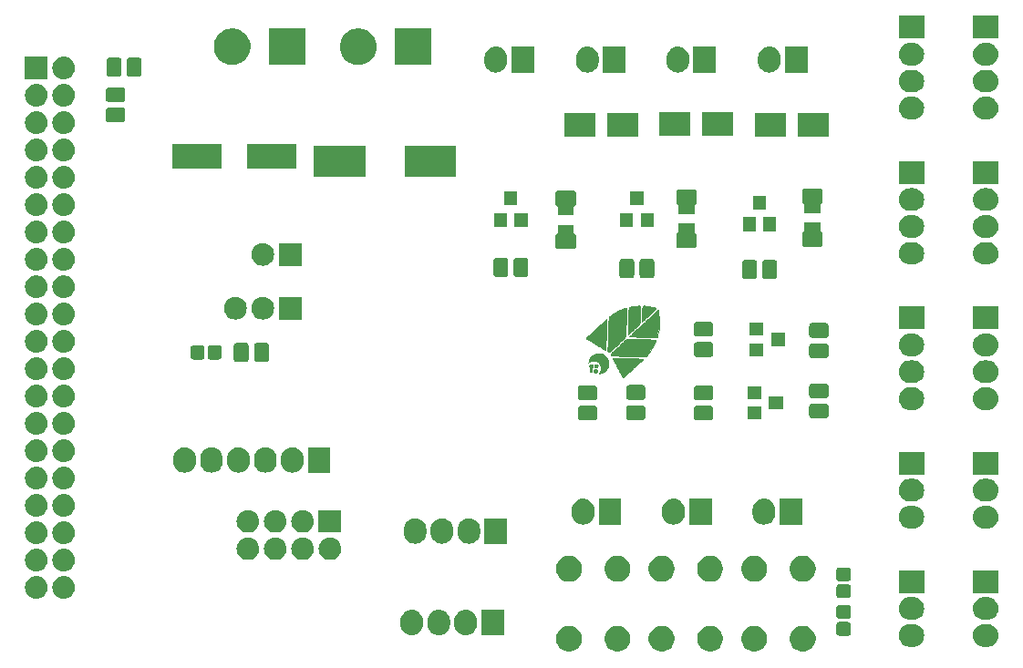
<source format=gbr>
G04 #@! TF.GenerationSoftware,KiCad,Pcbnew,5.0.1*
G04 #@! TF.CreationDate,2018-11-16T11:43:29+01:00*
G04 #@! TF.ProjectId,Astroplant_VFR,417374726F706C616E745F5646522E6B,0.5*
G04 #@! TF.SameCoordinates,Original*
G04 #@! TF.FileFunction,Soldermask,Top*
G04 #@! TF.FilePolarity,Negative*
%FSLAX46Y46*%
G04 Gerber Fmt 4.6, Leading zero omitted, Abs format (unit mm)*
G04 Created by KiCad (PCBNEW 5.0.1) date ven 16 nov 2018 11:43:29 CET*
%MOMM*%
%LPD*%
G01*
G04 APERTURE LIST*
%ADD10C,0.010000*%
%ADD11C,0.100000*%
G04 APERTURE END LIST*
D10*
G04 #@! TO.C,G\002A\002A\002A*
G36*
X154221356Y-71353361D02*
X154260337Y-71376883D01*
X154271861Y-71388092D01*
X154297332Y-71427745D01*
X154310274Y-71473606D01*
X154311109Y-71521779D01*
X154300260Y-71568368D01*
X154278150Y-71609479D01*
X154245200Y-71641214D01*
X154244345Y-71641785D01*
X154207690Y-71658604D01*
X154163974Y-71667729D01*
X154119934Y-71668463D01*
X154082309Y-71660108D01*
X154079409Y-71658860D01*
X154040166Y-71632351D01*
X154010592Y-71594961D01*
X153991704Y-71550364D01*
X153984516Y-71502232D01*
X153990043Y-71454240D01*
X154009301Y-71410060D01*
X154010252Y-71408604D01*
X154041594Y-71375530D01*
X154082286Y-71353162D01*
X154128419Y-71341807D01*
X154176079Y-71341771D01*
X154221356Y-71353361D01*
X154221356Y-71353361D01*
G37*
X154221356Y-71353361D02*
X154260337Y-71376883D01*
X154271861Y-71388092D01*
X154297332Y-71427745D01*
X154310274Y-71473606D01*
X154311109Y-71521779D01*
X154300260Y-71568368D01*
X154278150Y-71609479D01*
X154245200Y-71641214D01*
X154244345Y-71641785D01*
X154207690Y-71658604D01*
X154163974Y-71667729D01*
X154119934Y-71668463D01*
X154082309Y-71660108D01*
X154079409Y-71658860D01*
X154040166Y-71632351D01*
X154010592Y-71594961D01*
X153991704Y-71550364D01*
X153984516Y-71502232D01*
X153990043Y-71454240D01*
X154009301Y-71410060D01*
X154010252Y-71408604D01*
X154041594Y-71375530D01*
X154082286Y-71353162D01*
X154128419Y-71341807D01*
X154176079Y-71341771D01*
X154221356Y-71353361D01*
G36*
X153743162Y-71385235D02*
X153773454Y-71394978D01*
X153807142Y-71419834D01*
X153830425Y-71455522D01*
X153840788Y-71497888D01*
X153841089Y-71506590D01*
X153833430Y-71546996D01*
X153812655Y-71581198D01*
X153782068Y-71606744D01*
X153744971Y-71621185D01*
X153704668Y-71622068D01*
X153690100Y-71618624D01*
X153660375Y-71605938D01*
X153637821Y-71586444D01*
X153619237Y-71559984D01*
X153604575Y-71522108D01*
X153604459Y-71484517D01*
X153616633Y-71449622D01*
X153638845Y-71419835D01*
X153668839Y-71397566D01*
X153704363Y-71385229D01*
X153743162Y-71385235D01*
X153743162Y-71385235D01*
G37*
X153743162Y-71385235D02*
X153773454Y-71394978D01*
X153807142Y-71419834D01*
X153830425Y-71455522D01*
X153840788Y-71497888D01*
X153841089Y-71506590D01*
X153833430Y-71546996D01*
X153812655Y-71581198D01*
X153782068Y-71606744D01*
X153744971Y-71621185D01*
X153704668Y-71622068D01*
X153690100Y-71618624D01*
X153660375Y-71605938D01*
X153637821Y-71586444D01*
X153619237Y-71559984D01*
X153604575Y-71522108D01*
X153604459Y-71484517D01*
X153616633Y-71449622D01*
X153638845Y-71419835D01*
X153668839Y-71397566D01*
X153704363Y-71385229D01*
X153743162Y-71385235D01*
G36*
X157026719Y-65867510D02*
X157025080Y-65928991D01*
X157023098Y-66003368D01*
X157020879Y-66086607D01*
X157018531Y-66174678D01*
X157016162Y-66263548D01*
X157013879Y-66349186D01*
X157012871Y-66387000D01*
X157008605Y-66541772D01*
X157004080Y-66696207D01*
X156999337Y-66849287D01*
X156994420Y-66999996D01*
X156989370Y-67147316D01*
X156984232Y-67290231D01*
X156979047Y-67427723D01*
X156973859Y-67558777D01*
X156968710Y-67682374D01*
X156963642Y-67797498D01*
X156958699Y-67903133D01*
X156953923Y-67998260D01*
X156949357Y-68081864D01*
X156945044Y-68152927D01*
X156941026Y-68210432D01*
X156937346Y-68253363D01*
X156934047Y-68280702D01*
X156933097Y-68285908D01*
X156912867Y-68352208D01*
X156880525Y-68413529D01*
X156833956Y-68473769D01*
X156827000Y-68481449D01*
X156815242Y-68493245D01*
X156792017Y-68515632D01*
X156758293Y-68547708D01*
X156715039Y-68588571D01*
X156663223Y-68637319D01*
X156603814Y-68693048D01*
X156537779Y-68754857D01*
X156466088Y-68821843D01*
X156389709Y-68893105D01*
X156309609Y-68967739D01*
X156226758Y-69044843D01*
X156142124Y-69123516D01*
X156056675Y-69202855D01*
X155971379Y-69281958D01*
X155887205Y-69359921D01*
X155805122Y-69435844D01*
X155726096Y-69508823D01*
X155651098Y-69577957D01*
X155582387Y-69641156D01*
X155550448Y-69668795D01*
X155517832Y-69694201D01*
X155489665Y-69713487D01*
X155479145Y-69719472D01*
X155431816Y-69736265D01*
X155385317Y-69739524D01*
X155343448Y-69729225D01*
X155327536Y-69720434D01*
X155306119Y-69702444D01*
X155290264Y-69682966D01*
X155288473Y-69679668D01*
X155287239Y-69673952D01*
X155286331Y-69662159D01*
X155285766Y-69643641D01*
X155285562Y-69617751D01*
X155285735Y-69583841D01*
X155286303Y-69541265D01*
X155287282Y-69489374D01*
X155288691Y-69427522D01*
X155290545Y-69355062D01*
X155292862Y-69271346D01*
X155295660Y-69175727D01*
X155298955Y-69067557D01*
X155302764Y-68946190D01*
X155307105Y-68810978D01*
X155311994Y-68661274D01*
X155317450Y-68496430D01*
X155323488Y-68315800D01*
X155328440Y-68168684D01*
X155333824Y-68010338D01*
X155339150Y-67856062D01*
X155344384Y-67706750D01*
X155349491Y-67563300D01*
X155354438Y-67426606D01*
X155359188Y-67297564D01*
X155363709Y-67177070D01*
X155367965Y-67066019D01*
X155371922Y-66965306D01*
X155375546Y-66875828D01*
X155378801Y-66798480D01*
X155381654Y-66734157D01*
X155384071Y-66683755D01*
X155386016Y-66648170D01*
X155387455Y-66628297D01*
X155387836Y-66625199D01*
X155399460Y-66574008D01*
X155416894Y-66529325D01*
X155442127Y-66488432D01*
X155477147Y-66448606D01*
X155523945Y-66407127D01*
X155576565Y-66367013D01*
X155785247Y-66224622D01*
X156006169Y-66091300D01*
X156236424Y-65968550D01*
X156473103Y-65857875D01*
X156713296Y-65760779D01*
X156830224Y-65719013D01*
X156878924Y-65702569D01*
X156923985Y-65687711D01*
X156962186Y-65675474D01*
X156990306Y-65666893D01*
X157003748Y-65663274D01*
X157032329Y-65657054D01*
X157026719Y-65867510D01*
X157026719Y-65867510D01*
G37*
X157026719Y-65867510D02*
X157025080Y-65928991D01*
X157023098Y-66003368D01*
X157020879Y-66086607D01*
X157018531Y-66174678D01*
X157016162Y-66263548D01*
X157013879Y-66349186D01*
X157012871Y-66387000D01*
X157008605Y-66541772D01*
X157004080Y-66696207D01*
X156999337Y-66849287D01*
X156994420Y-66999996D01*
X156989370Y-67147316D01*
X156984232Y-67290231D01*
X156979047Y-67427723D01*
X156973859Y-67558777D01*
X156968710Y-67682374D01*
X156963642Y-67797498D01*
X156958699Y-67903133D01*
X156953923Y-67998260D01*
X156949357Y-68081864D01*
X156945044Y-68152927D01*
X156941026Y-68210432D01*
X156937346Y-68253363D01*
X156934047Y-68280702D01*
X156933097Y-68285908D01*
X156912867Y-68352208D01*
X156880525Y-68413529D01*
X156833956Y-68473769D01*
X156827000Y-68481449D01*
X156815242Y-68493245D01*
X156792017Y-68515632D01*
X156758293Y-68547708D01*
X156715039Y-68588571D01*
X156663223Y-68637319D01*
X156603814Y-68693048D01*
X156537779Y-68754857D01*
X156466088Y-68821843D01*
X156389709Y-68893105D01*
X156309609Y-68967739D01*
X156226758Y-69044843D01*
X156142124Y-69123516D01*
X156056675Y-69202855D01*
X155971379Y-69281958D01*
X155887205Y-69359921D01*
X155805122Y-69435844D01*
X155726096Y-69508823D01*
X155651098Y-69577957D01*
X155582387Y-69641156D01*
X155550448Y-69668795D01*
X155517832Y-69694201D01*
X155489665Y-69713487D01*
X155479145Y-69719472D01*
X155431816Y-69736265D01*
X155385317Y-69739524D01*
X155343448Y-69729225D01*
X155327536Y-69720434D01*
X155306119Y-69702444D01*
X155290264Y-69682966D01*
X155288473Y-69679668D01*
X155287239Y-69673952D01*
X155286331Y-69662159D01*
X155285766Y-69643641D01*
X155285562Y-69617751D01*
X155285735Y-69583841D01*
X155286303Y-69541265D01*
X155287282Y-69489374D01*
X155288691Y-69427522D01*
X155290545Y-69355062D01*
X155292862Y-69271346D01*
X155295660Y-69175727D01*
X155298955Y-69067557D01*
X155302764Y-68946190D01*
X155307105Y-68810978D01*
X155311994Y-68661274D01*
X155317450Y-68496430D01*
X155323488Y-68315800D01*
X155328440Y-68168684D01*
X155333824Y-68010338D01*
X155339150Y-67856062D01*
X155344384Y-67706750D01*
X155349491Y-67563300D01*
X155354438Y-67426606D01*
X155359188Y-67297564D01*
X155363709Y-67177070D01*
X155367965Y-67066019D01*
X155371922Y-66965306D01*
X155375546Y-66875828D01*
X155378801Y-66798480D01*
X155381654Y-66734157D01*
X155384071Y-66683755D01*
X155386016Y-66648170D01*
X155387455Y-66628297D01*
X155387836Y-66625199D01*
X155399460Y-66574008D01*
X155416894Y-66529325D01*
X155442127Y-66488432D01*
X155477147Y-66448606D01*
X155523945Y-66407127D01*
X155576565Y-66367013D01*
X155785247Y-66224622D01*
X156006169Y-66091300D01*
X156236424Y-65968550D01*
X156473103Y-65857875D01*
X156713296Y-65760779D01*
X156830224Y-65719013D01*
X156878924Y-65702569D01*
X156923985Y-65687711D01*
X156962186Y-65675474D01*
X156990306Y-65666893D01*
X157003748Y-65663274D01*
X157032329Y-65657054D01*
X157026719Y-65867510D01*
G36*
X155172385Y-66933100D02*
X155166582Y-67159946D01*
X155160288Y-67390630D01*
X155153574Y-67623001D01*
X155146511Y-67854912D01*
X155139171Y-68084212D01*
X155131627Y-68308753D01*
X155123949Y-68526386D01*
X155116209Y-68734960D01*
X155108478Y-68932328D01*
X155100829Y-69116339D01*
X155095832Y-69230059D01*
X155092257Y-69306709D01*
X155089051Y-69368320D01*
X155086041Y-69416779D01*
X155083054Y-69453972D01*
X155079915Y-69481786D01*
X155076452Y-69502105D01*
X155072490Y-69516818D01*
X155068568Y-69526392D01*
X155053496Y-69548922D01*
X155037588Y-69559217D01*
X155036300Y-69559402D01*
X155026882Y-69555308D01*
X155003871Y-69542920D01*
X154968137Y-69522749D01*
X154920548Y-69495311D01*
X154861975Y-69461119D01*
X154793286Y-69420687D01*
X154715351Y-69374527D01*
X154629038Y-69323155D01*
X154535218Y-69267084D01*
X154434758Y-69206826D01*
X154328529Y-69142897D01*
X154217400Y-69075810D01*
X154190029Y-69059256D01*
X154081129Y-68993304D01*
X153975998Y-68929510D01*
X153875578Y-68868454D01*
X153780812Y-68810714D01*
X153692643Y-68756867D01*
X153612011Y-68707492D01*
X153539861Y-68663168D01*
X153477134Y-68624472D01*
X153424773Y-68591984D01*
X153383721Y-68566282D01*
X153354919Y-68547944D01*
X153339311Y-68537548D01*
X153337012Y-68535779D01*
X153322351Y-68519504D01*
X153315314Y-68501386D01*
X153313350Y-68474366D01*
X153313334Y-68470282D01*
X153314468Y-68444304D01*
X153319874Y-68425659D01*
X153332552Y-68407632D01*
X153349317Y-68389785D01*
X153358395Y-68381132D01*
X153379069Y-68361811D01*
X153410473Y-68332616D01*
X153451743Y-68294346D01*
X153502015Y-68247799D01*
X153560424Y-68193770D01*
X153626104Y-68133057D01*
X153698193Y-68066457D01*
X153775824Y-67994768D01*
X153858133Y-67918787D01*
X153944256Y-67839310D01*
X154033328Y-67757135D01*
X154124484Y-67673059D01*
X154216860Y-67587879D01*
X154309591Y-67502392D01*
X154401812Y-67417396D01*
X154492660Y-67333688D01*
X154581268Y-67252064D01*
X154666773Y-67173322D01*
X154748310Y-67098259D01*
X154825014Y-67027673D01*
X154896020Y-66962359D01*
X154960465Y-66903117D01*
X155017483Y-66850741D01*
X155066209Y-66806031D01*
X155105780Y-66769783D01*
X155135330Y-66742793D01*
X155153995Y-66725860D01*
X155157963Y-66722309D01*
X155178026Y-66704500D01*
X155172385Y-66933100D01*
X155172385Y-66933100D01*
G37*
X155172385Y-66933100D02*
X155166582Y-67159946D01*
X155160288Y-67390630D01*
X155153574Y-67623001D01*
X155146511Y-67854912D01*
X155139171Y-68084212D01*
X155131627Y-68308753D01*
X155123949Y-68526386D01*
X155116209Y-68734960D01*
X155108478Y-68932328D01*
X155100829Y-69116339D01*
X155095832Y-69230059D01*
X155092257Y-69306709D01*
X155089051Y-69368320D01*
X155086041Y-69416779D01*
X155083054Y-69453972D01*
X155079915Y-69481786D01*
X155076452Y-69502105D01*
X155072490Y-69516818D01*
X155068568Y-69526392D01*
X155053496Y-69548922D01*
X155037588Y-69559217D01*
X155036300Y-69559402D01*
X155026882Y-69555308D01*
X155003871Y-69542920D01*
X154968137Y-69522749D01*
X154920548Y-69495311D01*
X154861975Y-69461119D01*
X154793286Y-69420687D01*
X154715351Y-69374527D01*
X154629038Y-69323155D01*
X154535218Y-69267084D01*
X154434758Y-69206826D01*
X154328529Y-69142897D01*
X154217400Y-69075810D01*
X154190029Y-69059256D01*
X154081129Y-68993304D01*
X153975998Y-68929510D01*
X153875578Y-68868454D01*
X153780812Y-68810714D01*
X153692643Y-68756867D01*
X153612011Y-68707492D01*
X153539861Y-68663168D01*
X153477134Y-68624472D01*
X153424773Y-68591984D01*
X153383721Y-68566282D01*
X153354919Y-68547944D01*
X153339311Y-68537548D01*
X153337012Y-68535779D01*
X153322351Y-68519504D01*
X153315314Y-68501386D01*
X153313350Y-68474366D01*
X153313334Y-68470282D01*
X153314468Y-68444304D01*
X153319874Y-68425659D01*
X153332552Y-68407632D01*
X153349317Y-68389785D01*
X153358395Y-68381132D01*
X153379069Y-68361811D01*
X153410473Y-68332616D01*
X153451743Y-68294346D01*
X153502015Y-68247799D01*
X153560424Y-68193770D01*
X153626104Y-68133057D01*
X153698193Y-68066457D01*
X153775824Y-67994768D01*
X153858133Y-67918787D01*
X153944256Y-67839310D01*
X154033328Y-67757135D01*
X154124484Y-67673059D01*
X154216860Y-67587879D01*
X154309591Y-67502392D01*
X154401812Y-67417396D01*
X154492660Y-67333688D01*
X154581268Y-67252064D01*
X154666773Y-67173322D01*
X154748310Y-67098259D01*
X154825014Y-67027673D01*
X154896020Y-66962359D01*
X154960465Y-66903117D01*
X155017483Y-66850741D01*
X155066209Y-66806031D01*
X155105780Y-66769783D01*
X155135330Y-66742793D01*
X155153995Y-66725860D01*
X155157963Y-66722309D01*
X155178026Y-66704500D01*
X155172385Y-66933100D01*
G36*
X158200836Y-65474252D02*
X158239525Y-65477065D01*
X158267755Y-65482731D01*
X158287662Y-65491665D01*
X158301377Y-65504283D01*
X158310462Y-65519725D01*
X158312251Y-65526911D01*
X158313542Y-65540200D01*
X158314311Y-65560561D01*
X158314536Y-65588959D01*
X158314192Y-65626363D01*
X158313258Y-65673739D01*
X158311708Y-65732056D01*
X158309521Y-65802279D01*
X158306672Y-65885376D01*
X158303138Y-65982315D01*
X158298897Y-66094062D01*
X158293924Y-66221585D01*
X158292954Y-66246182D01*
X158288561Y-66356024D01*
X158284198Y-66462562D01*
X158279929Y-66564359D01*
X158275821Y-66659975D01*
X158271936Y-66747970D01*
X158268342Y-66826905D01*
X158265101Y-66895340D01*
X158262281Y-66951837D01*
X158259944Y-66994955D01*
X158258157Y-67023256D01*
X158257536Y-67030921D01*
X158250140Y-67088308D01*
X158239111Y-67133600D01*
X158222835Y-67171511D01*
X158199700Y-67206759D01*
X158195617Y-67212009D01*
X158186562Y-67221389D01*
X158166216Y-67241174D01*
X158135736Y-67270286D01*
X158096278Y-67307649D01*
X158049000Y-67352189D01*
X157995059Y-67402828D01*
X157935613Y-67458492D01*
X157871817Y-67518104D01*
X157804830Y-67580588D01*
X157735808Y-67644869D01*
X157665908Y-67709870D01*
X157596288Y-67774516D01*
X157528104Y-67837732D01*
X157462514Y-67898440D01*
X157400675Y-67955565D01*
X157343744Y-68008032D01*
X157292877Y-68054764D01*
X157249232Y-68094685D01*
X157213967Y-68126721D01*
X157188237Y-68149794D01*
X157173201Y-68162829D01*
X157171853Y-68163920D01*
X157161541Y-68170266D01*
X157157803Y-68164332D01*
X157157468Y-68151220D01*
X157157776Y-68140051D01*
X157158619Y-68112922D01*
X157159963Y-68070795D01*
X157161777Y-68014635D01*
X157164030Y-67945405D01*
X157166689Y-67864068D01*
X157169724Y-67771587D01*
X157173102Y-67668926D01*
X157176792Y-67557049D01*
X157180762Y-67436919D01*
X157184981Y-67309499D01*
X157189416Y-67175753D01*
X157194037Y-67036644D01*
X157198781Y-66894048D01*
X157204703Y-66717096D01*
X157210149Y-66556396D01*
X157215148Y-66411275D01*
X157219727Y-66281060D01*
X157223916Y-66165077D01*
X157227741Y-66062654D01*
X157231232Y-65973117D01*
X157234416Y-65895793D01*
X157237322Y-65830008D01*
X157239978Y-65775090D01*
X157242412Y-65730364D01*
X157244652Y-65695158D01*
X157246727Y-65668798D01*
X157248664Y-65650612D01*
X157250492Y-65639924D01*
X157251430Y-65637065D01*
X157262184Y-65619160D01*
X157277007Y-65603778D01*
X157297693Y-65590281D01*
X157326038Y-65578033D01*
X157363835Y-65566395D01*
X157412879Y-65554732D01*
X157474966Y-65542406D01*
X157551889Y-65528780D01*
X157560660Y-65527289D01*
X157783499Y-65496580D01*
X158014876Y-65478414D01*
X158083554Y-65475522D01*
X158149557Y-65473876D01*
X158200836Y-65474252D01*
X158200836Y-65474252D01*
G37*
X158200836Y-65474252D02*
X158239525Y-65477065D01*
X158267755Y-65482731D01*
X158287662Y-65491665D01*
X158301377Y-65504283D01*
X158310462Y-65519725D01*
X158312251Y-65526911D01*
X158313542Y-65540200D01*
X158314311Y-65560561D01*
X158314536Y-65588959D01*
X158314192Y-65626363D01*
X158313258Y-65673739D01*
X158311708Y-65732056D01*
X158309521Y-65802279D01*
X158306672Y-65885376D01*
X158303138Y-65982315D01*
X158298897Y-66094062D01*
X158293924Y-66221585D01*
X158292954Y-66246182D01*
X158288561Y-66356024D01*
X158284198Y-66462562D01*
X158279929Y-66564359D01*
X158275821Y-66659975D01*
X158271936Y-66747970D01*
X158268342Y-66826905D01*
X158265101Y-66895340D01*
X158262281Y-66951837D01*
X158259944Y-66994955D01*
X158258157Y-67023256D01*
X158257536Y-67030921D01*
X158250140Y-67088308D01*
X158239111Y-67133600D01*
X158222835Y-67171511D01*
X158199700Y-67206759D01*
X158195617Y-67212009D01*
X158186562Y-67221389D01*
X158166216Y-67241174D01*
X158135736Y-67270286D01*
X158096278Y-67307649D01*
X158049000Y-67352189D01*
X157995059Y-67402828D01*
X157935613Y-67458492D01*
X157871817Y-67518104D01*
X157804830Y-67580588D01*
X157735808Y-67644869D01*
X157665908Y-67709870D01*
X157596288Y-67774516D01*
X157528104Y-67837732D01*
X157462514Y-67898440D01*
X157400675Y-67955565D01*
X157343744Y-68008032D01*
X157292877Y-68054764D01*
X157249232Y-68094685D01*
X157213967Y-68126721D01*
X157188237Y-68149794D01*
X157173201Y-68162829D01*
X157171853Y-68163920D01*
X157161541Y-68170266D01*
X157157803Y-68164332D01*
X157157468Y-68151220D01*
X157157776Y-68140051D01*
X157158619Y-68112922D01*
X157159963Y-68070795D01*
X157161777Y-68014635D01*
X157164030Y-67945405D01*
X157166689Y-67864068D01*
X157169724Y-67771587D01*
X157173102Y-67668926D01*
X157176792Y-67557049D01*
X157180762Y-67436919D01*
X157184981Y-67309499D01*
X157189416Y-67175753D01*
X157194037Y-67036644D01*
X157198781Y-66894048D01*
X157204703Y-66717096D01*
X157210149Y-66556396D01*
X157215148Y-66411275D01*
X157219727Y-66281060D01*
X157223916Y-66165077D01*
X157227741Y-66062654D01*
X157231232Y-65973117D01*
X157234416Y-65895793D01*
X157237322Y-65830008D01*
X157239978Y-65775090D01*
X157242412Y-65730364D01*
X157244652Y-65695158D01*
X157246727Y-65668798D01*
X157248664Y-65650612D01*
X157250492Y-65639924D01*
X157251430Y-65637065D01*
X157262184Y-65619160D01*
X157277007Y-65603778D01*
X157297693Y-65590281D01*
X157326038Y-65578033D01*
X157363835Y-65566395D01*
X157412879Y-65554732D01*
X157474966Y-65542406D01*
X157551889Y-65528780D01*
X157560660Y-65527289D01*
X157783499Y-65496580D01*
X158014876Y-65478414D01*
X158083554Y-65475522D01*
X158149557Y-65473876D01*
X158200836Y-65474252D01*
G36*
X155946656Y-70308476D02*
X156020473Y-70309767D01*
X156106346Y-70311675D01*
X156203303Y-70314165D01*
X156310372Y-70317204D01*
X156426580Y-70320756D01*
X156550957Y-70324789D01*
X156682531Y-70329267D01*
X156820329Y-70334158D01*
X156963379Y-70339426D01*
X157110710Y-70345038D01*
X157261351Y-70350959D01*
X157414328Y-70357156D01*
X157568670Y-70363594D01*
X157723406Y-70370240D01*
X157877563Y-70377059D01*
X158030170Y-70384017D01*
X158180254Y-70391081D01*
X158326844Y-70398215D01*
X158384867Y-70401110D01*
X158439867Y-70404015D01*
X158488980Y-70406876D01*
X158529757Y-70409528D01*
X158559746Y-70411807D01*
X158576501Y-70413547D01*
X158579151Y-70414167D01*
X158580069Y-70414512D01*
X158581080Y-70414660D01*
X158581606Y-70415149D01*
X158581070Y-70416521D01*
X158578896Y-70419315D01*
X158574506Y-70424071D01*
X158567322Y-70431329D01*
X158556768Y-70441629D01*
X158542266Y-70455512D01*
X158523240Y-70473517D01*
X158499111Y-70496185D01*
X158469302Y-70524054D01*
X158433238Y-70557666D01*
X158390339Y-70597561D01*
X158340030Y-70644277D01*
X158281732Y-70698357D01*
X158214869Y-70760338D01*
X158138863Y-70830763D01*
X158053137Y-70910169D01*
X157957114Y-70999098D01*
X157850217Y-71098090D01*
X157731868Y-71207684D01*
X157644682Y-71288423D01*
X157521000Y-71402941D01*
X157409114Y-71506485D01*
X157308413Y-71599603D01*
X157218286Y-71682842D01*
X157138121Y-71756751D01*
X157067307Y-71821880D01*
X157005232Y-71878775D01*
X156951285Y-71927985D01*
X156904854Y-71970058D01*
X156865327Y-72005543D01*
X156832094Y-72034989D01*
X156804543Y-72058943D01*
X156782062Y-72077953D01*
X156764041Y-72092568D01*
X156749866Y-72103337D01*
X156738928Y-72110807D01*
X156730614Y-72115527D01*
X156724314Y-72118046D01*
X156719414Y-72118911D01*
X156718503Y-72118933D01*
X156693857Y-72114757D01*
X156672227Y-72099830D01*
X156664068Y-72091417D01*
X156656926Y-72080343D01*
X156642597Y-72055188D01*
X156621604Y-72016946D01*
X156594471Y-71966612D01*
X156561722Y-71905180D01*
X156523881Y-71833644D01*
X156481472Y-71752999D01*
X156435019Y-71664239D01*
X156385046Y-71568359D01*
X156332077Y-71466352D01*
X156276636Y-71359213D01*
X156219247Y-71247937D01*
X156203831Y-71217983D01*
X156130533Y-71075346D01*
X156064842Y-70947179D01*
X156006497Y-70832958D01*
X155955238Y-70732160D01*
X155910803Y-70644259D01*
X155872931Y-70568733D01*
X155841362Y-70505057D01*
X155815835Y-70452707D01*
X155796088Y-70411160D01*
X155781862Y-70379890D01*
X155772894Y-70358374D01*
X155768924Y-70346089D01*
X155768667Y-70343961D01*
X155771120Y-70323532D01*
X155781257Y-70313464D01*
X155791382Y-70310155D01*
X155807258Y-70308640D01*
X155839077Y-70307878D01*
X155885867Y-70307835D01*
X155946656Y-70308476D01*
X155946656Y-70308476D01*
G37*
X155946656Y-70308476D02*
X156020473Y-70309767D01*
X156106346Y-70311675D01*
X156203303Y-70314165D01*
X156310372Y-70317204D01*
X156426580Y-70320756D01*
X156550957Y-70324789D01*
X156682531Y-70329267D01*
X156820329Y-70334158D01*
X156963379Y-70339426D01*
X157110710Y-70345038D01*
X157261351Y-70350959D01*
X157414328Y-70357156D01*
X157568670Y-70363594D01*
X157723406Y-70370240D01*
X157877563Y-70377059D01*
X158030170Y-70384017D01*
X158180254Y-70391081D01*
X158326844Y-70398215D01*
X158384867Y-70401110D01*
X158439867Y-70404015D01*
X158488980Y-70406876D01*
X158529757Y-70409528D01*
X158559746Y-70411807D01*
X158576501Y-70413547D01*
X158579151Y-70414167D01*
X158580069Y-70414512D01*
X158581080Y-70414660D01*
X158581606Y-70415149D01*
X158581070Y-70416521D01*
X158578896Y-70419315D01*
X158574506Y-70424071D01*
X158567322Y-70431329D01*
X158556768Y-70441629D01*
X158542266Y-70455512D01*
X158523240Y-70473517D01*
X158499111Y-70496185D01*
X158469302Y-70524054D01*
X158433238Y-70557666D01*
X158390339Y-70597561D01*
X158340030Y-70644277D01*
X158281732Y-70698357D01*
X158214869Y-70760338D01*
X158138863Y-70830763D01*
X158053137Y-70910169D01*
X157957114Y-70999098D01*
X157850217Y-71098090D01*
X157731868Y-71207684D01*
X157644682Y-71288423D01*
X157521000Y-71402941D01*
X157409114Y-71506485D01*
X157308413Y-71599603D01*
X157218286Y-71682842D01*
X157138121Y-71756751D01*
X157067307Y-71821880D01*
X157005232Y-71878775D01*
X156951285Y-71927985D01*
X156904854Y-71970058D01*
X156865327Y-72005543D01*
X156832094Y-72034989D01*
X156804543Y-72058943D01*
X156782062Y-72077953D01*
X156764041Y-72092568D01*
X156749866Y-72103337D01*
X156738928Y-72110807D01*
X156730614Y-72115527D01*
X156724314Y-72118046D01*
X156719414Y-72118911D01*
X156718503Y-72118933D01*
X156693857Y-72114757D01*
X156672227Y-72099830D01*
X156664068Y-72091417D01*
X156656926Y-72080343D01*
X156642597Y-72055188D01*
X156621604Y-72016946D01*
X156594471Y-71966612D01*
X156561722Y-71905180D01*
X156523881Y-71833644D01*
X156481472Y-71752999D01*
X156435019Y-71664239D01*
X156385046Y-71568359D01*
X156332077Y-71466352D01*
X156276636Y-71359213D01*
X156219247Y-71247937D01*
X156203831Y-71217983D01*
X156130533Y-71075346D01*
X156064842Y-70947179D01*
X156006497Y-70832958D01*
X155955238Y-70732160D01*
X155910803Y-70644259D01*
X155872931Y-70568733D01*
X155841362Y-70505057D01*
X155815835Y-70452707D01*
X155796088Y-70411160D01*
X155781862Y-70379890D01*
X155772894Y-70358374D01*
X155768924Y-70346089D01*
X155768667Y-70343961D01*
X155771120Y-70323532D01*
X155781257Y-70313464D01*
X155791382Y-70310155D01*
X155807258Y-70308640D01*
X155839077Y-70307878D01*
X155885867Y-70307835D01*
X155946656Y-70308476D01*
G36*
X154546953Y-69893571D02*
X154661545Y-69915258D01*
X154773193Y-69952670D01*
X154880879Y-70005591D01*
X154983581Y-70073808D01*
X155080279Y-70157106D01*
X155107076Y-70184077D01*
X155190100Y-70281784D01*
X155257878Y-70385391D01*
X155310295Y-70493764D01*
X155347236Y-70605771D01*
X155368586Y-70720277D01*
X155374229Y-70836149D01*
X155364050Y-70952254D01*
X155337935Y-71067458D01*
X155295766Y-71180628D01*
X155237431Y-71290630D01*
X155222063Y-71314832D01*
X155187637Y-71361874D01*
X155143490Y-71414050D01*
X155093590Y-71467275D01*
X155041905Y-71517460D01*
X154992403Y-71560519D01*
X154959193Y-71585610D01*
X154886583Y-71630464D01*
X154806322Y-71670914D01*
X154724865Y-71703988D01*
X154657648Y-71724547D01*
X154614156Y-71734499D01*
X154572209Y-71742484D01*
X154534917Y-71748092D01*
X154505390Y-71750916D01*
X154486737Y-71750546D01*
X154481734Y-71747677D01*
X154486486Y-71738399D01*
X154498956Y-71719761D01*
X154516462Y-71695770D01*
X154516762Y-71695372D01*
X154559990Y-71628337D01*
X154597421Y-71550947D01*
X154626171Y-71469527D01*
X154634802Y-71436355D01*
X154642774Y-71398914D01*
X154647732Y-71366122D01*
X154650070Y-71332519D01*
X154650179Y-71292645D01*
X154648600Y-71244521D01*
X154644408Y-71176835D01*
X154637230Y-71120603D01*
X154625772Y-71070430D01*
X154608740Y-71020921D01*
X154584841Y-70966682D01*
X154579112Y-70954767D01*
X154527085Y-70865725D01*
X154463245Y-70788572D01*
X154387360Y-70723118D01*
X154299200Y-70669175D01*
X154198532Y-70626553D01*
X154163816Y-70615327D01*
X154130156Y-70605779D01*
X154100678Y-70599287D01*
X154070528Y-70595277D01*
X154034848Y-70593175D01*
X153988784Y-70592408D01*
X153969500Y-70592348D01*
X153914488Y-70592890D01*
X153871545Y-70594965D01*
X153835841Y-70599044D01*
X153802545Y-70605599D01*
X153783233Y-70610503D01*
X153712131Y-70634099D01*
X153642256Y-70665301D01*
X153579963Y-70701098D01*
X153555056Y-70718695D01*
X153513910Y-70750112D01*
X153519863Y-70691573D01*
X153533216Y-70617214D01*
X153557915Y-70536294D01*
X153592183Y-70452951D01*
X153634240Y-70371327D01*
X153682311Y-70295559D01*
X153700577Y-70270735D01*
X153763933Y-70197584D01*
X153838733Y-70126912D01*
X153920622Y-70062196D01*
X154005243Y-70006910D01*
X154079567Y-69968344D01*
X154195726Y-69924994D01*
X154313023Y-69898224D01*
X154430439Y-69887821D01*
X154546953Y-69893571D01*
X154546953Y-69893571D01*
G37*
X154546953Y-69893571D02*
X154661545Y-69915258D01*
X154773193Y-69952670D01*
X154880879Y-70005591D01*
X154983581Y-70073808D01*
X155080279Y-70157106D01*
X155107076Y-70184077D01*
X155190100Y-70281784D01*
X155257878Y-70385391D01*
X155310295Y-70493764D01*
X155347236Y-70605771D01*
X155368586Y-70720277D01*
X155374229Y-70836149D01*
X155364050Y-70952254D01*
X155337935Y-71067458D01*
X155295766Y-71180628D01*
X155237431Y-71290630D01*
X155222063Y-71314832D01*
X155187637Y-71361874D01*
X155143490Y-71414050D01*
X155093590Y-71467275D01*
X155041905Y-71517460D01*
X154992403Y-71560519D01*
X154959193Y-71585610D01*
X154886583Y-71630464D01*
X154806322Y-71670914D01*
X154724865Y-71703988D01*
X154657648Y-71724547D01*
X154614156Y-71734499D01*
X154572209Y-71742484D01*
X154534917Y-71748092D01*
X154505390Y-71750916D01*
X154486737Y-71750546D01*
X154481734Y-71747677D01*
X154486486Y-71738399D01*
X154498956Y-71719761D01*
X154516462Y-71695770D01*
X154516762Y-71695372D01*
X154559990Y-71628337D01*
X154597421Y-71550947D01*
X154626171Y-71469527D01*
X154634802Y-71436355D01*
X154642774Y-71398914D01*
X154647732Y-71366122D01*
X154650070Y-71332519D01*
X154650179Y-71292645D01*
X154648600Y-71244521D01*
X154644408Y-71176835D01*
X154637230Y-71120603D01*
X154625772Y-71070430D01*
X154608740Y-71020921D01*
X154584841Y-70966682D01*
X154579112Y-70954767D01*
X154527085Y-70865725D01*
X154463245Y-70788572D01*
X154387360Y-70723118D01*
X154299200Y-70669175D01*
X154198532Y-70626553D01*
X154163816Y-70615327D01*
X154130156Y-70605779D01*
X154100678Y-70599287D01*
X154070528Y-70595277D01*
X154034848Y-70593175D01*
X153988784Y-70592408D01*
X153969500Y-70592348D01*
X153914488Y-70592890D01*
X153871545Y-70594965D01*
X153835841Y-70599044D01*
X153802545Y-70605599D01*
X153783233Y-70610503D01*
X153712131Y-70634099D01*
X153642256Y-70665301D01*
X153579963Y-70701098D01*
X153555056Y-70718695D01*
X153513910Y-70750112D01*
X153519863Y-70691573D01*
X153533216Y-70617214D01*
X153557915Y-70536294D01*
X153592183Y-70452951D01*
X153634240Y-70371327D01*
X153682311Y-70295559D01*
X153700577Y-70270735D01*
X153763933Y-70197584D01*
X153838733Y-70126912D01*
X153920622Y-70062196D01*
X154005243Y-70006910D01*
X154079567Y-69968344D01*
X154195726Y-69924994D01*
X154313023Y-69898224D01*
X154430439Y-69887821D01*
X154546953Y-69893571D01*
G36*
X153779138Y-70920046D02*
X153817450Y-70932581D01*
X153860421Y-70960806D01*
X153891497Y-70999724D01*
X153909234Y-71046706D01*
X153912192Y-71099121D01*
X153911654Y-71104268D01*
X153898443Y-71155970D01*
X153872750Y-71196383D01*
X153835178Y-71224969D01*
X153786324Y-71241193D01*
X153754635Y-71244663D01*
X153713271Y-71244172D01*
X153683753Y-71238022D01*
X153673167Y-71233235D01*
X153630103Y-71202372D01*
X153601695Y-71164117D01*
X153586968Y-71116780D01*
X153584267Y-71079528D01*
X153591779Y-71028883D01*
X153612636Y-70985747D01*
X153644320Y-70951708D01*
X153684311Y-70928354D01*
X153730090Y-70917270D01*
X153779138Y-70920046D01*
X153779138Y-70920046D01*
G37*
X153779138Y-70920046D02*
X153817450Y-70932581D01*
X153860421Y-70960806D01*
X153891497Y-70999724D01*
X153909234Y-71046706D01*
X153912192Y-71099121D01*
X153911654Y-71104268D01*
X153898443Y-71155970D01*
X153872750Y-71196383D01*
X153835178Y-71224969D01*
X153786324Y-71241193D01*
X153754635Y-71244663D01*
X153713271Y-71244172D01*
X153683753Y-71238022D01*
X153673167Y-71233235D01*
X153630103Y-71202372D01*
X153601695Y-71164117D01*
X153586968Y-71116780D01*
X153584267Y-71079528D01*
X153591779Y-71028883D01*
X153612636Y-70985747D01*
X153644320Y-70951708D01*
X153684311Y-70928354D01*
X153730090Y-70917270D01*
X153779138Y-70920046D01*
G36*
X154258994Y-70907875D02*
X154296630Y-70926459D01*
X154297492Y-70927109D01*
X154330574Y-70961933D01*
X154352240Y-71004869D01*
X154362014Y-71052011D01*
X154359418Y-71099453D01*
X154343976Y-71143289D01*
X154326872Y-71167944D01*
X154289844Y-71199646D01*
X154246163Y-71220489D01*
X154200032Y-71229449D01*
X154155650Y-71225500D01*
X154130367Y-71215865D01*
X154084886Y-71183265D01*
X154053305Y-71141197D01*
X154036226Y-71090652D01*
X154033186Y-71055908D01*
X154041020Y-71007450D01*
X154063603Y-70964466D01*
X154098905Y-70930156D01*
X154121362Y-70916927D01*
X154165839Y-70902790D01*
X154213557Y-70899879D01*
X154258994Y-70907875D01*
X154258994Y-70907875D01*
G37*
X154258994Y-70907875D02*
X154296630Y-70926459D01*
X154297492Y-70927109D01*
X154330574Y-70961933D01*
X154352240Y-71004869D01*
X154362014Y-71052011D01*
X154359418Y-71099453D01*
X154343976Y-71143289D01*
X154326872Y-71167944D01*
X154289844Y-71199646D01*
X154246163Y-71220489D01*
X154200032Y-71229449D01*
X154155650Y-71225500D01*
X154130367Y-71215865D01*
X154084886Y-71183265D01*
X154053305Y-71141197D01*
X154036226Y-71090652D01*
X154033186Y-71055908D01*
X154041020Y-71007450D01*
X154063603Y-70964466D01*
X154098905Y-70930156D01*
X154121362Y-70916927D01*
X154165839Y-70902790D01*
X154213557Y-70899879D01*
X154258994Y-70907875D01*
G36*
X157257683Y-68529095D02*
X157316786Y-68530331D01*
X157387892Y-68532147D01*
X157469858Y-68534498D01*
X157561540Y-68537338D01*
X157661796Y-68540622D01*
X157769482Y-68544304D01*
X157883455Y-68548338D01*
X158002571Y-68552678D01*
X158125689Y-68557279D01*
X158251664Y-68562096D01*
X158379353Y-68567082D01*
X158507614Y-68572191D01*
X158635302Y-68577379D01*
X158761276Y-68582599D01*
X158884391Y-68587806D01*
X159003504Y-68592954D01*
X159117473Y-68597997D01*
X159225154Y-68602890D01*
X159325404Y-68607588D01*
X159417079Y-68612043D01*
X159499037Y-68616211D01*
X159570135Y-68620047D01*
X159629229Y-68623503D01*
X159675176Y-68626535D01*
X159706833Y-68629097D01*
X159723056Y-68631144D01*
X159724754Y-68631656D01*
X159744173Y-68644892D01*
X159753608Y-68661870D01*
X159756313Y-68688773D01*
X159756337Y-68691672D01*
X159752346Y-68715730D01*
X159740789Y-68752680D01*
X159722505Y-68800715D01*
X159698333Y-68858025D01*
X159669111Y-68922803D01*
X159635677Y-68993239D01*
X159598869Y-69067525D01*
X159559526Y-69143854D01*
X159518485Y-69220415D01*
X159476586Y-69295402D01*
X159476080Y-69296287D01*
X159339585Y-69520265D01*
X159189023Y-69739007D01*
X159023107Y-69954362D01*
X158988886Y-69996082D01*
X158939305Y-70055161D01*
X158897597Y-70102181D01*
X158861353Y-70138537D01*
X158828164Y-70165621D01*
X158795620Y-70184830D01*
X158761312Y-70197556D01*
X158722830Y-70205194D01*
X158677765Y-70209139D01*
X158623707Y-70210784D01*
X158617700Y-70210876D01*
X158595152Y-70210751D01*
X158556682Y-70209986D01*
X158503288Y-70208616D01*
X158435967Y-70206674D01*
X158355717Y-70204194D01*
X158263536Y-70201211D01*
X158160422Y-70197760D01*
X158047373Y-70193873D01*
X157925386Y-70189585D01*
X157795459Y-70184932D01*
X157658589Y-70179945D01*
X157515776Y-70174661D01*
X157368016Y-70169113D01*
X157216307Y-70163335D01*
X157108156Y-70159166D01*
X156956039Y-70153246D01*
X156808236Y-70147440D01*
X156665657Y-70141786D01*
X156529217Y-70136323D01*
X156399827Y-70131087D01*
X156278400Y-70126119D01*
X156165849Y-70121456D01*
X156063087Y-70117136D01*
X155971025Y-70113198D01*
X155890577Y-70109680D01*
X155822656Y-70106621D01*
X155768173Y-70104058D01*
X155728041Y-70102030D01*
X155703173Y-70100576D01*
X155694825Y-70099840D01*
X155665962Y-70088495D01*
X155637827Y-70067810D01*
X155635919Y-70065946D01*
X155619186Y-70047148D01*
X155610804Y-70029500D01*
X155607990Y-70005618D01*
X155607800Y-69991273D01*
X155614834Y-69943882D01*
X155634565Y-69892825D01*
X155664942Y-69842750D01*
X155683854Y-69819106D01*
X155693021Y-69809907D01*
X155713540Y-69790121D01*
X155744383Y-69760714D01*
X155784521Y-69722648D01*
X155832925Y-69676890D01*
X155888566Y-69624402D01*
X155950415Y-69566151D01*
X156017443Y-69503099D01*
X156088622Y-69436212D01*
X156162921Y-69366454D01*
X156239312Y-69294789D01*
X156316767Y-69222183D01*
X156394256Y-69149599D01*
X156470750Y-69078002D01*
X156545220Y-69008356D01*
X156616637Y-68941626D01*
X156683973Y-68878776D01*
X156746199Y-68820771D01*
X156802284Y-68768576D01*
X156851201Y-68723154D01*
X156891920Y-68685470D01*
X156923413Y-68656488D01*
X156944651Y-68637174D01*
X156948741Y-68633521D01*
X157016212Y-68583558D01*
X157088427Y-68548518D01*
X157163329Y-68529399D01*
X157163823Y-68529328D01*
X157180058Y-68528548D01*
X157211726Y-68528486D01*
X157257683Y-68529095D01*
X157257683Y-68529095D01*
G37*
X157257683Y-68529095D02*
X157316786Y-68530331D01*
X157387892Y-68532147D01*
X157469858Y-68534498D01*
X157561540Y-68537338D01*
X157661796Y-68540622D01*
X157769482Y-68544304D01*
X157883455Y-68548338D01*
X158002571Y-68552678D01*
X158125689Y-68557279D01*
X158251664Y-68562096D01*
X158379353Y-68567082D01*
X158507614Y-68572191D01*
X158635302Y-68577379D01*
X158761276Y-68582599D01*
X158884391Y-68587806D01*
X159003504Y-68592954D01*
X159117473Y-68597997D01*
X159225154Y-68602890D01*
X159325404Y-68607588D01*
X159417079Y-68612043D01*
X159499037Y-68616211D01*
X159570135Y-68620047D01*
X159629229Y-68623503D01*
X159675176Y-68626535D01*
X159706833Y-68629097D01*
X159723056Y-68631144D01*
X159724754Y-68631656D01*
X159744173Y-68644892D01*
X159753608Y-68661870D01*
X159756313Y-68688773D01*
X159756337Y-68691672D01*
X159752346Y-68715730D01*
X159740789Y-68752680D01*
X159722505Y-68800715D01*
X159698333Y-68858025D01*
X159669111Y-68922803D01*
X159635677Y-68993239D01*
X159598869Y-69067525D01*
X159559526Y-69143854D01*
X159518485Y-69220415D01*
X159476586Y-69295402D01*
X159476080Y-69296287D01*
X159339585Y-69520265D01*
X159189023Y-69739007D01*
X159023107Y-69954362D01*
X158988886Y-69996082D01*
X158939305Y-70055161D01*
X158897597Y-70102181D01*
X158861353Y-70138537D01*
X158828164Y-70165621D01*
X158795620Y-70184830D01*
X158761312Y-70197556D01*
X158722830Y-70205194D01*
X158677765Y-70209139D01*
X158623707Y-70210784D01*
X158617700Y-70210876D01*
X158595152Y-70210751D01*
X158556682Y-70209986D01*
X158503288Y-70208616D01*
X158435967Y-70206674D01*
X158355717Y-70204194D01*
X158263536Y-70201211D01*
X158160422Y-70197760D01*
X158047373Y-70193873D01*
X157925386Y-70189585D01*
X157795459Y-70184932D01*
X157658589Y-70179945D01*
X157515776Y-70174661D01*
X157368016Y-70169113D01*
X157216307Y-70163335D01*
X157108156Y-70159166D01*
X156956039Y-70153246D01*
X156808236Y-70147440D01*
X156665657Y-70141786D01*
X156529217Y-70136323D01*
X156399827Y-70131087D01*
X156278400Y-70126119D01*
X156165849Y-70121456D01*
X156063087Y-70117136D01*
X155971025Y-70113198D01*
X155890577Y-70109680D01*
X155822656Y-70106621D01*
X155768173Y-70104058D01*
X155728041Y-70102030D01*
X155703173Y-70100576D01*
X155694825Y-70099840D01*
X155665962Y-70088495D01*
X155637827Y-70067810D01*
X155635919Y-70065946D01*
X155619186Y-70047148D01*
X155610804Y-70029500D01*
X155607990Y-70005618D01*
X155607800Y-69991273D01*
X155614834Y-69943882D01*
X155634565Y-69892825D01*
X155664942Y-69842750D01*
X155683854Y-69819106D01*
X155693021Y-69809907D01*
X155713540Y-69790121D01*
X155744383Y-69760714D01*
X155784521Y-69722648D01*
X155832925Y-69676890D01*
X155888566Y-69624402D01*
X155950415Y-69566151D01*
X156017443Y-69503099D01*
X156088622Y-69436212D01*
X156162921Y-69366454D01*
X156239312Y-69294789D01*
X156316767Y-69222183D01*
X156394256Y-69149599D01*
X156470750Y-69078002D01*
X156545220Y-69008356D01*
X156616637Y-68941626D01*
X156683973Y-68878776D01*
X156746199Y-68820771D01*
X156802284Y-68768576D01*
X156851201Y-68723154D01*
X156891920Y-68685470D01*
X156923413Y-68656488D01*
X156944651Y-68637174D01*
X156948741Y-68633521D01*
X157016212Y-68583558D01*
X157088427Y-68548518D01*
X157163329Y-68529399D01*
X157163823Y-68529328D01*
X157180058Y-68528548D01*
X157211726Y-68528486D01*
X157257683Y-68529095D01*
G36*
X159947673Y-65864185D02*
X159951340Y-65874255D01*
X159957545Y-65898220D01*
X159965713Y-65933332D01*
X159975270Y-65976841D01*
X159985640Y-66025998D01*
X159996248Y-66078053D01*
X160006520Y-66130257D01*
X160015881Y-66179862D01*
X160023755Y-66224117D01*
X160026905Y-66243067D01*
X160062156Y-66513202D01*
X160081570Y-66786303D01*
X160085240Y-67060779D01*
X160073259Y-67335044D01*
X160045721Y-67607508D01*
X160002719Y-67876584D01*
X159944346Y-68140682D01*
X159907237Y-68277996D01*
X159887624Y-68337211D01*
X159867123Y-68380606D01*
X159844939Y-68409294D01*
X159820279Y-68424390D01*
X159800610Y-68427467D01*
X159778317Y-68428472D01*
X159763509Y-68430668D01*
X159753874Y-68430679D01*
X159728278Y-68429982D01*
X159687676Y-68428614D01*
X159633023Y-68426614D01*
X159565277Y-68424021D01*
X159485391Y-68420873D01*
X159394322Y-68417210D01*
X159293025Y-68413071D01*
X159182456Y-68408493D01*
X159063570Y-68403516D01*
X158937323Y-68398178D01*
X158804670Y-68392518D01*
X158666568Y-68386575D01*
X158534728Y-68380856D01*
X158392566Y-68374638D01*
X158255056Y-68368570D01*
X158123146Y-68362695D01*
X157997784Y-68357058D01*
X157879919Y-68351703D01*
X157770499Y-68346675D01*
X157670473Y-68342019D01*
X157580789Y-68337778D01*
X157502394Y-68333998D01*
X157436238Y-68330722D01*
X157383270Y-68327995D01*
X157344436Y-68325863D01*
X157320686Y-68324368D01*
X157312965Y-68323587D01*
X157317932Y-68316796D01*
X157334678Y-68299100D01*
X157362563Y-68271100D01*
X157400946Y-68233402D01*
X157449185Y-68186609D01*
X157506640Y-68131325D01*
X157572671Y-68068153D01*
X157646637Y-67997697D01*
X157727895Y-67920560D01*
X157815807Y-67837348D01*
X157909731Y-67748662D01*
X158009026Y-67655108D01*
X158113052Y-67557288D01*
X158221168Y-67455807D01*
X158332732Y-67351268D01*
X158447104Y-67244275D01*
X158563644Y-67135431D01*
X158681710Y-67025341D01*
X158800661Y-66914608D01*
X158919858Y-66803835D01*
X159038659Y-66693627D01*
X159156423Y-66584587D01*
X159272509Y-66477319D01*
X159278633Y-66471667D01*
X159384584Y-66373896D01*
X159478788Y-66287000D01*
X159561930Y-66210359D01*
X159634695Y-66143350D01*
X159697768Y-66085351D01*
X159751833Y-66035741D01*
X159797575Y-65993898D01*
X159835679Y-65959201D01*
X159866830Y-65931026D01*
X159891712Y-65908753D01*
X159911011Y-65891761D01*
X159925411Y-65879426D01*
X159935596Y-65871127D01*
X159942253Y-65866243D01*
X159946065Y-65864152D01*
X159947673Y-65864185D01*
X159947673Y-65864185D01*
G37*
X159947673Y-65864185D02*
X159951340Y-65874255D01*
X159957545Y-65898220D01*
X159965713Y-65933332D01*
X159975270Y-65976841D01*
X159985640Y-66025998D01*
X159996248Y-66078053D01*
X160006520Y-66130257D01*
X160015881Y-66179862D01*
X160023755Y-66224117D01*
X160026905Y-66243067D01*
X160062156Y-66513202D01*
X160081570Y-66786303D01*
X160085240Y-67060779D01*
X160073259Y-67335044D01*
X160045721Y-67607508D01*
X160002719Y-67876584D01*
X159944346Y-68140682D01*
X159907237Y-68277996D01*
X159887624Y-68337211D01*
X159867123Y-68380606D01*
X159844939Y-68409294D01*
X159820279Y-68424390D01*
X159800610Y-68427467D01*
X159778317Y-68428472D01*
X159763509Y-68430668D01*
X159753874Y-68430679D01*
X159728278Y-68429982D01*
X159687676Y-68428614D01*
X159633023Y-68426614D01*
X159565277Y-68424021D01*
X159485391Y-68420873D01*
X159394322Y-68417210D01*
X159293025Y-68413071D01*
X159182456Y-68408493D01*
X159063570Y-68403516D01*
X158937323Y-68398178D01*
X158804670Y-68392518D01*
X158666568Y-68386575D01*
X158534728Y-68380856D01*
X158392566Y-68374638D01*
X158255056Y-68368570D01*
X158123146Y-68362695D01*
X157997784Y-68357058D01*
X157879919Y-68351703D01*
X157770499Y-68346675D01*
X157670473Y-68342019D01*
X157580789Y-68337778D01*
X157502394Y-68333998D01*
X157436238Y-68330722D01*
X157383270Y-68327995D01*
X157344436Y-68325863D01*
X157320686Y-68324368D01*
X157312965Y-68323587D01*
X157317932Y-68316796D01*
X157334678Y-68299100D01*
X157362563Y-68271100D01*
X157400946Y-68233402D01*
X157449185Y-68186609D01*
X157506640Y-68131325D01*
X157572671Y-68068153D01*
X157646637Y-67997697D01*
X157727895Y-67920560D01*
X157815807Y-67837348D01*
X157909731Y-67748662D01*
X158009026Y-67655108D01*
X158113052Y-67557288D01*
X158221168Y-67455807D01*
X158332732Y-67351268D01*
X158447104Y-67244275D01*
X158563644Y-67135431D01*
X158681710Y-67025341D01*
X158800661Y-66914608D01*
X158919858Y-66803835D01*
X159038659Y-66693627D01*
X159156423Y-66584587D01*
X159272509Y-66477319D01*
X159278633Y-66471667D01*
X159384584Y-66373896D01*
X159478788Y-66287000D01*
X159561930Y-66210359D01*
X159634695Y-66143350D01*
X159697768Y-66085351D01*
X159751833Y-66035741D01*
X159797575Y-65993898D01*
X159835679Y-65959201D01*
X159866830Y-65931026D01*
X159891712Y-65908753D01*
X159911011Y-65891761D01*
X159925411Y-65879426D01*
X159935596Y-65871127D01*
X159942253Y-65866243D01*
X159946065Y-65864152D01*
X159947673Y-65864185D01*
G36*
X158691287Y-65474233D02*
X158746963Y-65478893D01*
X158814154Y-65486218D01*
X158890320Y-65495848D01*
X158972923Y-65507422D01*
X159059424Y-65520580D01*
X159147285Y-65534961D01*
X159233968Y-65550204D01*
X159316933Y-65565949D01*
X159341600Y-65570896D01*
X159392205Y-65581598D01*
X159447656Y-65594023D01*
X159505425Y-65607531D01*
X159562983Y-65621482D01*
X159617802Y-65635238D01*
X159667354Y-65648157D01*
X159709111Y-65659602D01*
X159740545Y-65668931D01*
X159759127Y-65675506D01*
X159762639Y-65677410D01*
X159770297Y-65691681D01*
X159773405Y-65712820D01*
X159771547Y-65726152D01*
X159764651Y-65740551D01*
X159750736Y-65758643D01*
X159727826Y-65783056D01*
X159699257Y-65811267D01*
X159658142Y-65850907D01*
X159608951Y-65897888D01*
X159552685Y-65951283D01*
X159490340Y-66010166D01*
X159422918Y-66073610D01*
X159351416Y-66140689D01*
X159276834Y-66210476D01*
X159200170Y-66282046D01*
X159122423Y-66354472D01*
X159044592Y-66426827D01*
X158967677Y-66498186D01*
X158892676Y-66567622D01*
X158820588Y-66634208D01*
X158752411Y-66697019D01*
X158689146Y-66755127D01*
X158631790Y-66807607D01*
X158581344Y-66853533D01*
X158538804Y-66891977D01*
X158505172Y-66922014D01*
X158481444Y-66942718D01*
X158468621Y-66953161D01*
X158466692Y-66954267D01*
X158465352Y-66946374D01*
X158464915Y-66924944D01*
X158465385Y-66893350D01*
X158466586Y-66859017D01*
X158467554Y-66834559D01*
X158469009Y-66794810D01*
X158470897Y-66741404D01*
X158473161Y-66675975D01*
X158475747Y-66600155D01*
X158478600Y-66515580D01*
X158481662Y-66423882D01*
X158484880Y-66326695D01*
X158488196Y-66225653D01*
X158490416Y-66157553D01*
X158494315Y-66037412D01*
X158497754Y-65933042D01*
X158500862Y-65843292D01*
X158503773Y-65767011D01*
X158506616Y-65703046D01*
X158509524Y-65650246D01*
X158512628Y-65607460D01*
X158516059Y-65573535D01*
X158519948Y-65547321D01*
X158524428Y-65527666D01*
X158529629Y-65513418D01*
X158535683Y-65503426D01*
X158542722Y-65496538D01*
X158550875Y-65491602D01*
X158560276Y-65487467D01*
X158567191Y-65484633D01*
X158591546Y-65478088D01*
X158624459Y-65473718D01*
X158649663Y-65472600D01*
X158691287Y-65474233D01*
X158691287Y-65474233D01*
G37*
X158691287Y-65474233D02*
X158746963Y-65478893D01*
X158814154Y-65486218D01*
X158890320Y-65495848D01*
X158972923Y-65507422D01*
X159059424Y-65520580D01*
X159147285Y-65534961D01*
X159233968Y-65550204D01*
X159316933Y-65565949D01*
X159341600Y-65570896D01*
X159392205Y-65581598D01*
X159447656Y-65594023D01*
X159505425Y-65607531D01*
X159562983Y-65621482D01*
X159617802Y-65635238D01*
X159667354Y-65648157D01*
X159709111Y-65659602D01*
X159740545Y-65668931D01*
X159759127Y-65675506D01*
X159762639Y-65677410D01*
X159770297Y-65691681D01*
X159773405Y-65712820D01*
X159771547Y-65726152D01*
X159764651Y-65740551D01*
X159750736Y-65758643D01*
X159727826Y-65783056D01*
X159699257Y-65811267D01*
X159658142Y-65850907D01*
X159608951Y-65897888D01*
X159552685Y-65951283D01*
X159490340Y-66010166D01*
X159422918Y-66073610D01*
X159351416Y-66140689D01*
X159276834Y-66210476D01*
X159200170Y-66282046D01*
X159122423Y-66354472D01*
X159044592Y-66426827D01*
X158967677Y-66498186D01*
X158892676Y-66567622D01*
X158820588Y-66634208D01*
X158752411Y-66697019D01*
X158689146Y-66755127D01*
X158631790Y-66807607D01*
X158581344Y-66853533D01*
X158538804Y-66891977D01*
X158505172Y-66922014D01*
X158481444Y-66942718D01*
X158468621Y-66953161D01*
X158466692Y-66954267D01*
X158465352Y-66946374D01*
X158464915Y-66924944D01*
X158465385Y-66893350D01*
X158466586Y-66859017D01*
X158467554Y-66834559D01*
X158469009Y-66794810D01*
X158470897Y-66741404D01*
X158473161Y-66675975D01*
X158475747Y-66600155D01*
X158478600Y-66515580D01*
X158481662Y-66423882D01*
X158484880Y-66326695D01*
X158488196Y-66225653D01*
X158490416Y-66157553D01*
X158494315Y-66037412D01*
X158497754Y-65933042D01*
X158500862Y-65843292D01*
X158503773Y-65767011D01*
X158506616Y-65703046D01*
X158509524Y-65650246D01*
X158512628Y-65607460D01*
X158516059Y-65573535D01*
X158519948Y-65547321D01*
X158524428Y-65527666D01*
X158529629Y-65513418D01*
X158535683Y-65503426D01*
X158542722Y-65496538D01*
X158550875Y-65491602D01*
X158560276Y-65487467D01*
X158567191Y-65484633D01*
X158591546Y-65478088D01*
X158624459Y-65473718D01*
X158649663Y-65472600D01*
X158691287Y-65474233D01*
D11*
G36*
X152050026Y-95246115D02*
X152268412Y-95336573D01*
X152464958Y-95467901D01*
X152632099Y-95635042D01*
X152763427Y-95831588D01*
X152853885Y-96049974D01*
X152900000Y-96281809D01*
X152900000Y-96518191D01*
X152853885Y-96750026D01*
X152763427Y-96968412D01*
X152632099Y-97164958D01*
X152464958Y-97332099D01*
X152268412Y-97463427D01*
X152050026Y-97553885D01*
X151818191Y-97600000D01*
X151581809Y-97600000D01*
X151349974Y-97553885D01*
X151131588Y-97463427D01*
X150935042Y-97332099D01*
X150767901Y-97164958D01*
X150636573Y-96968412D01*
X150546115Y-96750026D01*
X150500000Y-96518191D01*
X150500000Y-96281809D01*
X150546115Y-96049974D01*
X150636573Y-95831588D01*
X150767901Y-95635042D01*
X150935042Y-95467901D01*
X151131588Y-95336573D01*
X151349974Y-95246115D01*
X151581809Y-95200000D01*
X151818191Y-95200000D01*
X152050026Y-95246115D01*
X152050026Y-95246115D01*
G37*
G36*
X169250026Y-95246115D02*
X169468412Y-95336573D01*
X169664958Y-95467901D01*
X169832099Y-95635042D01*
X169963427Y-95831588D01*
X170053885Y-96049974D01*
X170100000Y-96281809D01*
X170100000Y-96518191D01*
X170053885Y-96750026D01*
X169963427Y-96968412D01*
X169832099Y-97164958D01*
X169664958Y-97332099D01*
X169468412Y-97463427D01*
X169250026Y-97553885D01*
X169018191Y-97600000D01*
X168781809Y-97600000D01*
X168549974Y-97553885D01*
X168331588Y-97463427D01*
X168135042Y-97332099D01*
X167967901Y-97164958D01*
X167836573Y-96968412D01*
X167746115Y-96750026D01*
X167700000Y-96518191D01*
X167700000Y-96281809D01*
X167746115Y-96049974D01*
X167836573Y-95831588D01*
X167967901Y-95635042D01*
X168135042Y-95467901D01*
X168331588Y-95336573D01*
X168549974Y-95246115D01*
X168781809Y-95200000D01*
X169018191Y-95200000D01*
X169250026Y-95246115D01*
X169250026Y-95246115D01*
G37*
G36*
X173750026Y-95246115D02*
X173968412Y-95336573D01*
X174164958Y-95467901D01*
X174332099Y-95635042D01*
X174463427Y-95831588D01*
X174553885Y-96049974D01*
X174600000Y-96281809D01*
X174600000Y-96518191D01*
X174553885Y-96750026D01*
X174463427Y-96968412D01*
X174332099Y-97164958D01*
X174164958Y-97332099D01*
X173968412Y-97463427D01*
X173750026Y-97553885D01*
X173518191Y-97600000D01*
X173281809Y-97600000D01*
X173049974Y-97553885D01*
X172831588Y-97463427D01*
X172635042Y-97332099D01*
X172467901Y-97164958D01*
X172336573Y-96968412D01*
X172246115Y-96750026D01*
X172200000Y-96518191D01*
X172200000Y-96281809D01*
X172246115Y-96049974D01*
X172336573Y-95831588D01*
X172467901Y-95635042D01*
X172635042Y-95467901D01*
X172831588Y-95336573D01*
X173049974Y-95246115D01*
X173281809Y-95200000D01*
X173518191Y-95200000D01*
X173750026Y-95246115D01*
X173750026Y-95246115D01*
G37*
G36*
X165150026Y-95246115D02*
X165368412Y-95336573D01*
X165564958Y-95467901D01*
X165732099Y-95635042D01*
X165863427Y-95831588D01*
X165953885Y-96049974D01*
X166000000Y-96281809D01*
X166000000Y-96518191D01*
X165953885Y-96750026D01*
X165863427Y-96968412D01*
X165732099Y-97164958D01*
X165564958Y-97332099D01*
X165368412Y-97463427D01*
X165150026Y-97553885D01*
X164918191Y-97600000D01*
X164681809Y-97600000D01*
X164449974Y-97553885D01*
X164231588Y-97463427D01*
X164035042Y-97332099D01*
X163867901Y-97164958D01*
X163736573Y-96968412D01*
X163646115Y-96750026D01*
X163600000Y-96518191D01*
X163600000Y-96281809D01*
X163646115Y-96049974D01*
X163736573Y-95831588D01*
X163867901Y-95635042D01*
X164035042Y-95467901D01*
X164231588Y-95336573D01*
X164449974Y-95246115D01*
X164681809Y-95200000D01*
X164918191Y-95200000D01*
X165150026Y-95246115D01*
X165150026Y-95246115D01*
G37*
G36*
X156550026Y-95246115D02*
X156768412Y-95336573D01*
X156964958Y-95467901D01*
X157132099Y-95635042D01*
X157263427Y-95831588D01*
X157353885Y-96049974D01*
X157400000Y-96281809D01*
X157400000Y-96518191D01*
X157353885Y-96750026D01*
X157263427Y-96968412D01*
X157132099Y-97164958D01*
X156964958Y-97332099D01*
X156768412Y-97463427D01*
X156550026Y-97553885D01*
X156318191Y-97600000D01*
X156081809Y-97600000D01*
X155849974Y-97553885D01*
X155631588Y-97463427D01*
X155435042Y-97332099D01*
X155267901Y-97164958D01*
X155136573Y-96968412D01*
X155046115Y-96750026D01*
X155000000Y-96518191D01*
X155000000Y-96281809D01*
X155046115Y-96049974D01*
X155136573Y-95831588D01*
X155267901Y-95635042D01*
X155435042Y-95467901D01*
X155631588Y-95336573D01*
X155849974Y-95246115D01*
X156081809Y-95200000D01*
X156318191Y-95200000D01*
X156550026Y-95246115D01*
X156550026Y-95246115D01*
G37*
G36*
X160650026Y-95246115D02*
X160868412Y-95336573D01*
X161064958Y-95467901D01*
X161232099Y-95635042D01*
X161363427Y-95831588D01*
X161453885Y-96049974D01*
X161500000Y-96281809D01*
X161500000Y-96518191D01*
X161453885Y-96750026D01*
X161363427Y-96968412D01*
X161232099Y-97164958D01*
X161064958Y-97332099D01*
X160868412Y-97463427D01*
X160650026Y-97553885D01*
X160418191Y-97600000D01*
X160181809Y-97600000D01*
X159949974Y-97553885D01*
X159731588Y-97463427D01*
X159535042Y-97332099D01*
X159367901Y-97164958D01*
X159236573Y-96968412D01*
X159146115Y-96750026D01*
X159100000Y-96518191D01*
X159100000Y-96281809D01*
X159146115Y-96049974D01*
X159236573Y-95831588D01*
X159367901Y-95635042D01*
X159535042Y-95467901D01*
X159731588Y-95336573D01*
X159949974Y-95246115D01*
X160181809Y-95200000D01*
X160418191Y-95200000D01*
X160650026Y-95246115D01*
X160650026Y-95246115D01*
G37*
G36*
X190653707Y-95057597D02*
X190730836Y-95065193D01*
X190862787Y-95105220D01*
X190928763Y-95125233D01*
X191111172Y-95222733D01*
X191271054Y-95353946D01*
X191402267Y-95513828D01*
X191499767Y-95696237D01*
X191499767Y-95696238D01*
X191559807Y-95894164D01*
X191580080Y-96100000D01*
X191559807Y-96305836D01*
X191519780Y-96437787D01*
X191499767Y-96503763D01*
X191402267Y-96686172D01*
X191271054Y-96846054D01*
X191111172Y-96977267D01*
X190928763Y-97074767D01*
X190862787Y-97094780D01*
X190730836Y-97134807D01*
X190653707Y-97142403D01*
X190576580Y-97150000D01*
X190223420Y-97150000D01*
X190146293Y-97142404D01*
X190069164Y-97134807D01*
X189937213Y-97094780D01*
X189871237Y-97074767D01*
X189688828Y-96977267D01*
X189528946Y-96846054D01*
X189397733Y-96686172D01*
X189300233Y-96503763D01*
X189280220Y-96437787D01*
X189240193Y-96305836D01*
X189219920Y-96100000D01*
X189240193Y-95894164D01*
X189300233Y-95696238D01*
X189300233Y-95696237D01*
X189397733Y-95513828D01*
X189528946Y-95353946D01*
X189688828Y-95222733D01*
X189871237Y-95125233D01*
X189937213Y-95105220D01*
X190069164Y-95065193D01*
X190146293Y-95057596D01*
X190223420Y-95050000D01*
X190576580Y-95050000D01*
X190653707Y-95057597D01*
X190653707Y-95057597D01*
G37*
G36*
X183753707Y-95057597D02*
X183830836Y-95065193D01*
X183962787Y-95105220D01*
X184028763Y-95125233D01*
X184211172Y-95222733D01*
X184371054Y-95353946D01*
X184502267Y-95513828D01*
X184599767Y-95696237D01*
X184599767Y-95696238D01*
X184659807Y-95894164D01*
X184680080Y-96100000D01*
X184659807Y-96305836D01*
X184619780Y-96437787D01*
X184599767Y-96503763D01*
X184502267Y-96686172D01*
X184371054Y-96846054D01*
X184211172Y-96977267D01*
X184028763Y-97074767D01*
X183962787Y-97094780D01*
X183830836Y-97134807D01*
X183753707Y-97142403D01*
X183676580Y-97150000D01*
X183323420Y-97150000D01*
X183246293Y-97142404D01*
X183169164Y-97134807D01*
X183037213Y-97094780D01*
X182971237Y-97074767D01*
X182788828Y-96977267D01*
X182628946Y-96846054D01*
X182497733Y-96686172D01*
X182400233Y-96503763D01*
X182380220Y-96437787D01*
X182340193Y-96305836D01*
X182319920Y-96100000D01*
X182340193Y-95894164D01*
X182400233Y-95696238D01*
X182400233Y-95696237D01*
X182497733Y-95513828D01*
X182628946Y-95353946D01*
X182788828Y-95222733D01*
X182971237Y-95125233D01*
X183037213Y-95105220D01*
X183169164Y-95065193D01*
X183246293Y-95057596D01*
X183323420Y-95050000D01*
X183676580Y-95050000D01*
X183753707Y-95057597D01*
X183753707Y-95057597D01*
G37*
G36*
X177668622Y-94855517D02*
X177716585Y-94870066D01*
X177760775Y-94893686D01*
X177799518Y-94925482D01*
X177831314Y-94964225D01*
X177854934Y-95008415D01*
X177869483Y-95056378D01*
X177875000Y-95112391D01*
X177875000Y-95862609D01*
X177869483Y-95918622D01*
X177854934Y-95966585D01*
X177831314Y-96010775D01*
X177799518Y-96049518D01*
X177760775Y-96081314D01*
X177716585Y-96104934D01*
X177668622Y-96119483D01*
X177612609Y-96125000D01*
X176787391Y-96125000D01*
X176731378Y-96119483D01*
X176683415Y-96104934D01*
X176639225Y-96081314D01*
X176600482Y-96049518D01*
X176568686Y-96010775D01*
X176545066Y-95966585D01*
X176530517Y-95918622D01*
X176525000Y-95862609D01*
X176525000Y-95112391D01*
X176530517Y-95056378D01*
X176545066Y-95008415D01*
X176568686Y-94964225D01*
X176600482Y-94925482D01*
X176639225Y-94893686D01*
X176683415Y-94870066D01*
X176731378Y-94855517D01*
X176787391Y-94850000D01*
X177612609Y-94850000D01*
X177668622Y-94855517D01*
X177668622Y-94855517D01*
G37*
G36*
X137305836Y-93740193D02*
X137437787Y-93780220D01*
X137503763Y-93800233D01*
X137686172Y-93897733D01*
X137815367Y-94003762D01*
X137846054Y-94028946D01*
X137977267Y-94188829D01*
X137999941Y-94231250D01*
X138074767Y-94371238D01*
X138074767Y-94371239D01*
X138134807Y-94569165D01*
X138150000Y-94723423D01*
X138150000Y-95076578D01*
X138134807Y-95230836D01*
X138102732Y-95336573D01*
X138074767Y-95428763D01*
X137977267Y-95611172D01*
X137907455Y-95696237D01*
X137846054Y-95771054D01*
X137686171Y-95902267D01*
X137567300Y-95965805D01*
X137503762Y-95999767D01*
X137437786Y-96019780D01*
X137305835Y-96059807D01*
X137100000Y-96080080D01*
X136894164Y-96059807D01*
X136762213Y-96019780D01*
X136696237Y-95999767D01*
X136513828Y-95902267D01*
X136353946Y-95771054D01*
X136292546Y-95696238D01*
X136222733Y-95611171D01*
X136146154Y-95467901D01*
X136125233Y-95428762D01*
X136102538Y-95353946D01*
X136065193Y-95230835D01*
X136053527Y-95112391D01*
X136050000Y-95076579D01*
X136050000Y-94723420D01*
X136065193Y-94569166D01*
X136065193Y-94569164D01*
X136119061Y-94391585D01*
X136125233Y-94371237D01*
X136222732Y-94188831D01*
X136222733Y-94188829D01*
X136353947Y-94028946D01*
X136384632Y-94003763D01*
X136513829Y-93897733D01*
X136696238Y-93800233D01*
X136762214Y-93780220D01*
X136894165Y-93740193D01*
X137100000Y-93719920D01*
X137305836Y-93740193D01*
X137305836Y-93740193D01*
G37*
G36*
X142305836Y-93740193D02*
X142437787Y-93780220D01*
X142503763Y-93800233D01*
X142686172Y-93897733D01*
X142815367Y-94003762D01*
X142846054Y-94028946D01*
X142977267Y-94188829D01*
X142999941Y-94231250D01*
X143074767Y-94371238D01*
X143074767Y-94371239D01*
X143134807Y-94569165D01*
X143150000Y-94723423D01*
X143150000Y-95076578D01*
X143134807Y-95230836D01*
X143102732Y-95336573D01*
X143074767Y-95428763D01*
X142977267Y-95611172D01*
X142907455Y-95696237D01*
X142846054Y-95771054D01*
X142686171Y-95902267D01*
X142567300Y-95965805D01*
X142503762Y-95999767D01*
X142437786Y-96019780D01*
X142305835Y-96059807D01*
X142100000Y-96080080D01*
X141894164Y-96059807D01*
X141762213Y-96019780D01*
X141696237Y-95999767D01*
X141513828Y-95902267D01*
X141353946Y-95771054D01*
X141292546Y-95696238D01*
X141222733Y-95611171D01*
X141146154Y-95467901D01*
X141125233Y-95428762D01*
X141102538Y-95353946D01*
X141065193Y-95230835D01*
X141053527Y-95112391D01*
X141050000Y-95076579D01*
X141050000Y-94723420D01*
X141065193Y-94569166D01*
X141065193Y-94569164D01*
X141119061Y-94391585D01*
X141125233Y-94371237D01*
X141222732Y-94188831D01*
X141222733Y-94188829D01*
X141353947Y-94028946D01*
X141384632Y-94003763D01*
X141513829Y-93897733D01*
X141696238Y-93800233D01*
X141762214Y-93780220D01*
X141894165Y-93740193D01*
X142100000Y-93719920D01*
X142305836Y-93740193D01*
X142305836Y-93740193D01*
G37*
G36*
X139805836Y-93740193D02*
X139937787Y-93780220D01*
X140003763Y-93800233D01*
X140186172Y-93897733D01*
X140315367Y-94003762D01*
X140346054Y-94028946D01*
X140477267Y-94188829D01*
X140499941Y-94231250D01*
X140574767Y-94371238D01*
X140574767Y-94371239D01*
X140634807Y-94569165D01*
X140650000Y-94723423D01*
X140650000Y-95076578D01*
X140634807Y-95230836D01*
X140602732Y-95336573D01*
X140574767Y-95428763D01*
X140477267Y-95611172D01*
X140407455Y-95696237D01*
X140346054Y-95771054D01*
X140186171Y-95902267D01*
X140067300Y-95965805D01*
X140003762Y-95999767D01*
X139937786Y-96019780D01*
X139805835Y-96059807D01*
X139600000Y-96080080D01*
X139394164Y-96059807D01*
X139262213Y-96019780D01*
X139196237Y-95999767D01*
X139013828Y-95902267D01*
X138853946Y-95771054D01*
X138792546Y-95696238D01*
X138722733Y-95611171D01*
X138646154Y-95467901D01*
X138625233Y-95428762D01*
X138602538Y-95353946D01*
X138565193Y-95230835D01*
X138553527Y-95112391D01*
X138550000Y-95076579D01*
X138550000Y-94723420D01*
X138565193Y-94569166D01*
X138565193Y-94569164D01*
X138619061Y-94391585D01*
X138625233Y-94371237D01*
X138722732Y-94188831D01*
X138722733Y-94188829D01*
X138853947Y-94028946D01*
X138884632Y-94003763D01*
X139013829Y-93897733D01*
X139196238Y-93800233D01*
X139262214Y-93780220D01*
X139394165Y-93740193D01*
X139600000Y-93719920D01*
X139805836Y-93740193D01*
X139805836Y-93740193D01*
G37*
G36*
X145650000Y-96075000D02*
X143550000Y-96075000D01*
X143550000Y-93725000D01*
X145650000Y-93725000D01*
X145650000Y-96075000D01*
X145650000Y-96075000D01*
G37*
G36*
X183753707Y-92557596D02*
X183830836Y-92565193D01*
X183948009Y-92600737D01*
X184028763Y-92625233D01*
X184211172Y-92722733D01*
X184371054Y-92853946D01*
X184502267Y-93013828D01*
X184599767Y-93196237D01*
X184599767Y-93196238D01*
X184659807Y-93394164D01*
X184680080Y-93600000D01*
X184659807Y-93805836D01*
X184631930Y-93897733D01*
X184599767Y-94003763D01*
X184502267Y-94186172D01*
X184371054Y-94346054D01*
X184211172Y-94477267D01*
X184028763Y-94574767D01*
X183962787Y-94594780D01*
X183830836Y-94634807D01*
X183753707Y-94642403D01*
X183676580Y-94650000D01*
X183323420Y-94650000D01*
X183246293Y-94642403D01*
X183169164Y-94634807D01*
X183037213Y-94594780D01*
X182971237Y-94574767D01*
X182788828Y-94477267D01*
X182628946Y-94346054D01*
X182497733Y-94186172D01*
X182400233Y-94003763D01*
X182368070Y-93897733D01*
X182340193Y-93805836D01*
X182319920Y-93600000D01*
X182340193Y-93394164D01*
X182400233Y-93196238D01*
X182400233Y-93196237D01*
X182497733Y-93013828D01*
X182628946Y-92853946D01*
X182788828Y-92722733D01*
X182971237Y-92625233D01*
X183051991Y-92600737D01*
X183169164Y-92565193D01*
X183246293Y-92557596D01*
X183323420Y-92550000D01*
X183676580Y-92550000D01*
X183753707Y-92557596D01*
X183753707Y-92557596D01*
G37*
G36*
X190653707Y-92557596D02*
X190730836Y-92565193D01*
X190848009Y-92600737D01*
X190928763Y-92625233D01*
X191111172Y-92722733D01*
X191271054Y-92853946D01*
X191402267Y-93013828D01*
X191499767Y-93196237D01*
X191499767Y-93196238D01*
X191559807Y-93394164D01*
X191580080Y-93600000D01*
X191559807Y-93805836D01*
X191531930Y-93897733D01*
X191499767Y-94003763D01*
X191402267Y-94186172D01*
X191271054Y-94346054D01*
X191111172Y-94477267D01*
X190928763Y-94574767D01*
X190862787Y-94594780D01*
X190730836Y-94634807D01*
X190653707Y-94642403D01*
X190576580Y-94650000D01*
X190223420Y-94650000D01*
X190146293Y-94642403D01*
X190069164Y-94634807D01*
X189937213Y-94594780D01*
X189871237Y-94574767D01*
X189688828Y-94477267D01*
X189528946Y-94346054D01*
X189397733Y-94186172D01*
X189300233Y-94003763D01*
X189268070Y-93897733D01*
X189240193Y-93805836D01*
X189219920Y-93600000D01*
X189240193Y-93394164D01*
X189300233Y-93196238D01*
X189300233Y-93196237D01*
X189397733Y-93013828D01*
X189528946Y-92853946D01*
X189688828Y-92722733D01*
X189871237Y-92625233D01*
X189951991Y-92600737D01*
X190069164Y-92565193D01*
X190146293Y-92557596D01*
X190223420Y-92550000D01*
X190576580Y-92550000D01*
X190653707Y-92557596D01*
X190653707Y-92557596D01*
G37*
G36*
X177668622Y-93280517D02*
X177716585Y-93295066D01*
X177760775Y-93318686D01*
X177799518Y-93350482D01*
X177831314Y-93389225D01*
X177854934Y-93433415D01*
X177869483Y-93481378D01*
X177875000Y-93537391D01*
X177875000Y-94287609D01*
X177869483Y-94343622D01*
X177854934Y-94391585D01*
X177831314Y-94435775D01*
X177799518Y-94474518D01*
X177760775Y-94506314D01*
X177716585Y-94529934D01*
X177668622Y-94544483D01*
X177612609Y-94550000D01*
X176787391Y-94550000D01*
X176731378Y-94544483D01*
X176683415Y-94529934D01*
X176639225Y-94506314D01*
X176600482Y-94474518D01*
X176568686Y-94435775D01*
X176545066Y-94391585D01*
X176530517Y-94343622D01*
X176525000Y-94287609D01*
X176525000Y-93537391D01*
X176530517Y-93481378D01*
X176545066Y-93433415D01*
X176568686Y-93389225D01*
X176600482Y-93350482D01*
X176639225Y-93318686D01*
X176683415Y-93295066D01*
X176731378Y-93280517D01*
X176787391Y-93275000D01*
X177612609Y-93275000D01*
X177668622Y-93280517D01*
X177668622Y-93280517D01*
G37*
G36*
X102358707Y-90587596D02*
X102435836Y-90595193D01*
X102567787Y-90635220D01*
X102633763Y-90655233D01*
X102816172Y-90752733D01*
X102976054Y-90883946D01*
X103107267Y-91043828D01*
X103204767Y-91226237D01*
X103204767Y-91226238D01*
X103264807Y-91424164D01*
X103285080Y-91630000D01*
X103264807Y-91835836D01*
X103224780Y-91967787D01*
X103204767Y-92033763D01*
X103107267Y-92216172D01*
X102976054Y-92376054D01*
X102816172Y-92507267D01*
X102633763Y-92604767D01*
X102587254Y-92618875D01*
X102435836Y-92664807D01*
X102358707Y-92672404D01*
X102281580Y-92680000D01*
X102178420Y-92680000D01*
X102101293Y-92672404D01*
X102024164Y-92664807D01*
X101872746Y-92618875D01*
X101826237Y-92604767D01*
X101643828Y-92507267D01*
X101483946Y-92376054D01*
X101352733Y-92216172D01*
X101255233Y-92033763D01*
X101235220Y-91967787D01*
X101195193Y-91835836D01*
X101174920Y-91630000D01*
X101195193Y-91424164D01*
X101255233Y-91226238D01*
X101255233Y-91226237D01*
X101352733Y-91043828D01*
X101483946Y-90883946D01*
X101643828Y-90752733D01*
X101826237Y-90655233D01*
X101892213Y-90635220D01*
X102024164Y-90595193D01*
X102101293Y-90587596D01*
X102178420Y-90580000D01*
X102281580Y-90580000D01*
X102358707Y-90587596D01*
X102358707Y-90587596D01*
G37*
G36*
X104898707Y-90587596D02*
X104975836Y-90595193D01*
X105107787Y-90635220D01*
X105173763Y-90655233D01*
X105356172Y-90752733D01*
X105516054Y-90883946D01*
X105647267Y-91043828D01*
X105744767Y-91226237D01*
X105744767Y-91226238D01*
X105804807Y-91424164D01*
X105825080Y-91630000D01*
X105804807Y-91835836D01*
X105764780Y-91967787D01*
X105744767Y-92033763D01*
X105647267Y-92216172D01*
X105516054Y-92376054D01*
X105356172Y-92507267D01*
X105173763Y-92604767D01*
X105127254Y-92618875D01*
X104975836Y-92664807D01*
X104898707Y-92672404D01*
X104821580Y-92680000D01*
X104718420Y-92680000D01*
X104641293Y-92672404D01*
X104564164Y-92664807D01*
X104412746Y-92618875D01*
X104366237Y-92604767D01*
X104183828Y-92507267D01*
X104023946Y-92376054D01*
X103892733Y-92216172D01*
X103795233Y-92033763D01*
X103775220Y-91967787D01*
X103735193Y-91835836D01*
X103714920Y-91630000D01*
X103735193Y-91424164D01*
X103795233Y-91226238D01*
X103795233Y-91226237D01*
X103892733Y-91043828D01*
X104023946Y-90883946D01*
X104183828Y-90752733D01*
X104366237Y-90655233D01*
X104432213Y-90635220D01*
X104564164Y-90595193D01*
X104641293Y-90587596D01*
X104718420Y-90580000D01*
X104821580Y-90580000D01*
X104898707Y-90587596D01*
X104898707Y-90587596D01*
G37*
G36*
X177668622Y-91355517D02*
X177716585Y-91370066D01*
X177760775Y-91393686D01*
X177799518Y-91425482D01*
X177831314Y-91464225D01*
X177854934Y-91508415D01*
X177869483Y-91556378D01*
X177875000Y-91612391D01*
X177875000Y-92362609D01*
X177869483Y-92418622D01*
X177854934Y-92466585D01*
X177831314Y-92510775D01*
X177799518Y-92549518D01*
X177760775Y-92581314D01*
X177716585Y-92604934D01*
X177668622Y-92619483D01*
X177612609Y-92625000D01*
X176787391Y-92625000D01*
X176731378Y-92619483D01*
X176683415Y-92604934D01*
X176639225Y-92581314D01*
X176600482Y-92549518D01*
X176568686Y-92510775D01*
X176545066Y-92466585D01*
X176530517Y-92418622D01*
X176525000Y-92362609D01*
X176525000Y-91612391D01*
X176530517Y-91556378D01*
X176545066Y-91508415D01*
X176568686Y-91464225D01*
X176600482Y-91425482D01*
X176639225Y-91393686D01*
X176683415Y-91370066D01*
X176731378Y-91355517D01*
X176787391Y-91350000D01*
X177612609Y-91350000D01*
X177668622Y-91355517D01*
X177668622Y-91355517D01*
G37*
G36*
X184675000Y-92150000D02*
X182325000Y-92150000D01*
X182325000Y-90050000D01*
X184675000Y-90050000D01*
X184675000Y-92150000D01*
X184675000Y-92150000D01*
G37*
G36*
X191575000Y-92150000D02*
X189225000Y-92150000D01*
X189225000Y-90050000D01*
X191575000Y-90050000D01*
X191575000Y-92150000D01*
X191575000Y-92150000D01*
G37*
G36*
X160650026Y-88746115D02*
X160868412Y-88836573D01*
X161064958Y-88967901D01*
X161232099Y-89135042D01*
X161363427Y-89331588D01*
X161453885Y-89549974D01*
X161500000Y-89781809D01*
X161500000Y-90018191D01*
X161453885Y-90250026D01*
X161363427Y-90468412D01*
X161232099Y-90664958D01*
X161064958Y-90832099D01*
X160868412Y-90963427D01*
X160650026Y-91053885D01*
X160418191Y-91100000D01*
X160181809Y-91100000D01*
X159949974Y-91053885D01*
X159731588Y-90963427D01*
X159535042Y-90832099D01*
X159367901Y-90664958D01*
X159236573Y-90468412D01*
X159146115Y-90250026D01*
X159100000Y-90018191D01*
X159100000Y-89781809D01*
X159146115Y-89549974D01*
X159236573Y-89331588D01*
X159367901Y-89135042D01*
X159535042Y-88967901D01*
X159731588Y-88836573D01*
X159949974Y-88746115D01*
X160181809Y-88700000D01*
X160418191Y-88700000D01*
X160650026Y-88746115D01*
X160650026Y-88746115D01*
G37*
G36*
X156550026Y-88746115D02*
X156768412Y-88836573D01*
X156964958Y-88967901D01*
X157132099Y-89135042D01*
X157263427Y-89331588D01*
X157353885Y-89549974D01*
X157400000Y-89781809D01*
X157400000Y-90018191D01*
X157353885Y-90250026D01*
X157263427Y-90468412D01*
X157132099Y-90664958D01*
X156964958Y-90832099D01*
X156768412Y-90963427D01*
X156550026Y-91053885D01*
X156318191Y-91100000D01*
X156081809Y-91100000D01*
X155849974Y-91053885D01*
X155631588Y-90963427D01*
X155435042Y-90832099D01*
X155267901Y-90664958D01*
X155136573Y-90468412D01*
X155046115Y-90250026D01*
X155000000Y-90018191D01*
X155000000Y-89781809D01*
X155046115Y-89549974D01*
X155136573Y-89331588D01*
X155267901Y-89135042D01*
X155435042Y-88967901D01*
X155631588Y-88836573D01*
X155849974Y-88746115D01*
X156081809Y-88700000D01*
X156318191Y-88700000D01*
X156550026Y-88746115D01*
X156550026Y-88746115D01*
G37*
G36*
X152050026Y-88746115D02*
X152268412Y-88836573D01*
X152464958Y-88967901D01*
X152632099Y-89135042D01*
X152763427Y-89331588D01*
X152853885Y-89549974D01*
X152900000Y-89781809D01*
X152900000Y-90018191D01*
X152853885Y-90250026D01*
X152763427Y-90468412D01*
X152632099Y-90664958D01*
X152464958Y-90832099D01*
X152268412Y-90963427D01*
X152050026Y-91053885D01*
X151818191Y-91100000D01*
X151581809Y-91100000D01*
X151349974Y-91053885D01*
X151131588Y-90963427D01*
X150935042Y-90832099D01*
X150767901Y-90664958D01*
X150636573Y-90468412D01*
X150546115Y-90250026D01*
X150500000Y-90018191D01*
X150500000Y-89781809D01*
X150546115Y-89549974D01*
X150636573Y-89331588D01*
X150767901Y-89135042D01*
X150935042Y-88967901D01*
X151131588Y-88836573D01*
X151349974Y-88746115D01*
X151581809Y-88700000D01*
X151818191Y-88700000D01*
X152050026Y-88746115D01*
X152050026Y-88746115D01*
G37*
G36*
X173750026Y-88746115D02*
X173968412Y-88836573D01*
X174164958Y-88967901D01*
X174332099Y-89135042D01*
X174463427Y-89331588D01*
X174553885Y-89549974D01*
X174600000Y-89781809D01*
X174600000Y-90018191D01*
X174553885Y-90250026D01*
X174463427Y-90468412D01*
X174332099Y-90664958D01*
X174164958Y-90832099D01*
X173968412Y-90963427D01*
X173750026Y-91053885D01*
X173518191Y-91100000D01*
X173281809Y-91100000D01*
X173049974Y-91053885D01*
X172831588Y-90963427D01*
X172635042Y-90832099D01*
X172467901Y-90664958D01*
X172336573Y-90468412D01*
X172246115Y-90250026D01*
X172200000Y-90018191D01*
X172200000Y-89781809D01*
X172246115Y-89549974D01*
X172336573Y-89331588D01*
X172467901Y-89135042D01*
X172635042Y-88967901D01*
X172831588Y-88836573D01*
X173049974Y-88746115D01*
X173281809Y-88700000D01*
X173518191Y-88700000D01*
X173750026Y-88746115D01*
X173750026Y-88746115D01*
G37*
G36*
X169250026Y-88746115D02*
X169468412Y-88836573D01*
X169664958Y-88967901D01*
X169832099Y-89135042D01*
X169963427Y-89331588D01*
X170053885Y-89549974D01*
X170100000Y-89781809D01*
X170100000Y-90018191D01*
X170053885Y-90250026D01*
X169963427Y-90468412D01*
X169832099Y-90664958D01*
X169664958Y-90832099D01*
X169468412Y-90963427D01*
X169250026Y-91053885D01*
X169018191Y-91100000D01*
X168781809Y-91100000D01*
X168549974Y-91053885D01*
X168331588Y-90963427D01*
X168135042Y-90832099D01*
X167967901Y-90664958D01*
X167836573Y-90468412D01*
X167746115Y-90250026D01*
X167700000Y-90018191D01*
X167700000Y-89781809D01*
X167746115Y-89549974D01*
X167836573Y-89331588D01*
X167967901Y-89135042D01*
X168135042Y-88967901D01*
X168331588Y-88836573D01*
X168549974Y-88746115D01*
X168781809Y-88700000D01*
X169018191Y-88700000D01*
X169250026Y-88746115D01*
X169250026Y-88746115D01*
G37*
G36*
X165150026Y-88746115D02*
X165368412Y-88836573D01*
X165564958Y-88967901D01*
X165732099Y-89135042D01*
X165863427Y-89331588D01*
X165953885Y-89549974D01*
X166000000Y-89781809D01*
X166000000Y-90018191D01*
X165953885Y-90250026D01*
X165863427Y-90468412D01*
X165732099Y-90664958D01*
X165564958Y-90832099D01*
X165368412Y-90963427D01*
X165150026Y-91053885D01*
X164918191Y-91100000D01*
X164681809Y-91100000D01*
X164449974Y-91053885D01*
X164231588Y-90963427D01*
X164035042Y-90832099D01*
X163867901Y-90664958D01*
X163736573Y-90468412D01*
X163646115Y-90250026D01*
X163600000Y-90018191D01*
X163600000Y-89781809D01*
X163646115Y-89549974D01*
X163736573Y-89331588D01*
X163867901Y-89135042D01*
X164035042Y-88967901D01*
X164231588Y-88836573D01*
X164449974Y-88746115D01*
X164681809Y-88700000D01*
X164918191Y-88700000D01*
X165150026Y-88746115D01*
X165150026Y-88746115D01*
G37*
G36*
X177668622Y-89780517D02*
X177716585Y-89795066D01*
X177760775Y-89818686D01*
X177799518Y-89850482D01*
X177831314Y-89889225D01*
X177854934Y-89933415D01*
X177869483Y-89981378D01*
X177875000Y-90037391D01*
X177875000Y-90787609D01*
X177869483Y-90843622D01*
X177854934Y-90891585D01*
X177831314Y-90935775D01*
X177799518Y-90974518D01*
X177760775Y-91006314D01*
X177716585Y-91029934D01*
X177668622Y-91044483D01*
X177612609Y-91050000D01*
X176787391Y-91050000D01*
X176731378Y-91044483D01*
X176683415Y-91029934D01*
X176639225Y-91006314D01*
X176600482Y-90974518D01*
X176568686Y-90935775D01*
X176545066Y-90891585D01*
X176530517Y-90843622D01*
X176525000Y-90787609D01*
X176525000Y-90037391D01*
X176530517Y-89981378D01*
X176545066Y-89933415D01*
X176568686Y-89889225D01*
X176600482Y-89850482D01*
X176639225Y-89818686D01*
X176683415Y-89795066D01*
X176731378Y-89780517D01*
X176787391Y-89775000D01*
X177612609Y-89775000D01*
X177668622Y-89780517D01*
X177668622Y-89780517D01*
G37*
G36*
X102358707Y-88047597D02*
X102435836Y-88055193D01*
X102567787Y-88095220D01*
X102633763Y-88115233D01*
X102816172Y-88212733D01*
X102976054Y-88343946D01*
X103107267Y-88503828D01*
X103204767Y-88686237D01*
X103204767Y-88686238D01*
X103264807Y-88884164D01*
X103285080Y-89090000D01*
X103264807Y-89295836D01*
X103224780Y-89427787D01*
X103204767Y-89493763D01*
X103107267Y-89676172D01*
X102976054Y-89836054D01*
X102816172Y-89967267D01*
X102633763Y-90064767D01*
X102567787Y-90084780D01*
X102435836Y-90124807D01*
X102358707Y-90132404D01*
X102281580Y-90140000D01*
X102178420Y-90140000D01*
X102101293Y-90132404D01*
X102024164Y-90124807D01*
X101892213Y-90084780D01*
X101826237Y-90064767D01*
X101643828Y-89967267D01*
X101483946Y-89836054D01*
X101352733Y-89676172D01*
X101255233Y-89493763D01*
X101235220Y-89427787D01*
X101195193Y-89295836D01*
X101174920Y-89090000D01*
X101195193Y-88884164D01*
X101255233Y-88686238D01*
X101255233Y-88686237D01*
X101352733Y-88503828D01*
X101483946Y-88343946D01*
X101643828Y-88212733D01*
X101826237Y-88115233D01*
X101892213Y-88095220D01*
X102024164Y-88055193D01*
X102101293Y-88047597D01*
X102178420Y-88040000D01*
X102281580Y-88040000D01*
X102358707Y-88047597D01*
X102358707Y-88047597D01*
G37*
G36*
X104898707Y-88047597D02*
X104975836Y-88055193D01*
X105107787Y-88095220D01*
X105173763Y-88115233D01*
X105356172Y-88212733D01*
X105516054Y-88343946D01*
X105647267Y-88503828D01*
X105744767Y-88686237D01*
X105744767Y-88686238D01*
X105804807Y-88884164D01*
X105825080Y-89090000D01*
X105804807Y-89295836D01*
X105764780Y-89427787D01*
X105744767Y-89493763D01*
X105647267Y-89676172D01*
X105516054Y-89836054D01*
X105356172Y-89967267D01*
X105173763Y-90064767D01*
X105107787Y-90084780D01*
X104975836Y-90124807D01*
X104898707Y-90132404D01*
X104821580Y-90140000D01*
X104718420Y-90140000D01*
X104641293Y-90132404D01*
X104564164Y-90124807D01*
X104432213Y-90084780D01*
X104366237Y-90064767D01*
X104183828Y-89967267D01*
X104023946Y-89836054D01*
X103892733Y-89676172D01*
X103795233Y-89493763D01*
X103775220Y-89427787D01*
X103735193Y-89295836D01*
X103714920Y-89090000D01*
X103735193Y-88884164D01*
X103795233Y-88686238D01*
X103795233Y-88686237D01*
X103892733Y-88503828D01*
X104023946Y-88343946D01*
X104183828Y-88212733D01*
X104366237Y-88115233D01*
X104432213Y-88095220D01*
X104564164Y-88055193D01*
X104641293Y-88047597D01*
X104718420Y-88040000D01*
X104821580Y-88040000D01*
X104898707Y-88047597D01*
X104898707Y-88047597D01*
G37*
G36*
X127088707Y-86997597D02*
X127165836Y-87005193D01*
X127297787Y-87045220D01*
X127363763Y-87065233D01*
X127546172Y-87162733D01*
X127706054Y-87293946D01*
X127837267Y-87453828D01*
X127934767Y-87636237D01*
X127934767Y-87636238D01*
X127994807Y-87834164D01*
X128015080Y-88040000D01*
X127994807Y-88245836D01*
X127965046Y-88343946D01*
X127934767Y-88443763D01*
X127837267Y-88626172D01*
X127706054Y-88786054D01*
X127546172Y-88917267D01*
X127363763Y-89014767D01*
X127297787Y-89034780D01*
X127165836Y-89074807D01*
X127088707Y-89082404D01*
X127011580Y-89090000D01*
X126908420Y-89090000D01*
X126831293Y-89082404D01*
X126754164Y-89074807D01*
X126622213Y-89034780D01*
X126556237Y-89014767D01*
X126373828Y-88917267D01*
X126213946Y-88786054D01*
X126082733Y-88626172D01*
X125985233Y-88443763D01*
X125954954Y-88343946D01*
X125925193Y-88245836D01*
X125904920Y-88040000D01*
X125925193Y-87834164D01*
X125985233Y-87636238D01*
X125985233Y-87636237D01*
X126082733Y-87453828D01*
X126213946Y-87293946D01*
X126373828Y-87162733D01*
X126556237Y-87065233D01*
X126622213Y-87045220D01*
X126754164Y-87005193D01*
X126831293Y-86997597D01*
X126908420Y-86990000D01*
X127011580Y-86990000D01*
X127088707Y-86997597D01*
X127088707Y-86997597D01*
G37*
G36*
X122008707Y-86997597D02*
X122085836Y-87005193D01*
X122217787Y-87045220D01*
X122283763Y-87065233D01*
X122466172Y-87162733D01*
X122626054Y-87293946D01*
X122757267Y-87453828D01*
X122854767Y-87636237D01*
X122854767Y-87636238D01*
X122914807Y-87834164D01*
X122935080Y-88040000D01*
X122914807Y-88245836D01*
X122885046Y-88343946D01*
X122854767Y-88443763D01*
X122757267Y-88626172D01*
X122626054Y-88786054D01*
X122466172Y-88917267D01*
X122283763Y-89014767D01*
X122217787Y-89034780D01*
X122085836Y-89074807D01*
X122008707Y-89082404D01*
X121931580Y-89090000D01*
X121828420Y-89090000D01*
X121751293Y-89082404D01*
X121674164Y-89074807D01*
X121542213Y-89034780D01*
X121476237Y-89014767D01*
X121293828Y-88917267D01*
X121133946Y-88786054D01*
X121002733Y-88626172D01*
X120905233Y-88443763D01*
X120874954Y-88343946D01*
X120845193Y-88245836D01*
X120824920Y-88040000D01*
X120845193Y-87834164D01*
X120905233Y-87636238D01*
X120905233Y-87636237D01*
X121002733Y-87453828D01*
X121133946Y-87293946D01*
X121293828Y-87162733D01*
X121476237Y-87065233D01*
X121542213Y-87045220D01*
X121674164Y-87005193D01*
X121751293Y-86997597D01*
X121828420Y-86990000D01*
X121931580Y-86990000D01*
X122008707Y-86997597D01*
X122008707Y-86997597D01*
G37*
G36*
X129628707Y-86997597D02*
X129705836Y-87005193D01*
X129837787Y-87045220D01*
X129903763Y-87065233D01*
X130086172Y-87162733D01*
X130246054Y-87293946D01*
X130377267Y-87453828D01*
X130474767Y-87636237D01*
X130474767Y-87636238D01*
X130534807Y-87834164D01*
X130555080Y-88040000D01*
X130534807Y-88245836D01*
X130505046Y-88343946D01*
X130474767Y-88443763D01*
X130377267Y-88626172D01*
X130246054Y-88786054D01*
X130086172Y-88917267D01*
X129903763Y-89014767D01*
X129837787Y-89034780D01*
X129705836Y-89074807D01*
X129628707Y-89082404D01*
X129551580Y-89090000D01*
X129448420Y-89090000D01*
X129371293Y-89082404D01*
X129294164Y-89074807D01*
X129162213Y-89034780D01*
X129096237Y-89014767D01*
X128913828Y-88917267D01*
X128753946Y-88786054D01*
X128622733Y-88626172D01*
X128525233Y-88443763D01*
X128494954Y-88343946D01*
X128465193Y-88245836D01*
X128444920Y-88040000D01*
X128465193Y-87834164D01*
X128525233Y-87636238D01*
X128525233Y-87636237D01*
X128622733Y-87453828D01*
X128753946Y-87293946D01*
X128913828Y-87162733D01*
X129096237Y-87065233D01*
X129162213Y-87045220D01*
X129294164Y-87005193D01*
X129371293Y-86997597D01*
X129448420Y-86990000D01*
X129551580Y-86990000D01*
X129628707Y-86997597D01*
X129628707Y-86997597D01*
G37*
G36*
X124548707Y-86997597D02*
X124625836Y-87005193D01*
X124757787Y-87045220D01*
X124823763Y-87065233D01*
X125006172Y-87162733D01*
X125166054Y-87293946D01*
X125297267Y-87453828D01*
X125394767Y-87636237D01*
X125394767Y-87636238D01*
X125454807Y-87834164D01*
X125475080Y-88040000D01*
X125454807Y-88245836D01*
X125425046Y-88343946D01*
X125394767Y-88443763D01*
X125297267Y-88626172D01*
X125166054Y-88786054D01*
X125006172Y-88917267D01*
X124823763Y-89014767D01*
X124757787Y-89034780D01*
X124625836Y-89074807D01*
X124548707Y-89082404D01*
X124471580Y-89090000D01*
X124368420Y-89090000D01*
X124291293Y-89082404D01*
X124214164Y-89074807D01*
X124082213Y-89034780D01*
X124016237Y-89014767D01*
X123833828Y-88917267D01*
X123673946Y-88786054D01*
X123542733Y-88626172D01*
X123445233Y-88443763D01*
X123414954Y-88343946D01*
X123385193Y-88245836D01*
X123364920Y-88040000D01*
X123385193Y-87834164D01*
X123445233Y-87636238D01*
X123445233Y-87636237D01*
X123542733Y-87453828D01*
X123673946Y-87293946D01*
X123833828Y-87162733D01*
X124016237Y-87065233D01*
X124082213Y-87045220D01*
X124214164Y-87005193D01*
X124291293Y-86997597D01*
X124368420Y-86990000D01*
X124471580Y-86990000D01*
X124548707Y-86997597D01*
X124548707Y-86997597D01*
G37*
G36*
X104898707Y-85507596D02*
X104975836Y-85515193D01*
X105107787Y-85555220D01*
X105173763Y-85575233D01*
X105356172Y-85672733D01*
X105516054Y-85803946D01*
X105647267Y-85963828D01*
X105744767Y-86146237D01*
X105744767Y-86146238D01*
X105804807Y-86344164D01*
X105825080Y-86550000D01*
X105804807Y-86755836D01*
X105764780Y-86887787D01*
X105744767Y-86953763D01*
X105647267Y-87136172D01*
X105516054Y-87296054D01*
X105356172Y-87427267D01*
X105173763Y-87524767D01*
X105107787Y-87544780D01*
X104975836Y-87584807D01*
X104898707Y-87592403D01*
X104821580Y-87600000D01*
X104718420Y-87600000D01*
X104641293Y-87592403D01*
X104564164Y-87584807D01*
X104432213Y-87544780D01*
X104366237Y-87524767D01*
X104183828Y-87427267D01*
X104023946Y-87296054D01*
X103892733Y-87136172D01*
X103795233Y-86953763D01*
X103775220Y-86887787D01*
X103735193Y-86755836D01*
X103714920Y-86550000D01*
X103735193Y-86344164D01*
X103795233Y-86146238D01*
X103795233Y-86146237D01*
X103892733Y-85963828D01*
X104023946Y-85803946D01*
X104183828Y-85672733D01*
X104366237Y-85575233D01*
X104432213Y-85555220D01*
X104564164Y-85515193D01*
X104641293Y-85507596D01*
X104718420Y-85500000D01*
X104821580Y-85500000D01*
X104898707Y-85507596D01*
X104898707Y-85507596D01*
G37*
G36*
X102358707Y-85507596D02*
X102435836Y-85515193D01*
X102567787Y-85555220D01*
X102633763Y-85575233D01*
X102816172Y-85672733D01*
X102976054Y-85803946D01*
X103107267Y-85963828D01*
X103204767Y-86146237D01*
X103204767Y-86146238D01*
X103264807Y-86344164D01*
X103285080Y-86550000D01*
X103264807Y-86755836D01*
X103224780Y-86887787D01*
X103204767Y-86953763D01*
X103107267Y-87136172D01*
X102976054Y-87296054D01*
X102816172Y-87427267D01*
X102633763Y-87524767D01*
X102567787Y-87544780D01*
X102435836Y-87584807D01*
X102358707Y-87592403D01*
X102281580Y-87600000D01*
X102178420Y-87600000D01*
X102101293Y-87592403D01*
X102024164Y-87584807D01*
X101892213Y-87544780D01*
X101826237Y-87524767D01*
X101643828Y-87427267D01*
X101483946Y-87296054D01*
X101352733Y-87136172D01*
X101255233Y-86953763D01*
X101235220Y-86887787D01*
X101195193Y-86755836D01*
X101174920Y-86550000D01*
X101195193Y-86344164D01*
X101255233Y-86146238D01*
X101255233Y-86146237D01*
X101352733Y-85963828D01*
X101483946Y-85803946D01*
X101643828Y-85672733D01*
X101826237Y-85575233D01*
X101892213Y-85555220D01*
X102024164Y-85515193D01*
X102101293Y-85507596D01*
X102178420Y-85500000D01*
X102281580Y-85500000D01*
X102358707Y-85507596D01*
X102358707Y-85507596D01*
G37*
G36*
X137605836Y-85240193D02*
X137737787Y-85280220D01*
X137803763Y-85300233D01*
X137986172Y-85397733D01*
X138115367Y-85503762D01*
X138146054Y-85528946D01*
X138277267Y-85688829D01*
X138286357Y-85705836D01*
X138374767Y-85871238D01*
X138374767Y-85871239D01*
X138434807Y-86069165D01*
X138450000Y-86223423D01*
X138450000Y-86576578D01*
X138434807Y-86730836D01*
X138427223Y-86755836D01*
X138374767Y-86928763D01*
X138277267Y-87111172D01*
X138146054Y-87271054D01*
X137986171Y-87402267D01*
X137889707Y-87453828D01*
X137803762Y-87499767D01*
X137737786Y-87519780D01*
X137605835Y-87559807D01*
X137400000Y-87580080D01*
X137194164Y-87559807D01*
X137062213Y-87519780D01*
X136996237Y-87499767D01*
X136813828Y-87402267D01*
X136653946Y-87271054D01*
X136522733Y-87111171D01*
X136457966Y-86990000D01*
X136425233Y-86928762D01*
X136372777Y-86755836D01*
X136365193Y-86730835D01*
X136350000Y-86576577D01*
X136350000Y-86223422D01*
X136365193Y-86069164D01*
X136415367Y-85903762D01*
X136425233Y-85871237D01*
X136522732Y-85688831D01*
X136522733Y-85688829D01*
X136653947Y-85528946D01*
X136684632Y-85503763D01*
X136813829Y-85397733D01*
X136996238Y-85300233D01*
X137062214Y-85280220D01*
X137194165Y-85240193D01*
X137400000Y-85219920D01*
X137605836Y-85240193D01*
X137605836Y-85240193D01*
G37*
G36*
X140105836Y-85240193D02*
X140237787Y-85280220D01*
X140303763Y-85300233D01*
X140486172Y-85397733D01*
X140615367Y-85503762D01*
X140646054Y-85528946D01*
X140777267Y-85688829D01*
X140786357Y-85705836D01*
X140874767Y-85871238D01*
X140874767Y-85871239D01*
X140934807Y-86069165D01*
X140950000Y-86223423D01*
X140950000Y-86576578D01*
X140934807Y-86730836D01*
X140927223Y-86755836D01*
X140874767Y-86928763D01*
X140777267Y-87111172D01*
X140646054Y-87271054D01*
X140486171Y-87402267D01*
X140389707Y-87453828D01*
X140303762Y-87499767D01*
X140237786Y-87519780D01*
X140105835Y-87559807D01*
X139900000Y-87580080D01*
X139694164Y-87559807D01*
X139562213Y-87519780D01*
X139496237Y-87499767D01*
X139313828Y-87402267D01*
X139153946Y-87271054D01*
X139022733Y-87111171D01*
X138957966Y-86990000D01*
X138925233Y-86928762D01*
X138872777Y-86755836D01*
X138865193Y-86730835D01*
X138850000Y-86576577D01*
X138850000Y-86223422D01*
X138865193Y-86069164D01*
X138915367Y-85903762D01*
X138925233Y-85871237D01*
X139022732Y-85688831D01*
X139022733Y-85688829D01*
X139153947Y-85528946D01*
X139184632Y-85503763D01*
X139313829Y-85397733D01*
X139496238Y-85300233D01*
X139562214Y-85280220D01*
X139694165Y-85240193D01*
X139900000Y-85219920D01*
X140105836Y-85240193D01*
X140105836Y-85240193D01*
G37*
G36*
X142605836Y-85240193D02*
X142737787Y-85280220D01*
X142803763Y-85300233D01*
X142986172Y-85397733D01*
X143115367Y-85503762D01*
X143146054Y-85528946D01*
X143277267Y-85688829D01*
X143286357Y-85705836D01*
X143374767Y-85871238D01*
X143374767Y-85871239D01*
X143434807Y-86069165D01*
X143450000Y-86223423D01*
X143450000Y-86576578D01*
X143434807Y-86730836D01*
X143427223Y-86755836D01*
X143374767Y-86928763D01*
X143277267Y-87111172D01*
X143146054Y-87271054D01*
X142986171Y-87402267D01*
X142889707Y-87453828D01*
X142803762Y-87499767D01*
X142737786Y-87519780D01*
X142605835Y-87559807D01*
X142400000Y-87580080D01*
X142194164Y-87559807D01*
X142062213Y-87519780D01*
X141996237Y-87499767D01*
X141813828Y-87402267D01*
X141653946Y-87271054D01*
X141522733Y-87111171D01*
X141457966Y-86990000D01*
X141425233Y-86928762D01*
X141372777Y-86755836D01*
X141365193Y-86730835D01*
X141350000Y-86576577D01*
X141350000Y-86223422D01*
X141365193Y-86069164D01*
X141415367Y-85903762D01*
X141425233Y-85871237D01*
X141522732Y-85688831D01*
X141522733Y-85688829D01*
X141653947Y-85528946D01*
X141684632Y-85503763D01*
X141813829Y-85397733D01*
X141996238Y-85300233D01*
X142062214Y-85280220D01*
X142194165Y-85240193D01*
X142400000Y-85219920D01*
X142605836Y-85240193D01*
X142605836Y-85240193D01*
G37*
G36*
X145950000Y-87575000D02*
X143850000Y-87575000D01*
X143850000Y-85225000D01*
X145950000Y-85225000D01*
X145950000Y-87575000D01*
X145950000Y-87575000D01*
G37*
G36*
X124548707Y-84457597D02*
X124625836Y-84465193D01*
X124757787Y-84505220D01*
X124823763Y-84525233D01*
X125006172Y-84622733D01*
X125166054Y-84753946D01*
X125297267Y-84913828D01*
X125394767Y-85096237D01*
X125394767Y-85096238D01*
X125454807Y-85294164D01*
X125475080Y-85500000D01*
X125454807Y-85705836D01*
X125449064Y-85724767D01*
X125394767Y-85903763D01*
X125297267Y-86086172D01*
X125166054Y-86246054D01*
X125006172Y-86377267D01*
X124823763Y-86474767D01*
X124757787Y-86494780D01*
X124625836Y-86534807D01*
X124548707Y-86542404D01*
X124471580Y-86550000D01*
X124368420Y-86550000D01*
X124291293Y-86542404D01*
X124214164Y-86534807D01*
X124082213Y-86494780D01*
X124016237Y-86474767D01*
X123833828Y-86377267D01*
X123673946Y-86246054D01*
X123542733Y-86086172D01*
X123445233Y-85903763D01*
X123390936Y-85724767D01*
X123385193Y-85705836D01*
X123364920Y-85500000D01*
X123385193Y-85294164D01*
X123445233Y-85096238D01*
X123445233Y-85096237D01*
X123542733Y-84913828D01*
X123673946Y-84753946D01*
X123833828Y-84622733D01*
X124016237Y-84525233D01*
X124082213Y-84505220D01*
X124214164Y-84465193D01*
X124291293Y-84457597D01*
X124368420Y-84450000D01*
X124471580Y-84450000D01*
X124548707Y-84457597D01*
X124548707Y-84457597D01*
G37*
G36*
X122008707Y-84457597D02*
X122085836Y-84465193D01*
X122217787Y-84505220D01*
X122283763Y-84525233D01*
X122466172Y-84622733D01*
X122626054Y-84753946D01*
X122757267Y-84913828D01*
X122854767Y-85096237D01*
X122854767Y-85096238D01*
X122914807Y-85294164D01*
X122935080Y-85500000D01*
X122914807Y-85705836D01*
X122909064Y-85724767D01*
X122854767Y-85903763D01*
X122757267Y-86086172D01*
X122626054Y-86246054D01*
X122466172Y-86377267D01*
X122283763Y-86474767D01*
X122217787Y-86494780D01*
X122085836Y-86534807D01*
X122008707Y-86542404D01*
X121931580Y-86550000D01*
X121828420Y-86550000D01*
X121751293Y-86542404D01*
X121674164Y-86534807D01*
X121542213Y-86494780D01*
X121476237Y-86474767D01*
X121293828Y-86377267D01*
X121133946Y-86246054D01*
X121002733Y-86086172D01*
X120905233Y-85903763D01*
X120850936Y-85724767D01*
X120845193Y-85705836D01*
X120824920Y-85500000D01*
X120845193Y-85294164D01*
X120905233Y-85096238D01*
X120905233Y-85096237D01*
X121002733Y-84913828D01*
X121133946Y-84753946D01*
X121293828Y-84622733D01*
X121476237Y-84525233D01*
X121542213Y-84505220D01*
X121674164Y-84465193D01*
X121751293Y-84457597D01*
X121828420Y-84450000D01*
X121931580Y-84450000D01*
X122008707Y-84457597D01*
X122008707Y-84457597D01*
G37*
G36*
X130550000Y-86550000D02*
X128450000Y-86550000D01*
X128450000Y-84450000D01*
X130550000Y-84450000D01*
X130550000Y-86550000D01*
X130550000Y-86550000D01*
G37*
G36*
X127088707Y-84457597D02*
X127165836Y-84465193D01*
X127297787Y-84505220D01*
X127363763Y-84525233D01*
X127546172Y-84622733D01*
X127706054Y-84753946D01*
X127837267Y-84913828D01*
X127934767Y-85096237D01*
X127934767Y-85096238D01*
X127994807Y-85294164D01*
X128015080Y-85500000D01*
X127994807Y-85705836D01*
X127989064Y-85724767D01*
X127934767Y-85903763D01*
X127837267Y-86086172D01*
X127706054Y-86246054D01*
X127546172Y-86377267D01*
X127363763Y-86474767D01*
X127297787Y-86494780D01*
X127165836Y-86534807D01*
X127088707Y-86542404D01*
X127011580Y-86550000D01*
X126908420Y-86550000D01*
X126831293Y-86542404D01*
X126754164Y-86534807D01*
X126622213Y-86494780D01*
X126556237Y-86474767D01*
X126373828Y-86377267D01*
X126213946Y-86246054D01*
X126082733Y-86086172D01*
X125985233Y-85903763D01*
X125930936Y-85724767D01*
X125925193Y-85705836D01*
X125904920Y-85500000D01*
X125925193Y-85294164D01*
X125985233Y-85096238D01*
X125985233Y-85096237D01*
X126082733Y-84913828D01*
X126213946Y-84753946D01*
X126373828Y-84622733D01*
X126556237Y-84525233D01*
X126622213Y-84505220D01*
X126754164Y-84465193D01*
X126831293Y-84457597D01*
X126908420Y-84450000D01*
X127011580Y-84450000D01*
X127088707Y-84457597D01*
X127088707Y-84457597D01*
G37*
G36*
X190653707Y-84057597D02*
X190730836Y-84065193D01*
X190862787Y-84105220D01*
X190928763Y-84125233D01*
X191111172Y-84222733D01*
X191271054Y-84353946D01*
X191402267Y-84513828D01*
X191499767Y-84696237D01*
X191517912Y-84756054D01*
X191559807Y-84894164D01*
X191580080Y-85100000D01*
X191559807Y-85305836D01*
X191531930Y-85397733D01*
X191499767Y-85503763D01*
X191402267Y-85686172D01*
X191271054Y-85846054D01*
X191111172Y-85977267D01*
X190928763Y-86074767D01*
X190891168Y-86086171D01*
X190730836Y-86134807D01*
X190653707Y-86142404D01*
X190576580Y-86150000D01*
X190223420Y-86150000D01*
X190146293Y-86142404D01*
X190069164Y-86134807D01*
X189908832Y-86086171D01*
X189871237Y-86074767D01*
X189688828Y-85977267D01*
X189528946Y-85846054D01*
X189397733Y-85686172D01*
X189300233Y-85503763D01*
X189268070Y-85397733D01*
X189240193Y-85305836D01*
X189219920Y-85100000D01*
X189240193Y-84894164D01*
X189282088Y-84756054D01*
X189300233Y-84696237D01*
X189397733Y-84513828D01*
X189528946Y-84353946D01*
X189688828Y-84222733D01*
X189871237Y-84125233D01*
X189937213Y-84105220D01*
X190069164Y-84065193D01*
X190146293Y-84057597D01*
X190223420Y-84050000D01*
X190576580Y-84050000D01*
X190653707Y-84057597D01*
X190653707Y-84057597D01*
G37*
G36*
X183753707Y-84057597D02*
X183830836Y-84065193D01*
X183962787Y-84105220D01*
X184028763Y-84125233D01*
X184211172Y-84222733D01*
X184371054Y-84353946D01*
X184502267Y-84513828D01*
X184599767Y-84696237D01*
X184617912Y-84756054D01*
X184659807Y-84894164D01*
X184680080Y-85100000D01*
X184659807Y-85305836D01*
X184631930Y-85397733D01*
X184599767Y-85503763D01*
X184502267Y-85686172D01*
X184371054Y-85846054D01*
X184211172Y-85977267D01*
X184028763Y-86074767D01*
X183991168Y-86086171D01*
X183830836Y-86134807D01*
X183753707Y-86142404D01*
X183676580Y-86150000D01*
X183323420Y-86150000D01*
X183246293Y-86142404D01*
X183169164Y-86134807D01*
X183008832Y-86086171D01*
X182971237Y-86074767D01*
X182788828Y-85977267D01*
X182628946Y-85846054D01*
X182497733Y-85686172D01*
X182400233Y-85503763D01*
X182368070Y-85397733D01*
X182340193Y-85305836D01*
X182319920Y-85100000D01*
X182340193Y-84894164D01*
X182382088Y-84756054D01*
X182400233Y-84696237D01*
X182497733Y-84513828D01*
X182628946Y-84353946D01*
X182788828Y-84222733D01*
X182971237Y-84125233D01*
X183037213Y-84105220D01*
X183169164Y-84065193D01*
X183246293Y-84057597D01*
X183323420Y-84050000D01*
X183676580Y-84050000D01*
X183753707Y-84057597D01*
X183753707Y-84057597D01*
G37*
G36*
X153205836Y-83415193D02*
X153337787Y-83455220D01*
X153403763Y-83475233D01*
X153586172Y-83572733D01*
X153680321Y-83650000D01*
X153746054Y-83703946D01*
X153877267Y-83863829D01*
X153940805Y-83982700D01*
X153974767Y-84046238D01*
X153974767Y-84046239D01*
X154034807Y-84244165D01*
X154034807Y-84244167D01*
X154045620Y-84353946D01*
X154050000Y-84398423D01*
X154050000Y-84801578D01*
X154034807Y-84955836D01*
X154007818Y-85044807D01*
X153974767Y-85153763D01*
X153877267Y-85336172D01*
X153746054Y-85496054D01*
X153586171Y-85627267D01*
X153475969Y-85686171D01*
X153403762Y-85724767D01*
X153337786Y-85744780D01*
X153205835Y-85784807D01*
X153000000Y-85805080D01*
X152794164Y-85784807D01*
X152662213Y-85744780D01*
X152596237Y-85724767D01*
X152413828Y-85627267D01*
X152253946Y-85496054D01*
X152173256Y-85397733D01*
X152122733Y-85336171D01*
X152025234Y-85153763D01*
X152025233Y-85153762D01*
X151992182Y-85044807D01*
X151965193Y-84955835D01*
X151950000Y-84801577D01*
X151950000Y-84398422D01*
X151965193Y-84244164D01*
X152024092Y-84050000D01*
X152025233Y-84046237D01*
X152122734Y-83863828D01*
X152253947Y-83703946D01*
X152413829Y-83572733D01*
X152596238Y-83475233D01*
X152662214Y-83455220D01*
X152794165Y-83415193D01*
X153000000Y-83394920D01*
X153205836Y-83415193D01*
X153205836Y-83415193D01*
G37*
G36*
X170005836Y-83415193D02*
X170137787Y-83455220D01*
X170203763Y-83475233D01*
X170386172Y-83572733D01*
X170480321Y-83650000D01*
X170546054Y-83703946D01*
X170677267Y-83863829D01*
X170740805Y-83982700D01*
X170774767Y-84046238D01*
X170774767Y-84046239D01*
X170834807Y-84244165D01*
X170834807Y-84244167D01*
X170845620Y-84353946D01*
X170850000Y-84398423D01*
X170850000Y-84801578D01*
X170834807Y-84955836D01*
X170807818Y-85044807D01*
X170774767Y-85153763D01*
X170677267Y-85336172D01*
X170546054Y-85496054D01*
X170386171Y-85627267D01*
X170275969Y-85686171D01*
X170203762Y-85724767D01*
X170137786Y-85744780D01*
X170005835Y-85784807D01*
X169800000Y-85805080D01*
X169594164Y-85784807D01*
X169462213Y-85744780D01*
X169396237Y-85724767D01*
X169213828Y-85627267D01*
X169053946Y-85496054D01*
X168973256Y-85397733D01*
X168922733Y-85336171D01*
X168825234Y-85153763D01*
X168825233Y-85153762D01*
X168792182Y-85044807D01*
X168765193Y-84955835D01*
X168750000Y-84801577D01*
X168750000Y-84398422D01*
X168765193Y-84244164D01*
X168824092Y-84050000D01*
X168825233Y-84046237D01*
X168922734Y-83863828D01*
X169053947Y-83703946D01*
X169213829Y-83572733D01*
X169396238Y-83475233D01*
X169462214Y-83455220D01*
X169594165Y-83415193D01*
X169800000Y-83394920D01*
X170005836Y-83415193D01*
X170005836Y-83415193D01*
G37*
G36*
X161605836Y-83415193D02*
X161737787Y-83455220D01*
X161803763Y-83475233D01*
X161986172Y-83572733D01*
X162080321Y-83650000D01*
X162146054Y-83703946D01*
X162277267Y-83863829D01*
X162340805Y-83982700D01*
X162374767Y-84046238D01*
X162374767Y-84046239D01*
X162434807Y-84244165D01*
X162434807Y-84244167D01*
X162445620Y-84353946D01*
X162450000Y-84398423D01*
X162450000Y-84801578D01*
X162434807Y-84955836D01*
X162407818Y-85044807D01*
X162374767Y-85153763D01*
X162277267Y-85336172D01*
X162146054Y-85496054D01*
X161986171Y-85627267D01*
X161875969Y-85686171D01*
X161803762Y-85724767D01*
X161737786Y-85744780D01*
X161605835Y-85784807D01*
X161400000Y-85805080D01*
X161194164Y-85784807D01*
X161062213Y-85744780D01*
X160996237Y-85724767D01*
X160813828Y-85627267D01*
X160653946Y-85496054D01*
X160573256Y-85397733D01*
X160522733Y-85336171D01*
X160425234Y-85153763D01*
X160425233Y-85153762D01*
X160392182Y-85044807D01*
X160365193Y-84955835D01*
X160350000Y-84801577D01*
X160350000Y-84398422D01*
X160365193Y-84244164D01*
X160424092Y-84050000D01*
X160425233Y-84046237D01*
X160522734Y-83863828D01*
X160653947Y-83703946D01*
X160813829Y-83572733D01*
X160996238Y-83475233D01*
X161062214Y-83455220D01*
X161194165Y-83415193D01*
X161400000Y-83394920D01*
X161605836Y-83415193D01*
X161605836Y-83415193D01*
G37*
G36*
X164950000Y-85800000D02*
X162850000Y-85800000D01*
X162850000Y-83400000D01*
X164950000Y-83400000D01*
X164950000Y-85800000D01*
X164950000Y-85800000D01*
G37*
G36*
X156550000Y-85800000D02*
X154450000Y-85800000D01*
X154450000Y-83400000D01*
X156550000Y-83400000D01*
X156550000Y-85800000D01*
X156550000Y-85800000D01*
G37*
G36*
X173350000Y-85800000D02*
X171250000Y-85800000D01*
X171250000Y-83400000D01*
X173350000Y-83400000D01*
X173350000Y-85800000D01*
X173350000Y-85800000D01*
G37*
G36*
X102358707Y-82967597D02*
X102435836Y-82975193D01*
X102567787Y-83015220D01*
X102633763Y-83035233D01*
X102816172Y-83132733D01*
X102976054Y-83263946D01*
X103107267Y-83423828D01*
X103204767Y-83606237D01*
X103204767Y-83606238D01*
X103264807Y-83804164D01*
X103285080Y-84010000D01*
X103264807Y-84215836D01*
X103224780Y-84347787D01*
X103204767Y-84413763D01*
X103107267Y-84596172D01*
X102976054Y-84756054D01*
X102816172Y-84887267D01*
X102633763Y-84984767D01*
X102567787Y-85004780D01*
X102435836Y-85044807D01*
X102358707Y-85052403D01*
X102281580Y-85060000D01*
X102178420Y-85060000D01*
X102101293Y-85052403D01*
X102024164Y-85044807D01*
X101892213Y-85004780D01*
X101826237Y-84984767D01*
X101643828Y-84887267D01*
X101483946Y-84756054D01*
X101352733Y-84596172D01*
X101255233Y-84413763D01*
X101235220Y-84347787D01*
X101195193Y-84215836D01*
X101174920Y-84010000D01*
X101195193Y-83804164D01*
X101255233Y-83606238D01*
X101255233Y-83606237D01*
X101352733Y-83423828D01*
X101483946Y-83263946D01*
X101643828Y-83132733D01*
X101826237Y-83035233D01*
X101892213Y-83015220D01*
X102024164Y-82975193D01*
X102101293Y-82967597D01*
X102178420Y-82960000D01*
X102281580Y-82960000D01*
X102358707Y-82967597D01*
X102358707Y-82967597D01*
G37*
G36*
X104898707Y-82967597D02*
X104975836Y-82975193D01*
X105107787Y-83015220D01*
X105173763Y-83035233D01*
X105356172Y-83132733D01*
X105516054Y-83263946D01*
X105647267Y-83423828D01*
X105744767Y-83606237D01*
X105744767Y-83606238D01*
X105804807Y-83804164D01*
X105825080Y-84010000D01*
X105804807Y-84215836D01*
X105764780Y-84347787D01*
X105744767Y-84413763D01*
X105647267Y-84596172D01*
X105516054Y-84756054D01*
X105356172Y-84887267D01*
X105173763Y-84984767D01*
X105107787Y-85004780D01*
X104975836Y-85044807D01*
X104898707Y-85052403D01*
X104821580Y-85060000D01*
X104718420Y-85060000D01*
X104641293Y-85052403D01*
X104564164Y-85044807D01*
X104432213Y-85004780D01*
X104366237Y-84984767D01*
X104183828Y-84887267D01*
X104023946Y-84756054D01*
X103892733Y-84596172D01*
X103795233Y-84413763D01*
X103775220Y-84347787D01*
X103735193Y-84215836D01*
X103714920Y-84010000D01*
X103735193Y-83804164D01*
X103795233Y-83606238D01*
X103795233Y-83606237D01*
X103892733Y-83423828D01*
X104023946Y-83263946D01*
X104183828Y-83132733D01*
X104366237Y-83035233D01*
X104432213Y-83015220D01*
X104564164Y-82975193D01*
X104641293Y-82967597D01*
X104718420Y-82960000D01*
X104821580Y-82960000D01*
X104898707Y-82967597D01*
X104898707Y-82967597D01*
G37*
G36*
X190653707Y-81557596D02*
X190730836Y-81565193D01*
X190862787Y-81605220D01*
X190928763Y-81625233D01*
X191111172Y-81722733D01*
X191271054Y-81853946D01*
X191402267Y-82013828D01*
X191499767Y-82196237D01*
X191499767Y-82196238D01*
X191559807Y-82394164D01*
X191580080Y-82600000D01*
X191559807Y-82805836D01*
X191519780Y-82937787D01*
X191499767Y-83003763D01*
X191402267Y-83186172D01*
X191271054Y-83346054D01*
X191111172Y-83477267D01*
X190928763Y-83574767D01*
X190862787Y-83594780D01*
X190730836Y-83634807D01*
X190653707Y-83642404D01*
X190576580Y-83650000D01*
X190223420Y-83650000D01*
X190146293Y-83642404D01*
X190069164Y-83634807D01*
X189937213Y-83594780D01*
X189871237Y-83574767D01*
X189688828Y-83477267D01*
X189528946Y-83346054D01*
X189397733Y-83186172D01*
X189300233Y-83003763D01*
X189280220Y-82937787D01*
X189240193Y-82805836D01*
X189219920Y-82600000D01*
X189240193Y-82394164D01*
X189300233Y-82196238D01*
X189300233Y-82196237D01*
X189397733Y-82013828D01*
X189528946Y-81853946D01*
X189688828Y-81722733D01*
X189871237Y-81625233D01*
X189937213Y-81605220D01*
X190069164Y-81565193D01*
X190146293Y-81557596D01*
X190223420Y-81550000D01*
X190576580Y-81550000D01*
X190653707Y-81557596D01*
X190653707Y-81557596D01*
G37*
G36*
X183753707Y-81557596D02*
X183830836Y-81565193D01*
X183962787Y-81605220D01*
X184028763Y-81625233D01*
X184211172Y-81722733D01*
X184371054Y-81853946D01*
X184502267Y-82013828D01*
X184599767Y-82196237D01*
X184599767Y-82196238D01*
X184659807Y-82394164D01*
X184680080Y-82600000D01*
X184659807Y-82805836D01*
X184619780Y-82937787D01*
X184599767Y-83003763D01*
X184502267Y-83186172D01*
X184371054Y-83346054D01*
X184211172Y-83477267D01*
X184028763Y-83574767D01*
X183962787Y-83594780D01*
X183830836Y-83634807D01*
X183753707Y-83642404D01*
X183676580Y-83650000D01*
X183323420Y-83650000D01*
X183246293Y-83642404D01*
X183169164Y-83634807D01*
X183037213Y-83594780D01*
X182971237Y-83574767D01*
X182788828Y-83477267D01*
X182628946Y-83346054D01*
X182497733Y-83186172D01*
X182400233Y-83003763D01*
X182380220Y-82937787D01*
X182340193Y-82805836D01*
X182319920Y-82600000D01*
X182340193Y-82394164D01*
X182400233Y-82196238D01*
X182400233Y-82196237D01*
X182497733Y-82013828D01*
X182628946Y-81853946D01*
X182788828Y-81722733D01*
X182971237Y-81625233D01*
X183037213Y-81605220D01*
X183169164Y-81565193D01*
X183246293Y-81557596D01*
X183323420Y-81550000D01*
X183676580Y-81550000D01*
X183753707Y-81557596D01*
X183753707Y-81557596D01*
G37*
G36*
X104898707Y-80427596D02*
X104975836Y-80435193D01*
X105107787Y-80475220D01*
X105173763Y-80495233D01*
X105356172Y-80592733D01*
X105516054Y-80723946D01*
X105647267Y-80883828D01*
X105744767Y-81066237D01*
X105744767Y-81066238D01*
X105804807Y-81264164D01*
X105825080Y-81470000D01*
X105804807Y-81675836D01*
X105790581Y-81722733D01*
X105744767Y-81873763D01*
X105647267Y-82056172D01*
X105516054Y-82216054D01*
X105356172Y-82347267D01*
X105173763Y-82444767D01*
X105107787Y-82464780D01*
X104975836Y-82504807D01*
X104898707Y-82512403D01*
X104821580Y-82520000D01*
X104718420Y-82520000D01*
X104641293Y-82512403D01*
X104564164Y-82504807D01*
X104432213Y-82464780D01*
X104366237Y-82444767D01*
X104183828Y-82347267D01*
X104023946Y-82216054D01*
X103892733Y-82056172D01*
X103795233Y-81873763D01*
X103749419Y-81722733D01*
X103735193Y-81675836D01*
X103714920Y-81470000D01*
X103735193Y-81264164D01*
X103795233Y-81066238D01*
X103795233Y-81066237D01*
X103892733Y-80883828D01*
X104023946Y-80723946D01*
X104183828Y-80592733D01*
X104366237Y-80495233D01*
X104432213Y-80475220D01*
X104564164Y-80435193D01*
X104641293Y-80427596D01*
X104718420Y-80420000D01*
X104821580Y-80420000D01*
X104898707Y-80427596D01*
X104898707Y-80427596D01*
G37*
G36*
X102358707Y-80427596D02*
X102435836Y-80435193D01*
X102567787Y-80475220D01*
X102633763Y-80495233D01*
X102816172Y-80592733D01*
X102976054Y-80723946D01*
X103107267Y-80883828D01*
X103204767Y-81066237D01*
X103204767Y-81066238D01*
X103264807Y-81264164D01*
X103285080Y-81470000D01*
X103264807Y-81675836D01*
X103250581Y-81722733D01*
X103204767Y-81873763D01*
X103107267Y-82056172D01*
X102976054Y-82216054D01*
X102816172Y-82347267D01*
X102633763Y-82444767D01*
X102567787Y-82464780D01*
X102435836Y-82504807D01*
X102358707Y-82512403D01*
X102281580Y-82520000D01*
X102178420Y-82520000D01*
X102101293Y-82512403D01*
X102024164Y-82504807D01*
X101892213Y-82464780D01*
X101826237Y-82444767D01*
X101643828Y-82347267D01*
X101483946Y-82216054D01*
X101352733Y-82056172D01*
X101255233Y-81873763D01*
X101209419Y-81722733D01*
X101195193Y-81675836D01*
X101174920Y-81470000D01*
X101195193Y-81264164D01*
X101255233Y-81066238D01*
X101255233Y-81066237D01*
X101352733Y-80883828D01*
X101483946Y-80723946D01*
X101643828Y-80592733D01*
X101826237Y-80495233D01*
X101892213Y-80475220D01*
X102024164Y-80435193D01*
X102101293Y-80427596D01*
X102178420Y-80420000D01*
X102281580Y-80420000D01*
X102358707Y-80427596D01*
X102358707Y-80427596D01*
G37*
G36*
X184675000Y-81150000D02*
X182325000Y-81150000D01*
X182325000Y-79050000D01*
X184675000Y-79050000D01*
X184675000Y-81150000D01*
X184675000Y-81150000D01*
G37*
G36*
X191575000Y-81150000D02*
X189225000Y-81150000D01*
X189225000Y-79050000D01*
X191575000Y-79050000D01*
X191575000Y-81150000D01*
X191575000Y-81150000D01*
G37*
G36*
X118705836Y-78640193D02*
X118837787Y-78680220D01*
X118903763Y-78700233D01*
X119086172Y-78797733D01*
X119246052Y-78928944D01*
X119246054Y-78928946D01*
X119377267Y-79088829D01*
X119440805Y-79207700D01*
X119474767Y-79271238D01*
X119474767Y-79271239D01*
X119534807Y-79469165D01*
X119550000Y-79623423D01*
X119550000Y-79976578D01*
X119534807Y-80130836D01*
X119494780Y-80262787D01*
X119474767Y-80328763D01*
X119377267Y-80511172D01*
X119310331Y-80592733D01*
X119246054Y-80671054D01*
X119086171Y-80802267D01*
X118967300Y-80865805D01*
X118903762Y-80899767D01*
X118837786Y-80919780D01*
X118705835Y-80959807D01*
X118500000Y-80980080D01*
X118294164Y-80959807D01*
X118162213Y-80919780D01*
X118096237Y-80899767D01*
X117913828Y-80802267D01*
X117753946Y-80671054D01*
X117622733Y-80511171D01*
X117525234Y-80328763D01*
X117525233Y-80328762D01*
X117505220Y-80262786D01*
X117465193Y-80130835D01*
X117450000Y-79976577D01*
X117450000Y-79623422D01*
X117465193Y-79469164D01*
X117506267Y-79333762D01*
X117525233Y-79271237D01*
X117622732Y-79088831D01*
X117622733Y-79088829D01*
X117753947Y-78928946D01*
X117753949Y-78928944D01*
X117913829Y-78797733D01*
X118096238Y-78700233D01*
X118162214Y-78680220D01*
X118294165Y-78640193D01*
X118500000Y-78619920D01*
X118705836Y-78640193D01*
X118705836Y-78640193D01*
G37*
G36*
X116205836Y-78640193D02*
X116337787Y-78680220D01*
X116403763Y-78700233D01*
X116586172Y-78797733D01*
X116746052Y-78928944D01*
X116746054Y-78928946D01*
X116877267Y-79088829D01*
X116940805Y-79207700D01*
X116974767Y-79271238D01*
X116974767Y-79271239D01*
X117034807Y-79469165D01*
X117050000Y-79623423D01*
X117050000Y-79976578D01*
X117034807Y-80130836D01*
X116994780Y-80262787D01*
X116974767Y-80328763D01*
X116877267Y-80511172D01*
X116810331Y-80592733D01*
X116746054Y-80671054D01*
X116586171Y-80802267D01*
X116467300Y-80865805D01*
X116403762Y-80899767D01*
X116337786Y-80919780D01*
X116205835Y-80959807D01*
X116000000Y-80980080D01*
X115794164Y-80959807D01*
X115662213Y-80919780D01*
X115596237Y-80899767D01*
X115413828Y-80802267D01*
X115253946Y-80671054D01*
X115122733Y-80511171D01*
X115025234Y-80328763D01*
X115025233Y-80328762D01*
X115005220Y-80262786D01*
X114965193Y-80130835D01*
X114950000Y-79976577D01*
X114950000Y-79623422D01*
X114965193Y-79469164D01*
X115006267Y-79333762D01*
X115025233Y-79271237D01*
X115122732Y-79088831D01*
X115122733Y-79088829D01*
X115253947Y-78928946D01*
X115253949Y-78928944D01*
X115413829Y-78797733D01*
X115596238Y-78700233D01*
X115662214Y-78680220D01*
X115794165Y-78640193D01*
X116000000Y-78619920D01*
X116205836Y-78640193D01*
X116205836Y-78640193D01*
G37*
G36*
X126205836Y-78640193D02*
X126337787Y-78680220D01*
X126403763Y-78700233D01*
X126586172Y-78797733D01*
X126746052Y-78928944D01*
X126746054Y-78928946D01*
X126877267Y-79088829D01*
X126940805Y-79207700D01*
X126974767Y-79271238D01*
X126974767Y-79271239D01*
X127034807Y-79469165D01*
X127050000Y-79623423D01*
X127050000Y-79976578D01*
X127034807Y-80130836D01*
X126994780Y-80262787D01*
X126974767Y-80328763D01*
X126877267Y-80511172D01*
X126810331Y-80592733D01*
X126746054Y-80671054D01*
X126586171Y-80802267D01*
X126467300Y-80865805D01*
X126403762Y-80899767D01*
X126337786Y-80919780D01*
X126205835Y-80959807D01*
X126000000Y-80980080D01*
X125794164Y-80959807D01*
X125662213Y-80919780D01*
X125596237Y-80899767D01*
X125413828Y-80802267D01*
X125253946Y-80671054D01*
X125122733Y-80511171D01*
X125025234Y-80328763D01*
X125025233Y-80328762D01*
X125005220Y-80262786D01*
X124965193Y-80130835D01*
X124950000Y-79976577D01*
X124950000Y-79623422D01*
X124965193Y-79469164D01*
X125006267Y-79333762D01*
X125025233Y-79271237D01*
X125122732Y-79088831D01*
X125122733Y-79088829D01*
X125253947Y-78928946D01*
X125253949Y-78928944D01*
X125413829Y-78797733D01*
X125596238Y-78700233D01*
X125662214Y-78680220D01*
X125794165Y-78640193D01*
X126000000Y-78619920D01*
X126205836Y-78640193D01*
X126205836Y-78640193D01*
G37*
G36*
X123705836Y-78640193D02*
X123837787Y-78680220D01*
X123903763Y-78700233D01*
X124086172Y-78797733D01*
X124246052Y-78928944D01*
X124246054Y-78928946D01*
X124377267Y-79088829D01*
X124440805Y-79207700D01*
X124474767Y-79271238D01*
X124474767Y-79271239D01*
X124534807Y-79469165D01*
X124550000Y-79623423D01*
X124550000Y-79976578D01*
X124534807Y-80130836D01*
X124494780Y-80262787D01*
X124474767Y-80328763D01*
X124377267Y-80511172D01*
X124310331Y-80592733D01*
X124246054Y-80671054D01*
X124086171Y-80802267D01*
X123967300Y-80865805D01*
X123903762Y-80899767D01*
X123837786Y-80919780D01*
X123705835Y-80959807D01*
X123500000Y-80980080D01*
X123294164Y-80959807D01*
X123162213Y-80919780D01*
X123096237Y-80899767D01*
X122913828Y-80802267D01*
X122753946Y-80671054D01*
X122622733Y-80511171D01*
X122525234Y-80328763D01*
X122525233Y-80328762D01*
X122505220Y-80262786D01*
X122465193Y-80130835D01*
X122450000Y-79976577D01*
X122450000Y-79623422D01*
X122465193Y-79469164D01*
X122506267Y-79333762D01*
X122525233Y-79271237D01*
X122622732Y-79088831D01*
X122622733Y-79088829D01*
X122753947Y-78928946D01*
X122753949Y-78928944D01*
X122913829Y-78797733D01*
X123096238Y-78700233D01*
X123162214Y-78680220D01*
X123294165Y-78640193D01*
X123500000Y-78619920D01*
X123705836Y-78640193D01*
X123705836Y-78640193D01*
G37*
G36*
X121205836Y-78640193D02*
X121337787Y-78680220D01*
X121403763Y-78700233D01*
X121586172Y-78797733D01*
X121746052Y-78928944D01*
X121746054Y-78928946D01*
X121877267Y-79088829D01*
X121940805Y-79207700D01*
X121974767Y-79271238D01*
X121974767Y-79271239D01*
X122034807Y-79469165D01*
X122050000Y-79623423D01*
X122050000Y-79976578D01*
X122034807Y-80130836D01*
X121994780Y-80262787D01*
X121974767Y-80328763D01*
X121877267Y-80511172D01*
X121810331Y-80592733D01*
X121746054Y-80671054D01*
X121586171Y-80802267D01*
X121467300Y-80865805D01*
X121403762Y-80899767D01*
X121337786Y-80919780D01*
X121205835Y-80959807D01*
X121000000Y-80980080D01*
X120794164Y-80959807D01*
X120662213Y-80919780D01*
X120596237Y-80899767D01*
X120413828Y-80802267D01*
X120253946Y-80671054D01*
X120122733Y-80511171D01*
X120025234Y-80328763D01*
X120025233Y-80328762D01*
X120005220Y-80262786D01*
X119965193Y-80130835D01*
X119950000Y-79976577D01*
X119950000Y-79623422D01*
X119965193Y-79469164D01*
X120006267Y-79333762D01*
X120025233Y-79271237D01*
X120122732Y-79088831D01*
X120122733Y-79088829D01*
X120253947Y-78928946D01*
X120253949Y-78928944D01*
X120413829Y-78797733D01*
X120596238Y-78700233D01*
X120662214Y-78680220D01*
X120794165Y-78640193D01*
X121000000Y-78619920D01*
X121205836Y-78640193D01*
X121205836Y-78640193D01*
G37*
G36*
X129550000Y-80975000D02*
X127450000Y-80975000D01*
X127450000Y-78625000D01*
X129550000Y-78625000D01*
X129550000Y-80975000D01*
X129550000Y-80975000D01*
G37*
G36*
X102358707Y-77887597D02*
X102435836Y-77895193D01*
X102567787Y-77935220D01*
X102633763Y-77955233D01*
X102816172Y-78052733D01*
X102976054Y-78183946D01*
X103107267Y-78343828D01*
X103204767Y-78526237D01*
X103204767Y-78526238D01*
X103264807Y-78724164D01*
X103285080Y-78930000D01*
X103264807Y-79135836D01*
X103224780Y-79267787D01*
X103204767Y-79333763D01*
X103107267Y-79516172D01*
X102976054Y-79676054D01*
X102816172Y-79807267D01*
X102633763Y-79904767D01*
X102567787Y-79924780D01*
X102435836Y-79964807D01*
X102358707Y-79972404D01*
X102281580Y-79980000D01*
X102178420Y-79980000D01*
X102101293Y-79972404D01*
X102024164Y-79964807D01*
X101892213Y-79924780D01*
X101826237Y-79904767D01*
X101643828Y-79807267D01*
X101483946Y-79676054D01*
X101352733Y-79516172D01*
X101255233Y-79333763D01*
X101235220Y-79267787D01*
X101195193Y-79135836D01*
X101174920Y-78930000D01*
X101195193Y-78724164D01*
X101255233Y-78526238D01*
X101255233Y-78526237D01*
X101352733Y-78343828D01*
X101483946Y-78183946D01*
X101643828Y-78052733D01*
X101826237Y-77955233D01*
X101892213Y-77935220D01*
X102024164Y-77895193D01*
X102101293Y-77887597D01*
X102178420Y-77880000D01*
X102281580Y-77880000D01*
X102358707Y-77887597D01*
X102358707Y-77887597D01*
G37*
G36*
X104898707Y-77887597D02*
X104975836Y-77895193D01*
X105107787Y-77935220D01*
X105173763Y-77955233D01*
X105356172Y-78052733D01*
X105516054Y-78183946D01*
X105647267Y-78343828D01*
X105744767Y-78526237D01*
X105744767Y-78526238D01*
X105804807Y-78724164D01*
X105825080Y-78930000D01*
X105804807Y-79135836D01*
X105764780Y-79267787D01*
X105744767Y-79333763D01*
X105647267Y-79516172D01*
X105516054Y-79676054D01*
X105356172Y-79807267D01*
X105173763Y-79904767D01*
X105107787Y-79924780D01*
X104975836Y-79964807D01*
X104898707Y-79972404D01*
X104821580Y-79980000D01*
X104718420Y-79980000D01*
X104641293Y-79972404D01*
X104564164Y-79964807D01*
X104432213Y-79924780D01*
X104366237Y-79904767D01*
X104183828Y-79807267D01*
X104023946Y-79676054D01*
X103892733Y-79516172D01*
X103795233Y-79333763D01*
X103775220Y-79267787D01*
X103735193Y-79135836D01*
X103714920Y-78930000D01*
X103735193Y-78724164D01*
X103795233Y-78526238D01*
X103795233Y-78526237D01*
X103892733Y-78343828D01*
X104023946Y-78183946D01*
X104183828Y-78052733D01*
X104366237Y-77955233D01*
X104432213Y-77935220D01*
X104564164Y-77895193D01*
X104641293Y-77887597D01*
X104718420Y-77880000D01*
X104821580Y-77880000D01*
X104898707Y-77887597D01*
X104898707Y-77887597D01*
G37*
G36*
X102358707Y-75347596D02*
X102435836Y-75355193D01*
X102567787Y-75395220D01*
X102633763Y-75415233D01*
X102816172Y-75512733D01*
X102976054Y-75643946D01*
X103107267Y-75803828D01*
X103204767Y-75986237D01*
X103217911Y-76029568D01*
X103264807Y-76184164D01*
X103285080Y-76390000D01*
X103264807Y-76595836D01*
X103224780Y-76727787D01*
X103204767Y-76793763D01*
X103107267Y-76976172D01*
X102976054Y-77136054D01*
X102816172Y-77267267D01*
X102633763Y-77364767D01*
X102567787Y-77384780D01*
X102435836Y-77424807D01*
X102358707Y-77432403D01*
X102281580Y-77440000D01*
X102178420Y-77440000D01*
X102101293Y-77432403D01*
X102024164Y-77424807D01*
X101892213Y-77384780D01*
X101826237Y-77364767D01*
X101643828Y-77267267D01*
X101483946Y-77136054D01*
X101352733Y-76976172D01*
X101255233Y-76793763D01*
X101235220Y-76727787D01*
X101195193Y-76595836D01*
X101174920Y-76390000D01*
X101195193Y-76184164D01*
X101242089Y-76029568D01*
X101255233Y-75986237D01*
X101352733Y-75803828D01*
X101483946Y-75643946D01*
X101643828Y-75512733D01*
X101826237Y-75415233D01*
X101892213Y-75395220D01*
X102024164Y-75355193D01*
X102101293Y-75347596D01*
X102178420Y-75340000D01*
X102281580Y-75340000D01*
X102358707Y-75347596D01*
X102358707Y-75347596D01*
G37*
G36*
X104898707Y-75347596D02*
X104975836Y-75355193D01*
X105107787Y-75395220D01*
X105173763Y-75415233D01*
X105356172Y-75512733D01*
X105516054Y-75643946D01*
X105647267Y-75803828D01*
X105744767Y-75986237D01*
X105757911Y-76029568D01*
X105804807Y-76184164D01*
X105825080Y-76390000D01*
X105804807Y-76595836D01*
X105764780Y-76727787D01*
X105744767Y-76793763D01*
X105647267Y-76976172D01*
X105516054Y-77136054D01*
X105356172Y-77267267D01*
X105173763Y-77364767D01*
X105107787Y-77384780D01*
X104975836Y-77424807D01*
X104898707Y-77432403D01*
X104821580Y-77440000D01*
X104718420Y-77440000D01*
X104641293Y-77432403D01*
X104564164Y-77424807D01*
X104432213Y-77384780D01*
X104366237Y-77364767D01*
X104183828Y-77267267D01*
X104023946Y-77136054D01*
X103892733Y-76976172D01*
X103795233Y-76793763D01*
X103775220Y-76727787D01*
X103735193Y-76595836D01*
X103714920Y-76390000D01*
X103735193Y-76184164D01*
X103782089Y-76029568D01*
X103795233Y-75986237D01*
X103892733Y-75803828D01*
X104023946Y-75643946D01*
X104183828Y-75512733D01*
X104366237Y-75415233D01*
X104432213Y-75395220D01*
X104564164Y-75355193D01*
X104641293Y-75347596D01*
X104718420Y-75340000D01*
X104821580Y-75340000D01*
X104898707Y-75347596D01*
X104898707Y-75347596D01*
G37*
G36*
X154073497Y-74755997D02*
X154126153Y-74771970D01*
X154174665Y-74797900D01*
X154217196Y-74832804D01*
X154252100Y-74875335D01*
X154278030Y-74923847D01*
X154294003Y-74976503D01*
X154300000Y-75037390D01*
X154300000Y-75837610D01*
X154294003Y-75898497D01*
X154278030Y-75951153D01*
X154252100Y-75999665D01*
X154217196Y-76042196D01*
X154174665Y-76077100D01*
X154126153Y-76103030D01*
X154073497Y-76119003D01*
X154012610Y-76125000D01*
X152787390Y-76125000D01*
X152726503Y-76119003D01*
X152673847Y-76103030D01*
X152625335Y-76077100D01*
X152582804Y-76042196D01*
X152547900Y-75999665D01*
X152521970Y-75951153D01*
X152505997Y-75898497D01*
X152500000Y-75837610D01*
X152500000Y-75037390D01*
X152505997Y-74976503D01*
X152521970Y-74923847D01*
X152547900Y-74875335D01*
X152582804Y-74832804D01*
X152625335Y-74797900D01*
X152673847Y-74771970D01*
X152726503Y-74755997D01*
X152787390Y-74750000D01*
X154012610Y-74750000D01*
X154073497Y-74755997D01*
X154073497Y-74755997D01*
G37*
G36*
X164873497Y-74755997D02*
X164926153Y-74771970D01*
X164974665Y-74797900D01*
X165017196Y-74832804D01*
X165052100Y-74875335D01*
X165078030Y-74923847D01*
X165094003Y-74976503D01*
X165100000Y-75037390D01*
X165100000Y-75837610D01*
X165094003Y-75898497D01*
X165078030Y-75951153D01*
X165052100Y-75999665D01*
X165017196Y-76042196D01*
X164974665Y-76077100D01*
X164926153Y-76103030D01*
X164873497Y-76119003D01*
X164812610Y-76125000D01*
X163587390Y-76125000D01*
X163526503Y-76119003D01*
X163473847Y-76103030D01*
X163425335Y-76077100D01*
X163382804Y-76042196D01*
X163347900Y-75999665D01*
X163321970Y-75951153D01*
X163305997Y-75898497D01*
X163300000Y-75837610D01*
X163300000Y-75037390D01*
X163305997Y-74976503D01*
X163321970Y-74923847D01*
X163347900Y-74875335D01*
X163382804Y-74832804D01*
X163425335Y-74797900D01*
X163473847Y-74771970D01*
X163526503Y-74755997D01*
X163587390Y-74750000D01*
X164812610Y-74750000D01*
X164873497Y-74755997D01*
X164873497Y-74755997D01*
G37*
G36*
X158573497Y-74718497D02*
X158626153Y-74734470D01*
X158674665Y-74760400D01*
X158717196Y-74795304D01*
X158752100Y-74837835D01*
X158778030Y-74886347D01*
X158794003Y-74939003D01*
X158800000Y-74999890D01*
X158800000Y-75800110D01*
X158794003Y-75860997D01*
X158778030Y-75913653D01*
X158752100Y-75962165D01*
X158717196Y-76004696D01*
X158674665Y-76039600D01*
X158626153Y-76065530D01*
X158573497Y-76081503D01*
X158512610Y-76087500D01*
X157287390Y-76087500D01*
X157226503Y-76081503D01*
X157173847Y-76065530D01*
X157125335Y-76039600D01*
X157082804Y-76004696D01*
X157047900Y-75962165D01*
X157021970Y-75913653D01*
X157005997Y-75860997D01*
X157000000Y-75800110D01*
X157000000Y-74999890D01*
X157005997Y-74939003D01*
X157021970Y-74886347D01*
X157047900Y-74837835D01*
X157082804Y-74795304D01*
X157125335Y-74760400D01*
X157173847Y-74734470D01*
X157226503Y-74718497D01*
X157287390Y-74712500D01*
X158512610Y-74712500D01*
X158573497Y-74718497D01*
X158573497Y-74718497D01*
G37*
G36*
X169550000Y-76050000D02*
X168250000Y-76050000D01*
X168250000Y-74850000D01*
X169550000Y-74850000D01*
X169550000Y-76050000D01*
X169550000Y-76050000D01*
G37*
G36*
X175573497Y-74555997D02*
X175626153Y-74571970D01*
X175674665Y-74597900D01*
X175717196Y-74632804D01*
X175752100Y-74675335D01*
X175778030Y-74723847D01*
X175794003Y-74776503D01*
X175800000Y-74837390D01*
X175800000Y-75637610D01*
X175794003Y-75698497D01*
X175778030Y-75751153D01*
X175752100Y-75799665D01*
X175717196Y-75842196D01*
X175674665Y-75877100D01*
X175626153Y-75903030D01*
X175573497Y-75919003D01*
X175512610Y-75925000D01*
X174287390Y-75925000D01*
X174226503Y-75919003D01*
X174173847Y-75903030D01*
X174125335Y-75877100D01*
X174082804Y-75842196D01*
X174047900Y-75799665D01*
X174021970Y-75751153D01*
X174005997Y-75698497D01*
X174000000Y-75637610D01*
X174000000Y-74837390D01*
X174005997Y-74776503D01*
X174021970Y-74723847D01*
X174047900Y-74675335D01*
X174082804Y-74632804D01*
X174125335Y-74597900D01*
X174173847Y-74571970D01*
X174226503Y-74555997D01*
X174287390Y-74550000D01*
X175512610Y-74550000D01*
X175573497Y-74555997D01*
X175573497Y-74555997D01*
G37*
G36*
X183753707Y-73057596D02*
X183830836Y-73065193D01*
X183903393Y-73087203D01*
X184028763Y-73125233D01*
X184211172Y-73222733D01*
X184371054Y-73353946D01*
X184502267Y-73513828D01*
X184599767Y-73696237D01*
X184599767Y-73696238D01*
X184659807Y-73894164D01*
X184680080Y-74100000D01*
X184659807Y-74305836D01*
X184620270Y-74436171D01*
X184599767Y-74503763D01*
X184502267Y-74686172D01*
X184371054Y-74846054D01*
X184211172Y-74977267D01*
X184028763Y-75074767D01*
X183966183Y-75093750D01*
X183830836Y-75134807D01*
X183753707Y-75142404D01*
X183676580Y-75150000D01*
X183323420Y-75150000D01*
X183246293Y-75142404D01*
X183169164Y-75134807D01*
X183033817Y-75093750D01*
X182971237Y-75074767D01*
X182788828Y-74977267D01*
X182628946Y-74846054D01*
X182497733Y-74686172D01*
X182400233Y-74503763D01*
X182379730Y-74436171D01*
X182340193Y-74305836D01*
X182319920Y-74100000D01*
X182340193Y-73894164D01*
X182400233Y-73696238D01*
X182400233Y-73696237D01*
X182497733Y-73513828D01*
X182628946Y-73353946D01*
X182788828Y-73222733D01*
X182971237Y-73125233D01*
X183096607Y-73087203D01*
X183169164Y-73065193D01*
X183246293Y-73057596D01*
X183323420Y-73050000D01*
X183676580Y-73050000D01*
X183753707Y-73057596D01*
X183753707Y-73057596D01*
G37*
G36*
X190653707Y-73057596D02*
X190730836Y-73065193D01*
X190803393Y-73087203D01*
X190928763Y-73125233D01*
X191111172Y-73222733D01*
X191271054Y-73353946D01*
X191402267Y-73513828D01*
X191499767Y-73696237D01*
X191499767Y-73696238D01*
X191559807Y-73894164D01*
X191580080Y-74100000D01*
X191559807Y-74305836D01*
X191520270Y-74436171D01*
X191499767Y-74503763D01*
X191402267Y-74686172D01*
X191271054Y-74846054D01*
X191111172Y-74977267D01*
X190928763Y-75074767D01*
X190866183Y-75093750D01*
X190730836Y-75134807D01*
X190653707Y-75142404D01*
X190576580Y-75150000D01*
X190223420Y-75150000D01*
X190146293Y-75142404D01*
X190069164Y-75134807D01*
X189933817Y-75093750D01*
X189871237Y-75074767D01*
X189688828Y-74977267D01*
X189528946Y-74846054D01*
X189397733Y-74686172D01*
X189300233Y-74503763D01*
X189279730Y-74436171D01*
X189240193Y-74305836D01*
X189219920Y-74100000D01*
X189240193Y-73894164D01*
X189300233Y-73696238D01*
X189300233Y-73696237D01*
X189397733Y-73513828D01*
X189528946Y-73353946D01*
X189688828Y-73222733D01*
X189871237Y-73125233D01*
X189996607Y-73087203D01*
X190069164Y-73065193D01*
X190146293Y-73057596D01*
X190223420Y-73050000D01*
X190576580Y-73050000D01*
X190653707Y-73057596D01*
X190653707Y-73057596D01*
G37*
G36*
X171550000Y-75100000D02*
X170250000Y-75100000D01*
X170250000Y-73900000D01*
X171550000Y-73900000D01*
X171550000Y-75100000D01*
X171550000Y-75100000D01*
G37*
G36*
X104898707Y-72807597D02*
X104975836Y-72815193D01*
X105107787Y-72855220D01*
X105173763Y-72875233D01*
X105356172Y-72972733D01*
X105516054Y-73103946D01*
X105647267Y-73263828D01*
X105744767Y-73446237D01*
X105744767Y-73446238D01*
X105804807Y-73644164D01*
X105825080Y-73850000D01*
X105804807Y-74055836D01*
X105776243Y-74150000D01*
X105744767Y-74253763D01*
X105647267Y-74436172D01*
X105516054Y-74596054D01*
X105356172Y-74727267D01*
X105173763Y-74824767D01*
X105107787Y-74844780D01*
X104975836Y-74884807D01*
X104898707Y-74892404D01*
X104821580Y-74900000D01*
X104718420Y-74900000D01*
X104641293Y-74892404D01*
X104564164Y-74884807D01*
X104432213Y-74844780D01*
X104366237Y-74824767D01*
X104183828Y-74727267D01*
X104023946Y-74596054D01*
X103892733Y-74436172D01*
X103795233Y-74253763D01*
X103763757Y-74150000D01*
X103735193Y-74055836D01*
X103714920Y-73850000D01*
X103735193Y-73644164D01*
X103795233Y-73446238D01*
X103795233Y-73446237D01*
X103892733Y-73263828D01*
X104023946Y-73103946D01*
X104183828Y-72972733D01*
X104366237Y-72875233D01*
X104432213Y-72855220D01*
X104564164Y-72815193D01*
X104641293Y-72807597D01*
X104718420Y-72800000D01*
X104821580Y-72800000D01*
X104898707Y-72807597D01*
X104898707Y-72807597D01*
G37*
G36*
X102358707Y-72807597D02*
X102435836Y-72815193D01*
X102567787Y-72855220D01*
X102633763Y-72875233D01*
X102816172Y-72972733D01*
X102976054Y-73103946D01*
X103107267Y-73263828D01*
X103204767Y-73446237D01*
X103204767Y-73446238D01*
X103264807Y-73644164D01*
X103285080Y-73850000D01*
X103264807Y-74055836D01*
X103236243Y-74150000D01*
X103204767Y-74253763D01*
X103107267Y-74436172D01*
X102976054Y-74596054D01*
X102816172Y-74727267D01*
X102633763Y-74824767D01*
X102567787Y-74844780D01*
X102435836Y-74884807D01*
X102358707Y-74892404D01*
X102281580Y-74900000D01*
X102178420Y-74900000D01*
X102101293Y-74892404D01*
X102024164Y-74884807D01*
X101892213Y-74844780D01*
X101826237Y-74824767D01*
X101643828Y-74727267D01*
X101483946Y-74596054D01*
X101352733Y-74436172D01*
X101255233Y-74253763D01*
X101223757Y-74150000D01*
X101195193Y-74055836D01*
X101174920Y-73850000D01*
X101195193Y-73644164D01*
X101255233Y-73446238D01*
X101255233Y-73446237D01*
X101352733Y-73263828D01*
X101483946Y-73103946D01*
X101643828Y-72972733D01*
X101826237Y-72875233D01*
X101892213Y-72855220D01*
X102024164Y-72815193D01*
X102101293Y-72807597D01*
X102178420Y-72800000D01*
X102281580Y-72800000D01*
X102358707Y-72807597D01*
X102358707Y-72807597D01*
G37*
G36*
X154073497Y-72880997D02*
X154126153Y-72896970D01*
X154174665Y-72922900D01*
X154217196Y-72957804D01*
X154252100Y-73000335D01*
X154278030Y-73048847D01*
X154294003Y-73101503D01*
X154300000Y-73162390D01*
X154300000Y-73962610D01*
X154294003Y-74023497D01*
X154278030Y-74076153D01*
X154252100Y-74124665D01*
X154217196Y-74167196D01*
X154174665Y-74202100D01*
X154126153Y-74228030D01*
X154073497Y-74244003D01*
X154012610Y-74250000D01*
X152787390Y-74250000D01*
X152726503Y-74244003D01*
X152673847Y-74228030D01*
X152625335Y-74202100D01*
X152582804Y-74167196D01*
X152547900Y-74124665D01*
X152521970Y-74076153D01*
X152505997Y-74023497D01*
X152500000Y-73962610D01*
X152500000Y-73162390D01*
X152505997Y-73101503D01*
X152521970Y-73048847D01*
X152547900Y-73000335D01*
X152582804Y-72957804D01*
X152625335Y-72922900D01*
X152673847Y-72896970D01*
X152726503Y-72880997D01*
X152787390Y-72875000D01*
X154012610Y-72875000D01*
X154073497Y-72880997D01*
X154073497Y-72880997D01*
G37*
G36*
X164873497Y-72880997D02*
X164926153Y-72896970D01*
X164974665Y-72922900D01*
X165017196Y-72957804D01*
X165052100Y-73000335D01*
X165078030Y-73048847D01*
X165094003Y-73101503D01*
X165100000Y-73162390D01*
X165100000Y-73962610D01*
X165094003Y-74023497D01*
X165078030Y-74076153D01*
X165052100Y-74124665D01*
X165017196Y-74167196D01*
X164974665Y-74202100D01*
X164926153Y-74228030D01*
X164873497Y-74244003D01*
X164812610Y-74250000D01*
X163587390Y-74250000D01*
X163526503Y-74244003D01*
X163473847Y-74228030D01*
X163425335Y-74202100D01*
X163382804Y-74167196D01*
X163347900Y-74124665D01*
X163321970Y-74076153D01*
X163305997Y-74023497D01*
X163300000Y-73962610D01*
X163300000Y-73162390D01*
X163305997Y-73101503D01*
X163321970Y-73048847D01*
X163347900Y-73000335D01*
X163382804Y-72957804D01*
X163425335Y-72922900D01*
X163473847Y-72896970D01*
X163526503Y-72880997D01*
X163587390Y-72875000D01*
X164812610Y-72875000D01*
X164873497Y-72880997D01*
X164873497Y-72880997D01*
G37*
G36*
X158573497Y-72843497D02*
X158626153Y-72859470D01*
X158674665Y-72885400D01*
X158717196Y-72920304D01*
X158752100Y-72962835D01*
X158778030Y-73011347D01*
X158794003Y-73064003D01*
X158800000Y-73124890D01*
X158800000Y-73925110D01*
X158794003Y-73985997D01*
X158778030Y-74038653D01*
X158752100Y-74087165D01*
X158717196Y-74129696D01*
X158674665Y-74164600D01*
X158626153Y-74190530D01*
X158573497Y-74206503D01*
X158512610Y-74212500D01*
X157287390Y-74212500D01*
X157226503Y-74206503D01*
X157173847Y-74190530D01*
X157125335Y-74164600D01*
X157082804Y-74129696D01*
X157047900Y-74087165D01*
X157021970Y-74038653D01*
X157005997Y-73985997D01*
X157000000Y-73925110D01*
X157000000Y-73124890D01*
X157005997Y-73064003D01*
X157021970Y-73011347D01*
X157047900Y-72962835D01*
X157082804Y-72920304D01*
X157125335Y-72885400D01*
X157173847Y-72859470D01*
X157226503Y-72843497D01*
X157287390Y-72837500D01*
X158512610Y-72837500D01*
X158573497Y-72843497D01*
X158573497Y-72843497D01*
G37*
G36*
X169550000Y-74150000D02*
X168250000Y-74150000D01*
X168250000Y-72950000D01*
X169550000Y-72950000D01*
X169550000Y-74150000D01*
X169550000Y-74150000D01*
G37*
G36*
X175573497Y-72680997D02*
X175626153Y-72696970D01*
X175674665Y-72722900D01*
X175717196Y-72757804D01*
X175752100Y-72800335D01*
X175778030Y-72848847D01*
X175794003Y-72901503D01*
X175800000Y-72962390D01*
X175800000Y-73762610D01*
X175794003Y-73823497D01*
X175778030Y-73876153D01*
X175752100Y-73924665D01*
X175717196Y-73967196D01*
X175674665Y-74002100D01*
X175626153Y-74028030D01*
X175573497Y-74044003D01*
X175512610Y-74050000D01*
X174287390Y-74050000D01*
X174226503Y-74044003D01*
X174173847Y-74028030D01*
X174125335Y-74002100D01*
X174082804Y-73967196D01*
X174047900Y-73924665D01*
X174021970Y-73876153D01*
X174005997Y-73823497D01*
X174000000Y-73762610D01*
X174000000Y-72962390D01*
X174005997Y-72901503D01*
X174021970Y-72848847D01*
X174047900Y-72800335D01*
X174082804Y-72757804D01*
X174125335Y-72722900D01*
X174173847Y-72696970D01*
X174226503Y-72680997D01*
X174287390Y-72675000D01*
X175512610Y-72675000D01*
X175573497Y-72680997D01*
X175573497Y-72680997D01*
G37*
G36*
X190653707Y-70557596D02*
X190730836Y-70565193D01*
X190843331Y-70599318D01*
X190928763Y-70625233D01*
X191111172Y-70722733D01*
X191271054Y-70853946D01*
X191402267Y-71013828D01*
X191499767Y-71196237D01*
X191499767Y-71196238D01*
X191559807Y-71394164D01*
X191580080Y-71600000D01*
X191559807Y-71805836D01*
X191532404Y-71896171D01*
X191499767Y-72003763D01*
X191402267Y-72186172D01*
X191271054Y-72346054D01*
X191111172Y-72477267D01*
X190928763Y-72574767D01*
X190862787Y-72594780D01*
X190730836Y-72634807D01*
X190653707Y-72642403D01*
X190576580Y-72650000D01*
X190223420Y-72650000D01*
X190146293Y-72642403D01*
X190069164Y-72634807D01*
X189937213Y-72594780D01*
X189871237Y-72574767D01*
X189688828Y-72477267D01*
X189528946Y-72346054D01*
X189397733Y-72186172D01*
X189300233Y-72003763D01*
X189267596Y-71896171D01*
X189240193Y-71805836D01*
X189219920Y-71600000D01*
X189240193Y-71394164D01*
X189300233Y-71196238D01*
X189300233Y-71196237D01*
X189397733Y-71013828D01*
X189528946Y-70853946D01*
X189688828Y-70722733D01*
X189871237Y-70625233D01*
X189956669Y-70599318D01*
X190069164Y-70565193D01*
X190146293Y-70557596D01*
X190223420Y-70550000D01*
X190576580Y-70550000D01*
X190653707Y-70557596D01*
X190653707Y-70557596D01*
G37*
G36*
X183753707Y-70557596D02*
X183830836Y-70565193D01*
X183943331Y-70599318D01*
X184028763Y-70625233D01*
X184211172Y-70722733D01*
X184371054Y-70853946D01*
X184502267Y-71013828D01*
X184599767Y-71196237D01*
X184599767Y-71196238D01*
X184659807Y-71394164D01*
X184680080Y-71600000D01*
X184659807Y-71805836D01*
X184632404Y-71896171D01*
X184599767Y-72003763D01*
X184502267Y-72186172D01*
X184371054Y-72346054D01*
X184211172Y-72477267D01*
X184028763Y-72574767D01*
X183962787Y-72594780D01*
X183830836Y-72634807D01*
X183753707Y-72642403D01*
X183676580Y-72650000D01*
X183323420Y-72650000D01*
X183246293Y-72642403D01*
X183169164Y-72634807D01*
X183037213Y-72594780D01*
X182971237Y-72574767D01*
X182788828Y-72477267D01*
X182628946Y-72346054D01*
X182497733Y-72186172D01*
X182400233Y-72003763D01*
X182367596Y-71896171D01*
X182340193Y-71805836D01*
X182319920Y-71600000D01*
X182340193Y-71394164D01*
X182400233Y-71196238D01*
X182400233Y-71196237D01*
X182497733Y-71013828D01*
X182628946Y-70853946D01*
X182788828Y-70722733D01*
X182971237Y-70625233D01*
X183056669Y-70599318D01*
X183169164Y-70565193D01*
X183246293Y-70557596D01*
X183323420Y-70550000D01*
X183676580Y-70550000D01*
X183753707Y-70557596D01*
X183753707Y-70557596D01*
G37*
G36*
X104893341Y-70267068D02*
X104975836Y-70275193D01*
X105107787Y-70315220D01*
X105173763Y-70335233D01*
X105356172Y-70432733D01*
X105516054Y-70563946D01*
X105647267Y-70723828D01*
X105744767Y-70906237D01*
X105744767Y-70906238D01*
X105804807Y-71104164D01*
X105825080Y-71310000D01*
X105804807Y-71515836D01*
X105779276Y-71600000D01*
X105744767Y-71713763D01*
X105647267Y-71896172D01*
X105516054Y-72056054D01*
X105356172Y-72187267D01*
X105173763Y-72284767D01*
X105107787Y-72304780D01*
X104975836Y-72344807D01*
X104898707Y-72352403D01*
X104821580Y-72360000D01*
X104718420Y-72360000D01*
X104641293Y-72352403D01*
X104564164Y-72344807D01*
X104432213Y-72304780D01*
X104366237Y-72284767D01*
X104183828Y-72187267D01*
X104023946Y-72056054D01*
X103892733Y-71896172D01*
X103795233Y-71713763D01*
X103760724Y-71600000D01*
X103735193Y-71515836D01*
X103714920Y-71310000D01*
X103735193Y-71104164D01*
X103795233Y-70906238D01*
X103795233Y-70906237D01*
X103892733Y-70723828D01*
X104023946Y-70563946D01*
X104183828Y-70432733D01*
X104366237Y-70335233D01*
X104432213Y-70315220D01*
X104564164Y-70275193D01*
X104646659Y-70267068D01*
X104718420Y-70260000D01*
X104821580Y-70260000D01*
X104893341Y-70267068D01*
X104893341Y-70267068D01*
G37*
G36*
X102353341Y-70267068D02*
X102435836Y-70275193D01*
X102567787Y-70315220D01*
X102633763Y-70335233D01*
X102816172Y-70432733D01*
X102976054Y-70563946D01*
X103107267Y-70723828D01*
X103204767Y-70906237D01*
X103204767Y-70906238D01*
X103264807Y-71104164D01*
X103285080Y-71310000D01*
X103264807Y-71515836D01*
X103239276Y-71600000D01*
X103204767Y-71713763D01*
X103107267Y-71896172D01*
X102976054Y-72056054D01*
X102816172Y-72187267D01*
X102633763Y-72284767D01*
X102567787Y-72304780D01*
X102435836Y-72344807D01*
X102358707Y-72352403D01*
X102281580Y-72360000D01*
X102178420Y-72360000D01*
X102101293Y-72352403D01*
X102024164Y-72344807D01*
X101892213Y-72304780D01*
X101826237Y-72284767D01*
X101643828Y-72187267D01*
X101483946Y-72056054D01*
X101352733Y-71896172D01*
X101255233Y-71713763D01*
X101220724Y-71600000D01*
X101195193Y-71515836D01*
X101174920Y-71310000D01*
X101195193Y-71104164D01*
X101255233Y-70906238D01*
X101255233Y-70906237D01*
X101352733Y-70723828D01*
X101483946Y-70563946D01*
X101643828Y-70432733D01*
X101826237Y-70335233D01*
X101892213Y-70315220D01*
X102024164Y-70275193D01*
X102106659Y-70267068D01*
X102178420Y-70260000D01*
X102281580Y-70260000D01*
X102353341Y-70267068D01*
X102353341Y-70267068D01*
G37*
G36*
X121723497Y-68905997D02*
X121776153Y-68921970D01*
X121824665Y-68947900D01*
X121867196Y-68982804D01*
X121902100Y-69025335D01*
X121928030Y-69073847D01*
X121944003Y-69126503D01*
X121950000Y-69187390D01*
X121950000Y-70412610D01*
X121944003Y-70473497D01*
X121928030Y-70526153D01*
X121902100Y-70574665D01*
X121867196Y-70617196D01*
X121824665Y-70652100D01*
X121776153Y-70678030D01*
X121723497Y-70694003D01*
X121662610Y-70700000D01*
X120862390Y-70700000D01*
X120801503Y-70694003D01*
X120748847Y-70678030D01*
X120700335Y-70652100D01*
X120657804Y-70617196D01*
X120622900Y-70574665D01*
X120596970Y-70526153D01*
X120580997Y-70473497D01*
X120575000Y-70412610D01*
X120575000Y-69187390D01*
X120580997Y-69126503D01*
X120596970Y-69073847D01*
X120622900Y-69025335D01*
X120657804Y-68982804D01*
X120700335Y-68947900D01*
X120748847Y-68921970D01*
X120801503Y-68905997D01*
X120862390Y-68900000D01*
X121662610Y-68900000D01*
X121723497Y-68905997D01*
X121723497Y-68905997D01*
G37*
G36*
X123598497Y-68905997D02*
X123651153Y-68921970D01*
X123699665Y-68947900D01*
X123742196Y-68982804D01*
X123777100Y-69025335D01*
X123803030Y-69073847D01*
X123819003Y-69126503D01*
X123825000Y-69187390D01*
X123825000Y-70412610D01*
X123819003Y-70473497D01*
X123803030Y-70526153D01*
X123777100Y-70574665D01*
X123742196Y-70617196D01*
X123699665Y-70652100D01*
X123651153Y-70678030D01*
X123598497Y-70694003D01*
X123537610Y-70700000D01*
X122737390Y-70700000D01*
X122676503Y-70694003D01*
X122623847Y-70678030D01*
X122575335Y-70652100D01*
X122532804Y-70617196D01*
X122497900Y-70574665D01*
X122471970Y-70526153D01*
X122455997Y-70473497D01*
X122450000Y-70412610D01*
X122450000Y-69187390D01*
X122455997Y-69126503D01*
X122471970Y-69073847D01*
X122497900Y-69025335D01*
X122532804Y-68982804D01*
X122575335Y-68947900D01*
X122623847Y-68921970D01*
X122676503Y-68905997D01*
X122737390Y-68900000D01*
X123537610Y-68900000D01*
X123598497Y-68905997D01*
X123598497Y-68905997D01*
G37*
G36*
X119218622Y-69130517D02*
X119266585Y-69145066D01*
X119310775Y-69168686D01*
X119349518Y-69200482D01*
X119381314Y-69239225D01*
X119404934Y-69283415D01*
X119419483Y-69331378D01*
X119425000Y-69387391D01*
X119425000Y-70212609D01*
X119419483Y-70268622D01*
X119404934Y-70316585D01*
X119381314Y-70360775D01*
X119349518Y-70399518D01*
X119310775Y-70431314D01*
X119266585Y-70454934D01*
X119218622Y-70469483D01*
X119162609Y-70475000D01*
X118412391Y-70475000D01*
X118356378Y-70469483D01*
X118308415Y-70454934D01*
X118264225Y-70431314D01*
X118225482Y-70399518D01*
X118193686Y-70360775D01*
X118170066Y-70316585D01*
X118155517Y-70268622D01*
X118150000Y-70212609D01*
X118150000Y-69387391D01*
X118155517Y-69331378D01*
X118170066Y-69283415D01*
X118193686Y-69239225D01*
X118225482Y-69200482D01*
X118264225Y-69168686D01*
X118308415Y-69145066D01*
X118356378Y-69130517D01*
X118412391Y-69125000D01*
X119162609Y-69125000D01*
X119218622Y-69130517D01*
X119218622Y-69130517D01*
G37*
G36*
X117643622Y-69130517D02*
X117691585Y-69145066D01*
X117735775Y-69168686D01*
X117774518Y-69200482D01*
X117806314Y-69239225D01*
X117829934Y-69283415D01*
X117844483Y-69331378D01*
X117850000Y-69387391D01*
X117850000Y-70212609D01*
X117844483Y-70268622D01*
X117829934Y-70316585D01*
X117806314Y-70360775D01*
X117774518Y-70399518D01*
X117735775Y-70431314D01*
X117691585Y-70454934D01*
X117643622Y-70469483D01*
X117587609Y-70475000D01*
X116837391Y-70475000D01*
X116781378Y-70469483D01*
X116733415Y-70454934D01*
X116689225Y-70431314D01*
X116650482Y-70399518D01*
X116618686Y-70360775D01*
X116595066Y-70316585D01*
X116580517Y-70268622D01*
X116575000Y-70212609D01*
X116575000Y-69387391D01*
X116580517Y-69331378D01*
X116595066Y-69283415D01*
X116618686Y-69239225D01*
X116650482Y-69200482D01*
X116689225Y-69168686D01*
X116733415Y-69145066D01*
X116781378Y-69130517D01*
X116837391Y-69125000D01*
X117587609Y-69125000D01*
X117643622Y-69130517D01*
X117643622Y-69130517D01*
G37*
G36*
X175573497Y-68955997D02*
X175626153Y-68971970D01*
X175674665Y-68997900D01*
X175717196Y-69032804D01*
X175752100Y-69075335D01*
X175778030Y-69123847D01*
X175794003Y-69176503D01*
X175800000Y-69237390D01*
X175800000Y-70037610D01*
X175794003Y-70098497D01*
X175778030Y-70151153D01*
X175752100Y-70199665D01*
X175717196Y-70242196D01*
X175674665Y-70277100D01*
X175626153Y-70303030D01*
X175573497Y-70319003D01*
X175512610Y-70325000D01*
X174287390Y-70325000D01*
X174226503Y-70319003D01*
X174173847Y-70303030D01*
X174125335Y-70277100D01*
X174082804Y-70242196D01*
X174047900Y-70199665D01*
X174021970Y-70151153D01*
X174005997Y-70098497D01*
X174000000Y-70037610D01*
X174000000Y-69237390D01*
X174005997Y-69176503D01*
X174021970Y-69123847D01*
X174047900Y-69075335D01*
X174082804Y-69032804D01*
X174125335Y-68997900D01*
X174173847Y-68971970D01*
X174226503Y-68955997D01*
X174287390Y-68950000D01*
X175512610Y-68950000D01*
X175573497Y-68955997D01*
X175573497Y-68955997D01*
G37*
G36*
X164873497Y-68855997D02*
X164926153Y-68871970D01*
X164974665Y-68897900D01*
X165017196Y-68932804D01*
X165052100Y-68975335D01*
X165078030Y-69023847D01*
X165094003Y-69076503D01*
X165100000Y-69137390D01*
X165100000Y-69937610D01*
X165094003Y-69998497D01*
X165078030Y-70051153D01*
X165052100Y-70099665D01*
X165017196Y-70142196D01*
X164974665Y-70177100D01*
X164926153Y-70203030D01*
X164873497Y-70219003D01*
X164812610Y-70225000D01*
X163587390Y-70225000D01*
X163526503Y-70219003D01*
X163473847Y-70203030D01*
X163425335Y-70177100D01*
X163382804Y-70142196D01*
X163347900Y-70099665D01*
X163321970Y-70051153D01*
X163305997Y-69998497D01*
X163300000Y-69937610D01*
X163300000Y-69137390D01*
X163305997Y-69076503D01*
X163321970Y-69023847D01*
X163347900Y-68975335D01*
X163382804Y-68932804D01*
X163425335Y-68897900D01*
X163473847Y-68871970D01*
X163526503Y-68855997D01*
X163587390Y-68850000D01*
X164812610Y-68850000D01*
X164873497Y-68855997D01*
X164873497Y-68855997D01*
G37*
G36*
X169750000Y-70150000D02*
X168450000Y-70150000D01*
X168450000Y-68950000D01*
X169750000Y-68950000D01*
X169750000Y-70150000D01*
X169750000Y-70150000D01*
G37*
G36*
X190653707Y-68057596D02*
X190730836Y-68065193D01*
X190862787Y-68105220D01*
X190928763Y-68125233D01*
X191111172Y-68222733D01*
X191271054Y-68353946D01*
X191402267Y-68513828D01*
X191499767Y-68696237D01*
X191499767Y-68696238D01*
X191559807Y-68894164D01*
X191580080Y-69100000D01*
X191559807Y-69305836D01*
X191519780Y-69437787D01*
X191499767Y-69503763D01*
X191402267Y-69686172D01*
X191271054Y-69846054D01*
X191111172Y-69977267D01*
X190928763Y-70074767D01*
X190862787Y-70094780D01*
X190730836Y-70134807D01*
X190655814Y-70142196D01*
X190576580Y-70150000D01*
X190223420Y-70150000D01*
X190144186Y-70142196D01*
X190069164Y-70134807D01*
X189937213Y-70094780D01*
X189871237Y-70074767D01*
X189688828Y-69977267D01*
X189528946Y-69846054D01*
X189397733Y-69686172D01*
X189300233Y-69503763D01*
X189280220Y-69437787D01*
X189240193Y-69305836D01*
X189219920Y-69100000D01*
X189240193Y-68894164D01*
X189300233Y-68696238D01*
X189300233Y-68696237D01*
X189397733Y-68513828D01*
X189528946Y-68353946D01*
X189688828Y-68222733D01*
X189871237Y-68125233D01*
X189937213Y-68105220D01*
X190069164Y-68065193D01*
X190146293Y-68057596D01*
X190223420Y-68050000D01*
X190576580Y-68050000D01*
X190653707Y-68057596D01*
X190653707Y-68057596D01*
G37*
G36*
X183753707Y-68057596D02*
X183830836Y-68065193D01*
X183962787Y-68105220D01*
X184028763Y-68125233D01*
X184211172Y-68222733D01*
X184371054Y-68353946D01*
X184502267Y-68513828D01*
X184599767Y-68696237D01*
X184599767Y-68696238D01*
X184659807Y-68894164D01*
X184680080Y-69100000D01*
X184659807Y-69305836D01*
X184619780Y-69437787D01*
X184599767Y-69503763D01*
X184502267Y-69686172D01*
X184371054Y-69846054D01*
X184211172Y-69977267D01*
X184028763Y-70074767D01*
X183962787Y-70094780D01*
X183830836Y-70134807D01*
X183755814Y-70142196D01*
X183676580Y-70150000D01*
X183323420Y-70150000D01*
X183244186Y-70142196D01*
X183169164Y-70134807D01*
X183037213Y-70094780D01*
X182971237Y-70074767D01*
X182788828Y-69977267D01*
X182628946Y-69846054D01*
X182497733Y-69686172D01*
X182400233Y-69503763D01*
X182380220Y-69437787D01*
X182340193Y-69305836D01*
X182319920Y-69100000D01*
X182340193Y-68894164D01*
X182400233Y-68696238D01*
X182400233Y-68696237D01*
X182497733Y-68513828D01*
X182628946Y-68353946D01*
X182788828Y-68222733D01*
X182971237Y-68125233D01*
X183037213Y-68105220D01*
X183169164Y-68065193D01*
X183246293Y-68057596D01*
X183323420Y-68050000D01*
X183676580Y-68050000D01*
X183753707Y-68057596D01*
X183753707Y-68057596D01*
G37*
G36*
X102358707Y-67727597D02*
X102435836Y-67735193D01*
X102567787Y-67775220D01*
X102633763Y-67795233D01*
X102816172Y-67892733D01*
X102976054Y-68023946D01*
X103107267Y-68183828D01*
X103204767Y-68366237D01*
X103223511Y-68428030D01*
X103264807Y-68564164D01*
X103285080Y-68770000D01*
X103264807Y-68975836D01*
X103247526Y-69032804D01*
X103204767Y-69173763D01*
X103107267Y-69356172D01*
X102976054Y-69516054D01*
X102816172Y-69647267D01*
X102633763Y-69744767D01*
X102567787Y-69764780D01*
X102435836Y-69804807D01*
X102358707Y-69812404D01*
X102281580Y-69820000D01*
X102178420Y-69820000D01*
X102101293Y-69812404D01*
X102024164Y-69804807D01*
X101892213Y-69764780D01*
X101826237Y-69744767D01*
X101643828Y-69647267D01*
X101483946Y-69516054D01*
X101352733Y-69356172D01*
X101255233Y-69173763D01*
X101212474Y-69032804D01*
X101195193Y-68975836D01*
X101174920Y-68770000D01*
X101195193Y-68564164D01*
X101236489Y-68428030D01*
X101255233Y-68366237D01*
X101352733Y-68183828D01*
X101483946Y-68023946D01*
X101643828Y-67892733D01*
X101826237Y-67795233D01*
X101892213Y-67775220D01*
X102024164Y-67735193D01*
X102101293Y-67727597D01*
X102178420Y-67720000D01*
X102281580Y-67720000D01*
X102358707Y-67727597D01*
X102358707Y-67727597D01*
G37*
G36*
X104898707Y-67727597D02*
X104975836Y-67735193D01*
X105107787Y-67775220D01*
X105173763Y-67795233D01*
X105356172Y-67892733D01*
X105516054Y-68023946D01*
X105647267Y-68183828D01*
X105744767Y-68366237D01*
X105763511Y-68428030D01*
X105804807Y-68564164D01*
X105825080Y-68770000D01*
X105804807Y-68975836D01*
X105787526Y-69032804D01*
X105744767Y-69173763D01*
X105647267Y-69356172D01*
X105516054Y-69516054D01*
X105356172Y-69647267D01*
X105173763Y-69744767D01*
X105107787Y-69764780D01*
X104975836Y-69804807D01*
X104898707Y-69812404D01*
X104821580Y-69820000D01*
X104718420Y-69820000D01*
X104641293Y-69812404D01*
X104564164Y-69804807D01*
X104432213Y-69764780D01*
X104366237Y-69744767D01*
X104183828Y-69647267D01*
X104023946Y-69516054D01*
X103892733Y-69356172D01*
X103795233Y-69173763D01*
X103752474Y-69032804D01*
X103735193Y-68975836D01*
X103714920Y-68770000D01*
X103735193Y-68564164D01*
X103776489Y-68428030D01*
X103795233Y-68366237D01*
X103892733Y-68183828D01*
X104023946Y-68023946D01*
X104183828Y-67892733D01*
X104366237Y-67795233D01*
X104432213Y-67775220D01*
X104564164Y-67735193D01*
X104641293Y-67727597D01*
X104718420Y-67720000D01*
X104821580Y-67720000D01*
X104898707Y-67727597D01*
X104898707Y-67727597D01*
G37*
G36*
X171750000Y-69200000D02*
X170450000Y-69200000D01*
X170450000Y-68000000D01*
X171750000Y-68000000D01*
X171750000Y-69200000D01*
X171750000Y-69200000D01*
G37*
G36*
X175573497Y-67080997D02*
X175626153Y-67096970D01*
X175674665Y-67122900D01*
X175717196Y-67157804D01*
X175752100Y-67200335D01*
X175778030Y-67248847D01*
X175794003Y-67301503D01*
X175800000Y-67362390D01*
X175800000Y-68162610D01*
X175794003Y-68223497D01*
X175778030Y-68276153D01*
X175752100Y-68324665D01*
X175717196Y-68367196D01*
X175674665Y-68402100D01*
X175626153Y-68428030D01*
X175573497Y-68444003D01*
X175512610Y-68450000D01*
X174287390Y-68450000D01*
X174226503Y-68444003D01*
X174173847Y-68428030D01*
X174125335Y-68402100D01*
X174082804Y-68367196D01*
X174047900Y-68324665D01*
X174021970Y-68276153D01*
X174005997Y-68223497D01*
X174000000Y-68162610D01*
X174000000Y-67362390D01*
X174005997Y-67301503D01*
X174021970Y-67248847D01*
X174047900Y-67200335D01*
X174082804Y-67157804D01*
X174125335Y-67122900D01*
X174173847Y-67096970D01*
X174226503Y-67080997D01*
X174287390Y-67075000D01*
X175512610Y-67075000D01*
X175573497Y-67080997D01*
X175573497Y-67080997D01*
G37*
G36*
X164873497Y-66980997D02*
X164926153Y-66996970D01*
X164974665Y-67022900D01*
X165017196Y-67057804D01*
X165052100Y-67100335D01*
X165078030Y-67148847D01*
X165094003Y-67201503D01*
X165100000Y-67262390D01*
X165100000Y-68062610D01*
X165094003Y-68123497D01*
X165078030Y-68176153D01*
X165052100Y-68224665D01*
X165017196Y-68267196D01*
X164974665Y-68302100D01*
X164926153Y-68328030D01*
X164873497Y-68344003D01*
X164812610Y-68350000D01*
X163587390Y-68350000D01*
X163526503Y-68344003D01*
X163473847Y-68328030D01*
X163425335Y-68302100D01*
X163382804Y-68267196D01*
X163347900Y-68224665D01*
X163321970Y-68176153D01*
X163305997Y-68123497D01*
X163300000Y-68062610D01*
X163300000Y-67262390D01*
X163305997Y-67201503D01*
X163321970Y-67148847D01*
X163347900Y-67100335D01*
X163382804Y-67057804D01*
X163425335Y-67022900D01*
X163473847Y-66996970D01*
X163526503Y-66980997D01*
X163587390Y-66975000D01*
X164812610Y-66975000D01*
X164873497Y-66980997D01*
X164873497Y-66980997D01*
G37*
G36*
X169750000Y-68250000D02*
X168450000Y-68250000D01*
X168450000Y-67050000D01*
X169750000Y-67050000D01*
X169750000Y-68250000D01*
X169750000Y-68250000D01*
G37*
G36*
X191575000Y-67650000D02*
X189225000Y-67650000D01*
X189225000Y-65550000D01*
X191575000Y-65550000D01*
X191575000Y-67650000D01*
X191575000Y-67650000D01*
G37*
G36*
X184675000Y-67650000D02*
X182325000Y-67650000D01*
X182325000Y-65550000D01*
X184675000Y-65550000D01*
X184675000Y-67650000D01*
X184675000Y-67650000D01*
G37*
G36*
X102358707Y-65187597D02*
X102435836Y-65195193D01*
X102567787Y-65235220D01*
X102633763Y-65255233D01*
X102816172Y-65352733D01*
X102976054Y-65483946D01*
X103107267Y-65643828D01*
X103204767Y-65826237D01*
X103204767Y-65826238D01*
X103264807Y-66024164D01*
X103285080Y-66230000D01*
X103264807Y-66435836D01*
X103261707Y-66446054D01*
X103204767Y-66633763D01*
X103107267Y-66816172D01*
X102976054Y-66976054D01*
X102816172Y-67107267D01*
X102633763Y-67204767D01*
X102567787Y-67224780D01*
X102435836Y-67264807D01*
X102358707Y-67272403D01*
X102281580Y-67280000D01*
X102178420Y-67280000D01*
X102101293Y-67272403D01*
X102024164Y-67264807D01*
X101892213Y-67224780D01*
X101826237Y-67204767D01*
X101643828Y-67107267D01*
X101483946Y-66976054D01*
X101352733Y-66816172D01*
X101255233Y-66633763D01*
X101198293Y-66446054D01*
X101195193Y-66435836D01*
X101174920Y-66230000D01*
X101195193Y-66024164D01*
X101255233Y-65826238D01*
X101255233Y-65826237D01*
X101352733Y-65643828D01*
X101483946Y-65483946D01*
X101643828Y-65352733D01*
X101826237Y-65255233D01*
X101892213Y-65235220D01*
X102024164Y-65195193D01*
X102101293Y-65187597D01*
X102178420Y-65180000D01*
X102281580Y-65180000D01*
X102358707Y-65187597D01*
X102358707Y-65187597D01*
G37*
G36*
X104898707Y-65187597D02*
X104975836Y-65195193D01*
X105107787Y-65235220D01*
X105173763Y-65255233D01*
X105356172Y-65352733D01*
X105516054Y-65483946D01*
X105647267Y-65643828D01*
X105744767Y-65826237D01*
X105744767Y-65826238D01*
X105804807Y-66024164D01*
X105825080Y-66230000D01*
X105804807Y-66435836D01*
X105801707Y-66446054D01*
X105744767Y-66633763D01*
X105647267Y-66816172D01*
X105516054Y-66976054D01*
X105356172Y-67107267D01*
X105173763Y-67204767D01*
X105107787Y-67224780D01*
X104975836Y-67264807D01*
X104898707Y-67272403D01*
X104821580Y-67280000D01*
X104718420Y-67280000D01*
X104641293Y-67272403D01*
X104564164Y-67264807D01*
X104432213Y-67224780D01*
X104366237Y-67204767D01*
X104183828Y-67107267D01*
X104023946Y-66976054D01*
X103892733Y-66816172D01*
X103795233Y-66633763D01*
X103738293Y-66446054D01*
X103735193Y-66435836D01*
X103714920Y-66230000D01*
X103735193Y-66024164D01*
X103795233Y-65826238D01*
X103795233Y-65826237D01*
X103892733Y-65643828D01*
X104023946Y-65483946D01*
X104183828Y-65352733D01*
X104366237Y-65255233D01*
X104432213Y-65235220D01*
X104564164Y-65195193D01*
X104641293Y-65187597D01*
X104718420Y-65180000D01*
X104821580Y-65180000D01*
X104898707Y-65187597D01*
X104898707Y-65187597D01*
G37*
G36*
X120848707Y-64657596D02*
X120925836Y-64665193D01*
X121057787Y-64705220D01*
X121123763Y-64725233D01*
X121306172Y-64822733D01*
X121466054Y-64953946D01*
X121597267Y-65113828D01*
X121694767Y-65296237D01*
X121694767Y-65296238D01*
X121754807Y-65494164D01*
X121775080Y-65700000D01*
X121754807Y-65905836D01*
X121718913Y-66024164D01*
X121694767Y-66103763D01*
X121597267Y-66286172D01*
X121466054Y-66446054D01*
X121306172Y-66577267D01*
X121123763Y-66674767D01*
X121057787Y-66694780D01*
X120925836Y-66734807D01*
X120848707Y-66742404D01*
X120771580Y-66750000D01*
X120668420Y-66750000D01*
X120591293Y-66742404D01*
X120514164Y-66734807D01*
X120382213Y-66694780D01*
X120316237Y-66674767D01*
X120133828Y-66577267D01*
X119973946Y-66446054D01*
X119842733Y-66286172D01*
X119745233Y-66103763D01*
X119721087Y-66024164D01*
X119685193Y-65905836D01*
X119664920Y-65700000D01*
X119685193Y-65494164D01*
X119745233Y-65296238D01*
X119745233Y-65296237D01*
X119842733Y-65113828D01*
X119973946Y-64953946D01*
X120133828Y-64822733D01*
X120316237Y-64725233D01*
X120382213Y-64705220D01*
X120514164Y-64665193D01*
X120591293Y-64657596D01*
X120668420Y-64650000D01*
X120771580Y-64650000D01*
X120848707Y-64657596D01*
X120848707Y-64657596D01*
G37*
G36*
X123388707Y-64657596D02*
X123465836Y-64665193D01*
X123597787Y-64705220D01*
X123663763Y-64725233D01*
X123846172Y-64822733D01*
X124006054Y-64953946D01*
X124137267Y-65113828D01*
X124234767Y-65296237D01*
X124234767Y-65296238D01*
X124294807Y-65494164D01*
X124315080Y-65700000D01*
X124294807Y-65905836D01*
X124258913Y-66024164D01*
X124234767Y-66103763D01*
X124137267Y-66286172D01*
X124006054Y-66446054D01*
X123846172Y-66577267D01*
X123663763Y-66674767D01*
X123597787Y-66694780D01*
X123465836Y-66734807D01*
X123388707Y-66742404D01*
X123311580Y-66750000D01*
X123208420Y-66750000D01*
X123131293Y-66742404D01*
X123054164Y-66734807D01*
X122922213Y-66694780D01*
X122856237Y-66674767D01*
X122673828Y-66577267D01*
X122513946Y-66446054D01*
X122382733Y-66286172D01*
X122285233Y-66103763D01*
X122261087Y-66024164D01*
X122225193Y-65905836D01*
X122204920Y-65700000D01*
X122225193Y-65494164D01*
X122285233Y-65296238D01*
X122285233Y-65296237D01*
X122382733Y-65113828D01*
X122513946Y-64953946D01*
X122673828Y-64822733D01*
X122856237Y-64725233D01*
X122922213Y-64705220D01*
X123054164Y-64665193D01*
X123131293Y-64657596D01*
X123208420Y-64650000D01*
X123311580Y-64650000D01*
X123388707Y-64657596D01*
X123388707Y-64657596D01*
G37*
G36*
X126850000Y-66750000D02*
X124750000Y-66750000D01*
X124750000Y-64650000D01*
X126850000Y-64650000D01*
X126850000Y-66750000D01*
X126850000Y-66750000D01*
G37*
G36*
X102354955Y-62647227D02*
X102435836Y-62655193D01*
X102543317Y-62687797D01*
X102633763Y-62715233D01*
X102816172Y-62812733D01*
X102976054Y-62943946D01*
X103107267Y-63103828D01*
X103204767Y-63286237D01*
X103204767Y-63286238D01*
X103264807Y-63484164D01*
X103285080Y-63690000D01*
X103264807Y-63895836D01*
X103224780Y-64027787D01*
X103204767Y-64093763D01*
X103107267Y-64276172D01*
X102976054Y-64436054D01*
X102816172Y-64567267D01*
X102633763Y-64664767D01*
X102567787Y-64684780D01*
X102435836Y-64724807D01*
X102358707Y-64732404D01*
X102281580Y-64740000D01*
X102178420Y-64740000D01*
X102101293Y-64732404D01*
X102024164Y-64724807D01*
X101892213Y-64684780D01*
X101826237Y-64664767D01*
X101643828Y-64567267D01*
X101483946Y-64436054D01*
X101352733Y-64276172D01*
X101255233Y-64093763D01*
X101235220Y-64027787D01*
X101195193Y-63895836D01*
X101174920Y-63690000D01*
X101195193Y-63484164D01*
X101255233Y-63286238D01*
X101255233Y-63286237D01*
X101352733Y-63103828D01*
X101483946Y-62943946D01*
X101643828Y-62812733D01*
X101826237Y-62715233D01*
X101916683Y-62687797D01*
X102024164Y-62655193D01*
X102105045Y-62647227D01*
X102178420Y-62640000D01*
X102281580Y-62640000D01*
X102354955Y-62647227D01*
X102354955Y-62647227D01*
G37*
G36*
X104894955Y-62647227D02*
X104975836Y-62655193D01*
X105083317Y-62687797D01*
X105173763Y-62715233D01*
X105356172Y-62812733D01*
X105516054Y-62943946D01*
X105647267Y-63103828D01*
X105744767Y-63286237D01*
X105744767Y-63286238D01*
X105804807Y-63484164D01*
X105825080Y-63690000D01*
X105804807Y-63895836D01*
X105764780Y-64027787D01*
X105744767Y-64093763D01*
X105647267Y-64276172D01*
X105516054Y-64436054D01*
X105356172Y-64567267D01*
X105173763Y-64664767D01*
X105107787Y-64684780D01*
X104975836Y-64724807D01*
X104898707Y-64732404D01*
X104821580Y-64740000D01*
X104718420Y-64740000D01*
X104641293Y-64732404D01*
X104564164Y-64724807D01*
X104432213Y-64684780D01*
X104366237Y-64664767D01*
X104183828Y-64567267D01*
X104023946Y-64436054D01*
X103892733Y-64276172D01*
X103795233Y-64093763D01*
X103775220Y-64027787D01*
X103735193Y-63895836D01*
X103714920Y-63690000D01*
X103735193Y-63484164D01*
X103795233Y-63286238D01*
X103795233Y-63286237D01*
X103892733Y-63103828D01*
X104023946Y-62943946D01*
X104183828Y-62812733D01*
X104366237Y-62715233D01*
X104456683Y-62687797D01*
X104564164Y-62655193D01*
X104645045Y-62647227D01*
X104718420Y-62640000D01*
X104821580Y-62640000D01*
X104894955Y-62647227D01*
X104894955Y-62647227D01*
G37*
G36*
X170798497Y-61205997D02*
X170851153Y-61221970D01*
X170899665Y-61247900D01*
X170942196Y-61282804D01*
X170977100Y-61325335D01*
X171003030Y-61373847D01*
X171019003Y-61426503D01*
X171025000Y-61487390D01*
X171025000Y-62712610D01*
X171019003Y-62773497D01*
X171003030Y-62826153D01*
X170977100Y-62874665D01*
X170942196Y-62917196D01*
X170899665Y-62952100D01*
X170851153Y-62978030D01*
X170798497Y-62994003D01*
X170737610Y-63000000D01*
X169937390Y-63000000D01*
X169876503Y-62994003D01*
X169823847Y-62978030D01*
X169775335Y-62952100D01*
X169732804Y-62917196D01*
X169697900Y-62874665D01*
X169671970Y-62826153D01*
X169655997Y-62773497D01*
X169650000Y-62712610D01*
X169650000Y-61487390D01*
X169655997Y-61426503D01*
X169671970Y-61373847D01*
X169697900Y-61325335D01*
X169732804Y-61282804D01*
X169775335Y-61247900D01*
X169823847Y-61221970D01*
X169876503Y-61205997D01*
X169937390Y-61200000D01*
X170737610Y-61200000D01*
X170798497Y-61205997D01*
X170798497Y-61205997D01*
G37*
G36*
X168923497Y-61205997D02*
X168976153Y-61221970D01*
X169024665Y-61247900D01*
X169067196Y-61282804D01*
X169102100Y-61325335D01*
X169128030Y-61373847D01*
X169144003Y-61426503D01*
X169150000Y-61487390D01*
X169150000Y-62712610D01*
X169144003Y-62773497D01*
X169128030Y-62826153D01*
X169102100Y-62874665D01*
X169067196Y-62917196D01*
X169024665Y-62952100D01*
X168976153Y-62978030D01*
X168923497Y-62994003D01*
X168862610Y-63000000D01*
X168062390Y-63000000D01*
X168001503Y-62994003D01*
X167948847Y-62978030D01*
X167900335Y-62952100D01*
X167857804Y-62917196D01*
X167822900Y-62874665D01*
X167796970Y-62826153D01*
X167780997Y-62773497D01*
X167775000Y-62712610D01*
X167775000Y-61487390D01*
X167780997Y-61426503D01*
X167796970Y-61373847D01*
X167822900Y-61325335D01*
X167857804Y-61282804D01*
X167900335Y-61247900D01*
X167948847Y-61221970D01*
X168001503Y-61205997D01*
X168062390Y-61200000D01*
X168862610Y-61200000D01*
X168923497Y-61205997D01*
X168923497Y-61205997D01*
G37*
G36*
X157523497Y-61105997D02*
X157576153Y-61121970D01*
X157624665Y-61147900D01*
X157667196Y-61182804D01*
X157702100Y-61225335D01*
X157728030Y-61273847D01*
X157744003Y-61326503D01*
X157750000Y-61387390D01*
X157750000Y-62612610D01*
X157744003Y-62673497D01*
X157728030Y-62726153D01*
X157702100Y-62774665D01*
X157667196Y-62817196D01*
X157624665Y-62852100D01*
X157576153Y-62878030D01*
X157523497Y-62894003D01*
X157462610Y-62900000D01*
X156662390Y-62900000D01*
X156601503Y-62894003D01*
X156548847Y-62878030D01*
X156500335Y-62852100D01*
X156457804Y-62817196D01*
X156422900Y-62774665D01*
X156396970Y-62726153D01*
X156380997Y-62673497D01*
X156375000Y-62612610D01*
X156375000Y-61387390D01*
X156380997Y-61326503D01*
X156396970Y-61273847D01*
X156422900Y-61225335D01*
X156457804Y-61182804D01*
X156500335Y-61147900D01*
X156548847Y-61121970D01*
X156601503Y-61105997D01*
X156662390Y-61100000D01*
X157462610Y-61100000D01*
X157523497Y-61105997D01*
X157523497Y-61105997D01*
G37*
G36*
X159398497Y-61105997D02*
X159451153Y-61121970D01*
X159499665Y-61147900D01*
X159542196Y-61182804D01*
X159577100Y-61225335D01*
X159603030Y-61273847D01*
X159619003Y-61326503D01*
X159625000Y-61387390D01*
X159625000Y-62612610D01*
X159619003Y-62673497D01*
X159603030Y-62726153D01*
X159577100Y-62774665D01*
X159542196Y-62817196D01*
X159499665Y-62852100D01*
X159451153Y-62878030D01*
X159398497Y-62894003D01*
X159337610Y-62900000D01*
X158537390Y-62900000D01*
X158476503Y-62894003D01*
X158423847Y-62878030D01*
X158375335Y-62852100D01*
X158332804Y-62817196D01*
X158297900Y-62774665D01*
X158271970Y-62726153D01*
X158255997Y-62673497D01*
X158250000Y-62612610D01*
X158250000Y-61387390D01*
X158255997Y-61326503D01*
X158271970Y-61273847D01*
X158297900Y-61225335D01*
X158332804Y-61182804D01*
X158375335Y-61147900D01*
X158423847Y-61121970D01*
X158476503Y-61105997D01*
X158537390Y-61100000D01*
X159337610Y-61100000D01*
X159398497Y-61105997D01*
X159398497Y-61105997D01*
G37*
G36*
X145823497Y-61005997D02*
X145876153Y-61021970D01*
X145924665Y-61047900D01*
X145967196Y-61082804D01*
X146002100Y-61125335D01*
X146028030Y-61173847D01*
X146044003Y-61226503D01*
X146050000Y-61287390D01*
X146050000Y-62512610D01*
X146044003Y-62573497D01*
X146028030Y-62626153D01*
X146002100Y-62674665D01*
X145967196Y-62717196D01*
X145924665Y-62752100D01*
X145876153Y-62778030D01*
X145823497Y-62794003D01*
X145762610Y-62800000D01*
X144962390Y-62800000D01*
X144901503Y-62794003D01*
X144848847Y-62778030D01*
X144800335Y-62752100D01*
X144757804Y-62717196D01*
X144722900Y-62674665D01*
X144696970Y-62626153D01*
X144680997Y-62573497D01*
X144675000Y-62512610D01*
X144675000Y-61287390D01*
X144680997Y-61226503D01*
X144696970Y-61173847D01*
X144722900Y-61125335D01*
X144757804Y-61082804D01*
X144800335Y-61047900D01*
X144848847Y-61021970D01*
X144901503Y-61005997D01*
X144962390Y-61000000D01*
X145762610Y-61000000D01*
X145823497Y-61005997D01*
X145823497Y-61005997D01*
G37*
G36*
X147698497Y-61005997D02*
X147751153Y-61021970D01*
X147799665Y-61047900D01*
X147842196Y-61082804D01*
X147877100Y-61125335D01*
X147903030Y-61173847D01*
X147919003Y-61226503D01*
X147925000Y-61287390D01*
X147925000Y-62512610D01*
X147919003Y-62573497D01*
X147903030Y-62626153D01*
X147877100Y-62674665D01*
X147842196Y-62717196D01*
X147799665Y-62752100D01*
X147751153Y-62778030D01*
X147698497Y-62794003D01*
X147637610Y-62800000D01*
X146837390Y-62800000D01*
X146776503Y-62794003D01*
X146723847Y-62778030D01*
X146675335Y-62752100D01*
X146632804Y-62717196D01*
X146597900Y-62674665D01*
X146571970Y-62626153D01*
X146555997Y-62573497D01*
X146550000Y-62512610D01*
X146550000Y-61287390D01*
X146555997Y-61226503D01*
X146571970Y-61173847D01*
X146597900Y-61125335D01*
X146632804Y-61082804D01*
X146675335Y-61047900D01*
X146723847Y-61021970D01*
X146776503Y-61005997D01*
X146837390Y-61000000D01*
X147637610Y-61000000D01*
X147698497Y-61005997D01*
X147698497Y-61005997D01*
G37*
G36*
X102358707Y-60107596D02*
X102435836Y-60115193D01*
X102567787Y-60155220D01*
X102633763Y-60175233D01*
X102816172Y-60272733D01*
X102976054Y-60403946D01*
X103107267Y-60563828D01*
X103204767Y-60746237D01*
X103204767Y-60746238D01*
X103264807Y-60944164D01*
X103285080Y-61150000D01*
X103264807Y-61355836D01*
X103237440Y-61446054D01*
X103204767Y-61553763D01*
X103107267Y-61736172D01*
X102976054Y-61896054D01*
X102816172Y-62027267D01*
X102633763Y-62124767D01*
X102567787Y-62144780D01*
X102435836Y-62184807D01*
X102358707Y-62192403D01*
X102281580Y-62200000D01*
X102178420Y-62200000D01*
X102101293Y-62192403D01*
X102024164Y-62184807D01*
X101892213Y-62144780D01*
X101826237Y-62124767D01*
X101643828Y-62027267D01*
X101483946Y-61896054D01*
X101352733Y-61736172D01*
X101255233Y-61553763D01*
X101222560Y-61446054D01*
X101195193Y-61355836D01*
X101174920Y-61150000D01*
X101195193Y-60944164D01*
X101255233Y-60746238D01*
X101255233Y-60746237D01*
X101352733Y-60563828D01*
X101483946Y-60403946D01*
X101643828Y-60272733D01*
X101826237Y-60175233D01*
X101892213Y-60155220D01*
X102024164Y-60115193D01*
X102101293Y-60107596D01*
X102178420Y-60100000D01*
X102281580Y-60100000D01*
X102358707Y-60107596D01*
X102358707Y-60107596D01*
G37*
G36*
X104898707Y-60107596D02*
X104975836Y-60115193D01*
X105107787Y-60155220D01*
X105173763Y-60175233D01*
X105356172Y-60272733D01*
X105516054Y-60403946D01*
X105647267Y-60563828D01*
X105744767Y-60746237D01*
X105744767Y-60746238D01*
X105804807Y-60944164D01*
X105825080Y-61150000D01*
X105804807Y-61355836D01*
X105777440Y-61446054D01*
X105744767Y-61553763D01*
X105647267Y-61736172D01*
X105516054Y-61896054D01*
X105356172Y-62027267D01*
X105173763Y-62124767D01*
X105107787Y-62144780D01*
X104975836Y-62184807D01*
X104898707Y-62192403D01*
X104821580Y-62200000D01*
X104718420Y-62200000D01*
X104641293Y-62192403D01*
X104564164Y-62184807D01*
X104432213Y-62144780D01*
X104366237Y-62124767D01*
X104183828Y-62027267D01*
X104023946Y-61896054D01*
X103892733Y-61736172D01*
X103795233Y-61553763D01*
X103762560Y-61446054D01*
X103735193Y-61355836D01*
X103714920Y-61150000D01*
X103735193Y-60944164D01*
X103795233Y-60746238D01*
X103795233Y-60746237D01*
X103892733Y-60563828D01*
X104023946Y-60403946D01*
X104183828Y-60272733D01*
X104366237Y-60175233D01*
X104432213Y-60155220D01*
X104564164Y-60115193D01*
X104641293Y-60107596D01*
X104718420Y-60100000D01*
X104821580Y-60100000D01*
X104898707Y-60107596D01*
X104898707Y-60107596D01*
G37*
G36*
X123388707Y-59657596D02*
X123465836Y-59665193D01*
X123597787Y-59705220D01*
X123663763Y-59725233D01*
X123846172Y-59822733D01*
X124006054Y-59953946D01*
X124137267Y-60113828D01*
X124234767Y-60296237D01*
X124234767Y-60296238D01*
X124294807Y-60494164D01*
X124315080Y-60700000D01*
X124294807Y-60905836D01*
X124264239Y-61006605D01*
X124234767Y-61103763D01*
X124137267Y-61286172D01*
X124006054Y-61446054D01*
X123846172Y-61577267D01*
X123663763Y-61674767D01*
X123597787Y-61694780D01*
X123465836Y-61734807D01*
X123388707Y-61742403D01*
X123311580Y-61750000D01*
X123208420Y-61750000D01*
X123131293Y-61742403D01*
X123054164Y-61734807D01*
X122922213Y-61694780D01*
X122856237Y-61674767D01*
X122673828Y-61577267D01*
X122513946Y-61446054D01*
X122382733Y-61286172D01*
X122285233Y-61103763D01*
X122255761Y-61006605D01*
X122225193Y-60905836D01*
X122204920Y-60700000D01*
X122225193Y-60494164D01*
X122285233Y-60296238D01*
X122285233Y-60296237D01*
X122382733Y-60113828D01*
X122513946Y-59953946D01*
X122673828Y-59822733D01*
X122856237Y-59725233D01*
X122922213Y-59705220D01*
X123054164Y-59665193D01*
X123131293Y-59657596D01*
X123208420Y-59650000D01*
X123311580Y-59650000D01*
X123388707Y-59657596D01*
X123388707Y-59657596D01*
G37*
G36*
X126850000Y-61750000D02*
X124750000Y-61750000D01*
X124750000Y-59650000D01*
X126850000Y-59650000D01*
X126850000Y-61750000D01*
X126850000Y-61750000D01*
G37*
G36*
X183753707Y-59557597D02*
X183830836Y-59565193D01*
X183962787Y-59605220D01*
X184028763Y-59625233D01*
X184211172Y-59722733D01*
X184371054Y-59853946D01*
X184502267Y-60013828D01*
X184599767Y-60196237D01*
X184619780Y-60262213D01*
X184659807Y-60394164D01*
X184680080Y-60600000D01*
X184659807Y-60805836D01*
X184629473Y-60905834D01*
X184599767Y-61003763D01*
X184502267Y-61186172D01*
X184371054Y-61346054D01*
X184211172Y-61477267D01*
X184028763Y-61574767D01*
X184020521Y-61577267D01*
X183830836Y-61634807D01*
X183753707Y-61642403D01*
X183676580Y-61650000D01*
X183323420Y-61650000D01*
X183246293Y-61642403D01*
X183169164Y-61634807D01*
X182979479Y-61577267D01*
X182971237Y-61574767D01*
X182788828Y-61477267D01*
X182628946Y-61346054D01*
X182497733Y-61186172D01*
X182400233Y-61003763D01*
X182370527Y-60905834D01*
X182340193Y-60805836D01*
X182319920Y-60600000D01*
X182340193Y-60394164D01*
X182380220Y-60262213D01*
X182400233Y-60196237D01*
X182497733Y-60013828D01*
X182628946Y-59853946D01*
X182788828Y-59722733D01*
X182971237Y-59625233D01*
X183037213Y-59605220D01*
X183169164Y-59565193D01*
X183246293Y-59557597D01*
X183323420Y-59550000D01*
X183676580Y-59550000D01*
X183753707Y-59557597D01*
X183753707Y-59557597D01*
G37*
G36*
X190653707Y-59557597D02*
X190730836Y-59565193D01*
X190862787Y-59605220D01*
X190928763Y-59625233D01*
X191111172Y-59722733D01*
X191271054Y-59853946D01*
X191402267Y-60013828D01*
X191499767Y-60196237D01*
X191519780Y-60262213D01*
X191559807Y-60394164D01*
X191580080Y-60600000D01*
X191559807Y-60805836D01*
X191529473Y-60905834D01*
X191499767Y-61003763D01*
X191402267Y-61186172D01*
X191271054Y-61346054D01*
X191111172Y-61477267D01*
X190928763Y-61574767D01*
X190920521Y-61577267D01*
X190730836Y-61634807D01*
X190653707Y-61642403D01*
X190576580Y-61650000D01*
X190223420Y-61650000D01*
X190146293Y-61642403D01*
X190069164Y-61634807D01*
X189879479Y-61577267D01*
X189871237Y-61574767D01*
X189688828Y-61477267D01*
X189528946Y-61346054D01*
X189397733Y-61186172D01*
X189300233Y-61003763D01*
X189270527Y-60905834D01*
X189240193Y-60805836D01*
X189219920Y-60600000D01*
X189240193Y-60394164D01*
X189280220Y-60262213D01*
X189300233Y-60196237D01*
X189397733Y-60013828D01*
X189528946Y-59853946D01*
X189688828Y-59722733D01*
X189871237Y-59625233D01*
X189937213Y-59605220D01*
X190069164Y-59565193D01*
X190146293Y-59557597D01*
X190223420Y-59550000D01*
X190576580Y-59550000D01*
X190653707Y-59557597D01*
X190653707Y-59557597D01*
G37*
G36*
X152150000Y-58690842D02*
X152152402Y-58715228D01*
X152159515Y-58738677D01*
X152171066Y-58760288D01*
X152186612Y-58779230D01*
X152205663Y-58794849D01*
X152256701Y-58828874D01*
X152291961Y-58857749D01*
X152316981Y-58888171D01*
X152316982Y-58888173D01*
X152335590Y-58922899D01*
X152347065Y-58960587D01*
X152350968Y-59000000D01*
X152350968Y-59000069D01*
X152351573Y-59006178D01*
X152351573Y-59993860D01*
X152347107Y-60039203D01*
X152347106Y-60039206D01*
X152347106Y-60039207D01*
X152342384Y-60054773D01*
X152335670Y-60076908D01*
X152325007Y-60096856D01*
X152322810Y-60100968D01*
X152317097Y-60111655D01*
X152292106Y-60142106D01*
X152261655Y-60167097D01*
X152261653Y-60167098D01*
X152261652Y-60167099D01*
X152246856Y-60175007D01*
X152226908Y-60185670D01*
X152204773Y-60192384D01*
X152189207Y-60197106D01*
X152189206Y-60197106D01*
X152189203Y-60197107D01*
X152143860Y-60201573D01*
X150656140Y-60201573D01*
X150610797Y-60197107D01*
X150610794Y-60197106D01*
X150610793Y-60197106D01*
X150595227Y-60192384D01*
X150573092Y-60185670D01*
X150553144Y-60175007D01*
X150538348Y-60167099D01*
X150538347Y-60167098D01*
X150538345Y-60167097D01*
X150507894Y-60142106D01*
X150482903Y-60111655D01*
X150477191Y-60100968D01*
X150474993Y-60096856D01*
X150464330Y-60076908D01*
X150457616Y-60054773D01*
X150452894Y-60039207D01*
X150452894Y-60039206D01*
X150452893Y-60039203D01*
X150448427Y-59993860D01*
X150448427Y-59006140D01*
X150452893Y-58960797D01*
X150452957Y-58960587D01*
X150464330Y-58923093D01*
X150464330Y-58923092D01*
X150482903Y-58888345D01*
X150507872Y-58857920D01*
X150507874Y-58857918D01*
X150507894Y-58857894D01*
X150538523Y-58832785D01*
X150538572Y-58832752D01*
X150543320Y-58828860D01*
X150594337Y-58794849D01*
X150613295Y-58779323D01*
X150628861Y-58760397D01*
X150640435Y-58738799D01*
X150647572Y-58715357D01*
X150650000Y-58690842D01*
X150650000Y-57950000D01*
X152150000Y-57950000D01*
X152150000Y-58690842D01*
X152150000Y-58690842D01*
G37*
G36*
X163350000Y-58590842D02*
X163352402Y-58615228D01*
X163359515Y-58638677D01*
X163371066Y-58660288D01*
X163386612Y-58679230D01*
X163405663Y-58694849D01*
X163456701Y-58728874D01*
X163491961Y-58757749D01*
X163516981Y-58788171D01*
X163516982Y-58788173D01*
X163535590Y-58822899D01*
X163547065Y-58860587D01*
X163550968Y-58900000D01*
X163550968Y-58900069D01*
X163551573Y-58906178D01*
X163551573Y-59893860D01*
X163547107Y-59939203D01*
X163547106Y-59939206D01*
X163547106Y-59939207D01*
X163542635Y-59953946D01*
X163535670Y-59976908D01*
X163526609Y-59993860D01*
X163522810Y-60000968D01*
X163517097Y-60011655D01*
X163492106Y-60042106D01*
X163461655Y-60067097D01*
X163461653Y-60067098D01*
X163461652Y-60067099D01*
X163446856Y-60075007D01*
X163426908Y-60085670D01*
X163404773Y-60092384D01*
X163389207Y-60097106D01*
X163389206Y-60097106D01*
X163389203Y-60097107D01*
X163343860Y-60101573D01*
X161856140Y-60101573D01*
X161810797Y-60097107D01*
X161810794Y-60097106D01*
X161810793Y-60097106D01*
X161795227Y-60092384D01*
X161773092Y-60085670D01*
X161753144Y-60075007D01*
X161738348Y-60067099D01*
X161738347Y-60067098D01*
X161738345Y-60067097D01*
X161707894Y-60042106D01*
X161682903Y-60011655D01*
X161677191Y-60000968D01*
X161673391Y-59993860D01*
X161664330Y-59976908D01*
X161657365Y-59953946D01*
X161652894Y-59939207D01*
X161652894Y-59939206D01*
X161652893Y-59939203D01*
X161648427Y-59893860D01*
X161648427Y-58906140D01*
X161652893Y-58860797D01*
X161652957Y-58860587D01*
X161662576Y-58828874D01*
X161664330Y-58823092D01*
X161682903Y-58788345D01*
X161707872Y-58757920D01*
X161707874Y-58757918D01*
X161707894Y-58757894D01*
X161738523Y-58732785D01*
X161738572Y-58732752D01*
X161743320Y-58728860D01*
X161794337Y-58694849D01*
X161813295Y-58679323D01*
X161828861Y-58660397D01*
X161840435Y-58638799D01*
X161847572Y-58615357D01*
X161850000Y-58590842D01*
X161850000Y-57850000D01*
X163350000Y-57850000D01*
X163350000Y-58590842D01*
X163350000Y-58590842D01*
G37*
G36*
X175050000Y-58490842D02*
X175052402Y-58515228D01*
X175059515Y-58538677D01*
X175071066Y-58560288D01*
X175086612Y-58579230D01*
X175105663Y-58594849D01*
X175156701Y-58628874D01*
X175191961Y-58657749D01*
X175216981Y-58688171D01*
X175231549Y-58715357D01*
X175235590Y-58722899D01*
X175247065Y-58760587D01*
X175250968Y-58800000D01*
X175250968Y-58800069D01*
X175251573Y-58806178D01*
X175251573Y-59793860D01*
X175247107Y-59839203D01*
X175235670Y-59876908D01*
X175217097Y-59911655D01*
X175192106Y-59942106D01*
X175161655Y-59967097D01*
X175161653Y-59967098D01*
X175161652Y-59967099D01*
X175146856Y-59975007D01*
X175126908Y-59985670D01*
X175104773Y-59992384D01*
X175089207Y-59997106D01*
X175089206Y-59997106D01*
X175089203Y-59997107D01*
X175043860Y-60001573D01*
X173556140Y-60001573D01*
X173510797Y-59997107D01*
X173510794Y-59997106D01*
X173510793Y-59997106D01*
X173495227Y-59992384D01*
X173473092Y-59985670D01*
X173453144Y-59975007D01*
X173438348Y-59967099D01*
X173438347Y-59967098D01*
X173438345Y-59967097D01*
X173407894Y-59942106D01*
X173382903Y-59911655D01*
X173364330Y-59876908D01*
X173352893Y-59839203D01*
X173348427Y-59793860D01*
X173348427Y-58806140D01*
X173352893Y-58760797D01*
X173352957Y-58760587D01*
X173362576Y-58728874D01*
X173364330Y-58723092D01*
X173382903Y-58688345D01*
X173407872Y-58657920D01*
X173407874Y-58657918D01*
X173407894Y-58657894D01*
X173438523Y-58632785D01*
X173438572Y-58632752D01*
X173443320Y-58628860D01*
X173494337Y-58594849D01*
X173513295Y-58579323D01*
X173528861Y-58560397D01*
X173540435Y-58538799D01*
X173547572Y-58515357D01*
X173550000Y-58490842D01*
X173550000Y-57750000D01*
X175050000Y-57750000D01*
X175050000Y-58490842D01*
X175050000Y-58490842D01*
G37*
G36*
X102358707Y-57567596D02*
X102435836Y-57575193D01*
X102567787Y-57615220D01*
X102633763Y-57635233D01*
X102816172Y-57732733D01*
X102976054Y-57863946D01*
X103107267Y-58023828D01*
X103204767Y-58206237D01*
X103204767Y-58206238D01*
X103264807Y-58404164D01*
X103285080Y-58610000D01*
X103264807Y-58815836D01*
X103232330Y-58922899D01*
X103204767Y-59013763D01*
X103107267Y-59196172D01*
X102976054Y-59356054D01*
X102816172Y-59487267D01*
X102633763Y-59584767D01*
X102567787Y-59604780D01*
X102435836Y-59644807D01*
X102383110Y-59650000D01*
X102281580Y-59660000D01*
X102178420Y-59660000D01*
X102076890Y-59650000D01*
X102024164Y-59644807D01*
X101892213Y-59604780D01*
X101826237Y-59584767D01*
X101643828Y-59487267D01*
X101483946Y-59356054D01*
X101352733Y-59196172D01*
X101255233Y-59013763D01*
X101227670Y-58922899D01*
X101195193Y-58815836D01*
X101174920Y-58610000D01*
X101195193Y-58404164D01*
X101255233Y-58206238D01*
X101255233Y-58206237D01*
X101352733Y-58023828D01*
X101483946Y-57863946D01*
X101643828Y-57732733D01*
X101826237Y-57635233D01*
X101892213Y-57615220D01*
X102024164Y-57575193D01*
X102101293Y-57567596D01*
X102178420Y-57560000D01*
X102281580Y-57560000D01*
X102358707Y-57567596D01*
X102358707Y-57567596D01*
G37*
G36*
X104898707Y-57567596D02*
X104975836Y-57575193D01*
X105107787Y-57615220D01*
X105173763Y-57635233D01*
X105356172Y-57732733D01*
X105516054Y-57863946D01*
X105647267Y-58023828D01*
X105744767Y-58206237D01*
X105744767Y-58206238D01*
X105804807Y-58404164D01*
X105825080Y-58610000D01*
X105804807Y-58815836D01*
X105772330Y-58922899D01*
X105744767Y-59013763D01*
X105647267Y-59196172D01*
X105516054Y-59356054D01*
X105356172Y-59487267D01*
X105173763Y-59584767D01*
X105107787Y-59604780D01*
X104975836Y-59644807D01*
X104923110Y-59650000D01*
X104821580Y-59660000D01*
X104718420Y-59660000D01*
X104616890Y-59650000D01*
X104564164Y-59644807D01*
X104432213Y-59604780D01*
X104366237Y-59584767D01*
X104183828Y-59487267D01*
X104023946Y-59356054D01*
X103892733Y-59196172D01*
X103795233Y-59013763D01*
X103767670Y-58922899D01*
X103735193Y-58815836D01*
X103714920Y-58610000D01*
X103735193Y-58404164D01*
X103795233Y-58206238D01*
X103795233Y-58206237D01*
X103892733Y-58023828D01*
X104023946Y-57863946D01*
X104183828Y-57732733D01*
X104366237Y-57635233D01*
X104432213Y-57615220D01*
X104564164Y-57575193D01*
X104641293Y-57567596D01*
X104718420Y-57560000D01*
X104821580Y-57560000D01*
X104898707Y-57567596D01*
X104898707Y-57567596D01*
G37*
G36*
X183753707Y-57057597D02*
X183830836Y-57065193D01*
X183961426Y-57104807D01*
X184028763Y-57125233D01*
X184211172Y-57222733D01*
X184371054Y-57353946D01*
X184502267Y-57513828D01*
X184599767Y-57696237D01*
X184619780Y-57762213D01*
X184659807Y-57894164D01*
X184680080Y-58100000D01*
X184659807Y-58305836D01*
X184629979Y-58404166D01*
X184599767Y-58503763D01*
X184502267Y-58686172D01*
X184371054Y-58846054D01*
X184211172Y-58977267D01*
X184028763Y-59074767D01*
X183962787Y-59094780D01*
X183830836Y-59134807D01*
X183753707Y-59142403D01*
X183676580Y-59150000D01*
X183323420Y-59150000D01*
X183246293Y-59142403D01*
X183169164Y-59134807D01*
X183037213Y-59094780D01*
X182971237Y-59074767D01*
X182788828Y-58977267D01*
X182628946Y-58846054D01*
X182497733Y-58686172D01*
X182400233Y-58503763D01*
X182370021Y-58404166D01*
X182340193Y-58305836D01*
X182319920Y-58100000D01*
X182340193Y-57894164D01*
X182380220Y-57762213D01*
X182400233Y-57696237D01*
X182497733Y-57513828D01*
X182628946Y-57353946D01*
X182788828Y-57222733D01*
X182971237Y-57125233D01*
X183038574Y-57104807D01*
X183169164Y-57065193D01*
X183246293Y-57057597D01*
X183323420Y-57050000D01*
X183676580Y-57050000D01*
X183753707Y-57057597D01*
X183753707Y-57057597D01*
G37*
G36*
X190653707Y-57057597D02*
X190730836Y-57065193D01*
X190861426Y-57104807D01*
X190928763Y-57125233D01*
X191111172Y-57222733D01*
X191271054Y-57353946D01*
X191402267Y-57513828D01*
X191499767Y-57696237D01*
X191519780Y-57762213D01*
X191559807Y-57894164D01*
X191580080Y-58100000D01*
X191559807Y-58305836D01*
X191529979Y-58404166D01*
X191499767Y-58503763D01*
X191402267Y-58686172D01*
X191271054Y-58846054D01*
X191111172Y-58977267D01*
X190928763Y-59074767D01*
X190862787Y-59094780D01*
X190730836Y-59134807D01*
X190653707Y-59142403D01*
X190576580Y-59150000D01*
X190223420Y-59150000D01*
X190146293Y-59142403D01*
X190069164Y-59134807D01*
X189937213Y-59094780D01*
X189871237Y-59074767D01*
X189688828Y-58977267D01*
X189528946Y-58846054D01*
X189397733Y-58686172D01*
X189300233Y-58503763D01*
X189270021Y-58404166D01*
X189240193Y-58305836D01*
X189219920Y-58100000D01*
X189240193Y-57894164D01*
X189280220Y-57762213D01*
X189300233Y-57696237D01*
X189397733Y-57513828D01*
X189528946Y-57353946D01*
X189688828Y-57222733D01*
X189871237Y-57125233D01*
X189938574Y-57104807D01*
X190069164Y-57065193D01*
X190146293Y-57057597D01*
X190223420Y-57050000D01*
X190576580Y-57050000D01*
X190653707Y-57057597D01*
X190653707Y-57057597D01*
G37*
G36*
X170950000Y-58550000D02*
X169750000Y-58550000D01*
X169750000Y-57250000D01*
X170950000Y-57250000D01*
X170950000Y-58550000D01*
X170950000Y-58550000D01*
G37*
G36*
X169050000Y-58550000D02*
X167850000Y-58550000D01*
X167850000Y-57250000D01*
X169050000Y-57250000D01*
X169050000Y-58550000D01*
X169050000Y-58550000D01*
G37*
G36*
X145950000Y-58150000D02*
X144750000Y-58150000D01*
X144750000Y-56850000D01*
X145950000Y-56850000D01*
X145950000Y-58150000D01*
X145950000Y-58150000D01*
G37*
G36*
X159550000Y-58150000D02*
X158350000Y-58150000D01*
X158350000Y-56850000D01*
X159550000Y-56850000D01*
X159550000Y-58150000D01*
X159550000Y-58150000D01*
G37*
G36*
X157650000Y-58150000D02*
X156450000Y-58150000D01*
X156450000Y-56850000D01*
X157650000Y-56850000D01*
X157650000Y-58150000D01*
X157650000Y-58150000D01*
G37*
G36*
X147850000Y-58150000D02*
X146650000Y-58150000D01*
X146650000Y-56850000D01*
X147850000Y-56850000D01*
X147850000Y-58150000D01*
X147850000Y-58150000D01*
G37*
G36*
X104898707Y-55027596D02*
X104975836Y-55035193D01*
X105107787Y-55075220D01*
X105173763Y-55095233D01*
X105356172Y-55192733D01*
X105516054Y-55323946D01*
X105647267Y-55483828D01*
X105744767Y-55666237D01*
X105744767Y-55666238D01*
X105804807Y-55864164D01*
X105825080Y-56070000D01*
X105804807Y-56275836D01*
X105764780Y-56407787D01*
X105744767Y-56473763D01*
X105647267Y-56656172D01*
X105516054Y-56816054D01*
X105356172Y-56947267D01*
X105173763Y-57044767D01*
X105107787Y-57064780D01*
X104975836Y-57104807D01*
X104898707Y-57112404D01*
X104821580Y-57120000D01*
X104718420Y-57120000D01*
X104641293Y-57112404D01*
X104564164Y-57104807D01*
X104432213Y-57064780D01*
X104366237Y-57044767D01*
X104183828Y-56947267D01*
X104023946Y-56816054D01*
X103892733Y-56656172D01*
X103795233Y-56473763D01*
X103775220Y-56407787D01*
X103735193Y-56275836D01*
X103714920Y-56070000D01*
X103735193Y-55864164D01*
X103795233Y-55666238D01*
X103795233Y-55666237D01*
X103892733Y-55483828D01*
X104023946Y-55323946D01*
X104183828Y-55192733D01*
X104366237Y-55095233D01*
X104432213Y-55075220D01*
X104564164Y-55035193D01*
X104641293Y-55027596D01*
X104718420Y-55020000D01*
X104821580Y-55020000D01*
X104898707Y-55027596D01*
X104898707Y-55027596D01*
G37*
G36*
X102358707Y-55027596D02*
X102435836Y-55035193D01*
X102567787Y-55075220D01*
X102633763Y-55095233D01*
X102816172Y-55192733D01*
X102976054Y-55323946D01*
X103107267Y-55483828D01*
X103204767Y-55666237D01*
X103204767Y-55666238D01*
X103264807Y-55864164D01*
X103285080Y-56070000D01*
X103264807Y-56275836D01*
X103224780Y-56407787D01*
X103204767Y-56473763D01*
X103107267Y-56656172D01*
X102976054Y-56816054D01*
X102816172Y-56947267D01*
X102633763Y-57044767D01*
X102567787Y-57064780D01*
X102435836Y-57104807D01*
X102358707Y-57112404D01*
X102281580Y-57120000D01*
X102178420Y-57120000D01*
X102101293Y-57112404D01*
X102024164Y-57104807D01*
X101892213Y-57064780D01*
X101826237Y-57044767D01*
X101643828Y-56947267D01*
X101483946Y-56816054D01*
X101352733Y-56656172D01*
X101255233Y-56473763D01*
X101235220Y-56407787D01*
X101195193Y-56275836D01*
X101174920Y-56070000D01*
X101195193Y-55864164D01*
X101255233Y-55666238D01*
X101255233Y-55666237D01*
X101352733Y-55483828D01*
X101483946Y-55323946D01*
X101643828Y-55192733D01*
X101826237Y-55095233D01*
X101892213Y-55075220D01*
X102024164Y-55035193D01*
X102101293Y-55027596D01*
X102178420Y-55020000D01*
X102281580Y-55020000D01*
X102358707Y-55027596D01*
X102358707Y-55027596D01*
G37*
G36*
X152189203Y-54802893D02*
X152189206Y-54802894D01*
X152189207Y-54802894D01*
X152199908Y-54806140D01*
X152226908Y-54814330D01*
X152243300Y-54823092D01*
X152261652Y-54832901D01*
X152261653Y-54832902D01*
X152261655Y-54832903D01*
X152292106Y-54857894D01*
X152317097Y-54888345D01*
X152335670Y-54923092D01*
X152347107Y-54960797D01*
X152351573Y-55006140D01*
X152351573Y-55993860D01*
X152347107Y-56039203D01*
X152347106Y-56039206D01*
X152347106Y-56039207D01*
X152346182Y-56042254D01*
X152335670Y-56076908D01*
X152317097Y-56111655D01*
X152292128Y-56142080D01*
X152292126Y-56142082D01*
X152292106Y-56142106D01*
X152261477Y-56167215D01*
X152261428Y-56167248D01*
X152256680Y-56171140D01*
X152205663Y-56205151D01*
X152186705Y-56220677D01*
X152171139Y-56239603D01*
X152159565Y-56261201D01*
X152152428Y-56284643D01*
X152150000Y-56309158D01*
X152150000Y-57050000D01*
X150650000Y-57050000D01*
X150650000Y-56309158D01*
X150647598Y-56284772D01*
X150640485Y-56261323D01*
X150628934Y-56239712D01*
X150613388Y-56220770D01*
X150594337Y-56205151D01*
X150543299Y-56171126D01*
X150508039Y-56142251D01*
X150483019Y-56111829D01*
X150464411Y-56077103D01*
X150464352Y-56076908D01*
X150452935Y-56039413D01*
X150449032Y-56000000D01*
X150449032Y-55999931D01*
X150448427Y-55993822D01*
X150448427Y-55006140D01*
X150452893Y-54960797D01*
X150464330Y-54923092D01*
X150482903Y-54888345D01*
X150507894Y-54857894D01*
X150538345Y-54832903D01*
X150538347Y-54832902D01*
X150538348Y-54832901D01*
X150556700Y-54823092D01*
X150573092Y-54814330D01*
X150600092Y-54806140D01*
X150610793Y-54802894D01*
X150610794Y-54802894D01*
X150610797Y-54802893D01*
X150656140Y-54798427D01*
X152143860Y-54798427D01*
X152189203Y-54802893D01*
X152189203Y-54802893D01*
G37*
G36*
X163389203Y-54702893D02*
X163389206Y-54702894D01*
X163389207Y-54702894D01*
X163404773Y-54707616D01*
X163426908Y-54714330D01*
X163443300Y-54723092D01*
X163461652Y-54732901D01*
X163461653Y-54732902D01*
X163461655Y-54732903D01*
X163492106Y-54757894D01*
X163517099Y-54788348D01*
X163523327Y-54800000D01*
X163535670Y-54823092D01*
X163535670Y-54823093D01*
X163546227Y-54857894D01*
X163547107Y-54860797D01*
X163551573Y-54906140D01*
X163551573Y-55893860D01*
X163547107Y-55939203D01*
X163547106Y-55939206D01*
X163547106Y-55939207D01*
X163546182Y-55942254D01*
X163535670Y-55976908D01*
X163526629Y-55993822D01*
X163521316Y-56003763D01*
X163517097Y-56011655D01*
X163492128Y-56042080D01*
X163492126Y-56042082D01*
X163492106Y-56042106D01*
X163461477Y-56067215D01*
X163461428Y-56067248D01*
X163456680Y-56071140D01*
X163405663Y-56105151D01*
X163386705Y-56120677D01*
X163371139Y-56139603D01*
X163359565Y-56161201D01*
X163352428Y-56184643D01*
X163350000Y-56209158D01*
X163350000Y-56950000D01*
X161850000Y-56950000D01*
X161850000Y-56209158D01*
X161847598Y-56184772D01*
X161840485Y-56161323D01*
X161828934Y-56139712D01*
X161813388Y-56120770D01*
X161794337Y-56105151D01*
X161743299Y-56071126D01*
X161708039Y-56042251D01*
X161683019Y-56011829D01*
X161664411Y-55977103D01*
X161664352Y-55976908D01*
X161652935Y-55939413D01*
X161649032Y-55900000D01*
X161649032Y-55899931D01*
X161648427Y-55893822D01*
X161648427Y-54906140D01*
X161652893Y-54860797D01*
X161653774Y-54857894D01*
X161664330Y-54823093D01*
X161664330Y-54823092D01*
X161676673Y-54800000D01*
X161682901Y-54788348D01*
X161707894Y-54757894D01*
X161738345Y-54732903D01*
X161738347Y-54732902D01*
X161738348Y-54732901D01*
X161756700Y-54723092D01*
X161773092Y-54714330D01*
X161795227Y-54707616D01*
X161810793Y-54702894D01*
X161810794Y-54702894D01*
X161810797Y-54702893D01*
X161856140Y-54698427D01*
X163343860Y-54698427D01*
X163389203Y-54702893D01*
X163389203Y-54702893D01*
G37*
G36*
X175089203Y-54602893D02*
X175089206Y-54602894D01*
X175089207Y-54602894D01*
X175104773Y-54607616D01*
X175126908Y-54614330D01*
X175146856Y-54624993D01*
X175161652Y-54632901D01*
X175161653Y-54632902D01*
X175161655Y-54632903D01*
X175192106Y-54657894D01*
X175217099Y-54688348D01*
X175224873Y-54702893D01*
X175235670Y-54723092D01*
X175235670Y-54723093D01*
X175246227Y-54757894D01*
X175247107Y-54760797D01*
X175251573Y-54806140D01*
X175251573Y-55793860D01*
X175247107Y-55839203D01*
X175247106Y-55839206D01*
X175247106Y-55839207D01*
X175247034Y-55839445D01*
X175235670Y-55876908D01*
X175217097Y-55911655D01*
X175192128Y-55942080D01*
X175192126Y-55942082D01*
X175192106Y-55942106D01*
X175161477Y-55967215D01*
X175161428Y-55967248D01*
X175156680Y-55971140D01*
X175105663Y-56005151D01*
X175086705Y-56020677D01*
X175071139Y-56039603D01*
X175059565Y-56061201D01*
X175052428Y-56084643D01*
X175050000Y-56109158D01*
X175050000Y-56850000D01*
X173550000Y-56850000D01*
X173550000Y-56109158D01*
X173547598Y-56084772D01*
X173540485Y-56061323D01*
X173528934Y-56039712D01*
X173513388Y-56020770D01*
X173494337Y-56005151D01*
X173443299Y-55971126D01*
X173408039Y-55942251D01*
X173383019Y-55911829D01*
X173364411Y-55877103D01*
X173364352Y-55876908D01*
X173352935Y-55839413D01*
X173349032Y-55800000D01*
X173349032Y-55799931D01*
X173348427Y-55793822D01*
X173348427Y-54806140D01*
X173352893Y-54760797D01*
X173353774Y-54757894D01*
X173364330Y-54723093D01*
X173364330Y-54723092D01*
X173375127Y-54702893D01*
X173382901Y-54688348D01*
X173407894Y-54657894D01*
X173438345Y-54632903D01*
X173438347Y-54632902D01*
X173438348Y-54632901D01*
X173453144Y-54624993D01*
X173473092Y-54614330D01*
X173495227Y-54607616D01*
X173510793Y-54602894D01*
X173510794Y-54602894D01*
X173510797Y-54602893D01*
X173556140Y-54598427D01*
X175043860Y-54598427D01*
X175089203Y-54602893D01*
X175089203Y-54602893D01*
G37*
G36*
X190653707Y-54557597D02*
X190730836Y-54565193D01*
X190855117Y-54602893D01*
X190928763Y-54625233D01*
X191111172Y-54722733D01*
X191271054Y-54853946D01*
X191402267Y-55013828D01*
X191499767Y-55196237D01*
X191519780Y-55262213D01*
X191559807Y-55394164D01*
X191580080Y-55600000D01*
X191559807Y-55805836D01*
X191538189Y-55877101D01*
X191499767Y-56003763D01*
X191402267Y-56186172D01*
X191271054Y-56346054D01*
X191111172Y-56477267D01*
X190928763Y-56574767D01*
X190862787Y-56594780D01*
X190730836Y-56634807D01*
X190653707Y-56642404D01*
X190576580Y-56650000D01*
X190223420Y-56650000D01*
X190146293Y-56642404D01*
X190069164Y-56634807D01*
X189937213Y-56594780D01*
X189871237Y-56574767D01*
X189688828Y-56477267D01*
X189528946Y-56346054D01*
X189397733Y-56186172D01*
X189300233Y-56003763D01*
X189261811Y-55877101D01*
X189240193Y-55805836D01*
X189219920Y-55600000D01*
X189240193Y-55394164D01*
X189280220Y-55262213D01*
X189300233Y-55196237D01*
X189397733Y-55013828D01*
X189528946Y-54853946D01*
X189688828Y-54722733D01*
X189871237Y-54625233D01*
X189944883Y-54602893D01*
X190069164Y-54565193D01*
X190146293Y-54557597D01*
X190223420Y-54550000D01*
X190576580Y-54550000D01*
X190653707Y-54557597D01*
X190653707Y-54557597D01*
G37*
G36*
X183753707Y-54557597D02*
X183830836Y-54565193D01*
X183955117Y-54602893D01*
X184028763Y-54625233D01*
X184211172Y-54722733D01*
X184371054Y-54853946D01*
X184502267Y-55013828D01*
X184599767Y-55196237D01*
X184619780Y-55262213D01*
X184659807Y-55394164D01*
X184680080Y-55600000D01*
X184659807Y-55805836D01*
X184638189Y-55877101D01*
X184599767Y-56003763D01*
X184502267Y-56186172D01*
X184371054Y-56346054D01*
X184211172Y-56477267D01*
X184028763Y-56574767D01*
X183962787Y-56594780D01*
X183830836Y-56634807D01*
X183753707Y-56642404D01*
X183676580Y-56650000D01*
X183323420Y-56650000D01*
X183246293Y-56642404D01*
X183169164Y-56634807D01*
X183037213Y-56594780D01*
X182971237Y-56574767D01*
X182788828Y-56477267D01*
X182628946Y-56346054D01*
X182497733Y-56186172D01*
X182400233Y-56003763D01*
X182361811Y-55877101D01*
X182340193Y-55805836D01*
X182319920Y-55600000D01*
X182340193Y-55394164D01*
X182380220Y-55262213D01*
X182400233Y-55196237D01*
X182497733Y-55013828D01*
X182628946Y-54853946D01*
X182788828Y-54722733D01*
X182971237Y-54625233D01*
X183044883Y-54602893D01*
X183169164Y-54565193D01*
X183246293Y-54557597D01*
X183323420Y-54550000D01*
X183676580Y-54550000D01*
X183753707Y-54557597D01*
X183753707Y-54557597D01*
G37*
G36*
X170000000Y-56550000D02*
X168800000Y-56550000D01*
X168800000Y-55250000D01*
X170000000Y-55250000D01*
X170000000Y-56550000D01*
X170000000Y-56550000D01*
G37*
G36*
X146900000Y-56150000D02*
X145700000Y-56150000D01*
X145700000Y-54850000D01*
X146900000Y-54850000D01*
X146900000Y-56150000D01*
X146900000Y-56150000D01*
G37*
G36*
X158600000Y-56150000D02*
X157400000Y-56150000D01*
X157400000Y-54850000D01*
X158600000Y-54850000D01*
X158600000Y-56150000D01*
X158600000Y-56150000D01*
G37*
G36*
X104898707Y-52487596D02*
X104975836Y-52495193D01*
X105107787Y-52535220D01*
X105173763Y-52555233D01*
X105356172Y-52652733D01*
X105516054Y-52783946D01*
X105647267Y-52943828D01*
X105744767Y-53126237D01*
X105744767Y-53126238D01*
X105804807Y-53324164D01*
X105825080Y-53530000D01*
X105804807Y-53735836D01*
X105764780Y-53867787D01*
X105744767Y-53933763D01*
X105647267Y-54116172D01*
X105516054Y-54276054D01*
X105356172Y-54407267D01*
X105173763Y-54504767D01*
X105107787Y-54524780D01*
X104975836Y-54564807D01*
X104898707Y-54572403D01*
X104821580Y-54580000D01*
X104718420Y-54580000D01*
X104641293Y-54572403D01*
X104564164Y-54564807D01*
X104432213Y-54524780D01*
X104366237Y-54504767D01*
X104183828Y-54407267D01*
X104023946Y-54276054D01*
X103892733Y-54116172D01*
X103795233Y-53933763D01*
X103775220Y-53867787D01*
X103735193Y-53735836D01*
X103714920Y-53530000D01*
X103735193Y-53324164D01*
X103795233Y-53126238D01*
X103795233Y-53126237D01*
X103892733Y-52943828D01*
X104023946Y-52783946D01*
X104183828Y-52652733D01*
X104366237Y-52555233D01*
X104432213Y-52535220D01*
X104564164Y-52495193D01*
X104641293Y-52487596D01*
X104718420Y-52480000D01*
X104821580Y-52480000D01*
X104898707Y-52487596D01*
X104898707Y-52487596D01*
G37*
G36*
X102358707Y-52487596D02*
X102435836Y-52495193D01*
X102567787Y-52535220D01*
X102633763Y-52555233D01*
X102816172Y-52652733D01*
X102976054Y-52783946D01*
X103107267Y-52943828D01*
X103204767Y-53126237D01*
X103204767Y-53126238D01*
X103264807Y-53324164D01*
X103285080Y-53530000D01*
X103264807Y-53735836D01*
X103224780Y-53867787D01*
X103204767Y-53933763D01*
X103107267Y-54116172D01*
X102976054Y-54276054D01*
X102816172Y-54407267D01*
X102633763Y-54504767D01*
X102567787Y-54524780D01*
X102435836Y-54564807D01*
X102358707Y-54572403D01*
X102281580Y-54580000D01*
X102178420Y-54580000D01*
X102101293Y-54572403D01*
X102024164Y-54564807D01*
X101892213Y-54524780D01*
X101826237Y-54504767D01*
X101643828Y-54407267D01*
X101483946Y-54276054D01*
X101352733Y-54116172D01*
X101255233Y-53933763D01*
X101235220Y-53867787D01*
X101195193Y-53735836D01*
X101174920Y-53530000D01*
X101195193Y-53324164D01*
X101255233Y-53126238D01*
X101255233Y-53126237D01*
X101352733Y-52943828D01*
X101483946Y-52783946D01*
X101643828Y-52652733D01*
X101826237Y-52555233D01*
X101892213Y-52535220D01*
X102024164Y-52495193D01*
X102101293Y-52487596D01*
X102178420Y-52480000D01*
X102281580Y-52480000D01*
X102358707Y-52487596D01*
X102358707Y-52487596D01*
G37*
G36*
X184675000Y-54150000D02*
X182325000Y-54150000D01*
X182325000Y-52050000D01*
X184675000Y-52050000D01*
X184675000Y-54150000D01*
X184675000Y-54150000D01*
G37*
G36*
X191575000Y-54150000D02*
X189225000Y-54150000D01*
X189225000Y-52050000D01*
X191575000Y-52050000D01*
X191575000Y-54150000D01*
X191575000Y-54150000D01*
G37*
G36*
X132820000Y-53520000D02*
X128020000Y-53520000D01*
X128020000Y-50620000D01*
X132820000Y-50620000D01*
X132820000Y-53520000D01*
X132820000Y-53520000D01*
G37*
G36*
X141220000Y-53520000D02*
X136420000Y-53520000D01*
X136420000Y-50620000D01*
X141220000Y-50620000D01*
X141220000Y-53520000D01*
X141220000Y-53520000D01*
G37*
G36*
X126350000Y-52750000D02*
X121800000Y-52750000D01*
X121800000Y-50450000D01*
X126350000Y-50450000D01*
X126350000Y-52750000D01*
X126350000Y-52750000D01*
G37*
G36*
X119400000Y-52750000D02*
X114850000Y-52750000D01*
X114850000Y-50450000D01*
X119400000Y-50450000D01*
X119400000Y-52750000D01*
X119400000Y-52750000D01*
G37*
G36*
X104898707Y-49947596D02*
X104975836Y-49955193D01*
X105107787Y-49995220D01*
X105173763Y-50015233D01*
X105356172Y-50112733D01*
X105516054Y-50243946D01*
X105647267Y-50403828D01*
X105744767Y-50586237D01*
X105744767Y-50586238D01*
X105804807Y-50784164D01*
X105825080Y-50990000D01*
X105804807Y-51195836D01*
X105764780Y-51327787D01*
X105744767Y-51393763D01*
X105647267Y-51576172D01*
X105516054Y-51736054D01*
X105356172Y-51867267D01*
X105173763Y-51964767D01*
X105107787Y-51984780D01*
X104975836Y-52024807D01*
X104898707Y-52032403D01*
X104821580Y-52040000D01*
X104718420Y-52040000D01*
X104641293Y-52032404D01*
X104564164Y-52024807D01*
X104432213Y-51984780D01*
X104366237Y-51964767D01*
X104183828Y-51867267D01*
X104023946Y-51736054D01*
X103892733Y-51576172D01*
X103795233Y-51393763D01*
X103775220Y-51327787D01*
X103735193Y-51195836D01*
X103714920Y-50990000D01*
X103735193Y-50784164D01*
X103795233Y-50586238D01*
X103795233Y-50586237D01*
X103892733Y-50403828D01*
X104023946Y-50243946D01*
X104183828Y-50112733D01*
X104366237Y-50015233D01*
X104432213Y-49995220D01*
X104564164Y-49955193D01*
X104641293Y-49947597D01*
X104718420Y-49940000D01*
X104821580Y-49940000D01*
X104898707Y-49947596D01*
X104898707Y-49947596D01*
G37*
G36*
X102358707Y-49947596D02*
X102435836Y-49955193D01*
X102567787Y-49995220D01*
X102633763Y-50015233D01*
X102816172Y-50112733D01*
X102976054Y-50243946D01*
X103107267Y-50403828D01*
X103204767Y-50586237D01*
X103204767Y-50586238D01*
X103264807Y-50784164D01*
X103285080Y-50990000D01*
X103264807Y-51195836D01*
X103224780Y-51327787D01*
X103204767Y-51393763D01*
X103107267Y-51576172D01*
X102976054Y-51736054D01*
X102816172Y-51867267D01*
X102633763Y-51964767D01*
X102567787Y-51984780D01*
X102435836Y-52024807D01*
X102358707Y-52032403D01*
X102281580Y-52040000D01*
X102178420Y-52040000D01*
X102101293Y-52032404D01*
X102024164Y-52024807D01*
X101892213Y-51984780D01*
X101826237Y-51964767D01*
X101643828Y-51867267D01*
X101483946Y-51736054D01*
X101352733Y-51576172D01*
X101255233Y-51393763D01*
X101235220Y-51327787D01*
X101195193Y-51195836D01*
X101174920Y-50990000D01*
X101195193Y-50784164D01*
X101255233Y-50586238D01*
X101255233Y-50586237D01*
X101352733Y-50403828D01*
X101483946Y-50243946D01*
X101643828Y-50112733D01*
X101826237Y-50015233D01*
X101892213Y-49995220D01*
X102024164Y-49955193D01*
X102101293Y-49947597D01*
X102178420Y-49940000D01*
X102281580Y-49940000D01*
X102358707Y-49947596D01*
X102358707Y-49947596D01*
G37*
G36*
X158150000Y-49800000D02*
X155250000Y-49800000D01*
X155250000Y-47600000D01*
X158150000Y-47600000D01*
X158150000Y-49800000D01*
X158150000Y-49800000D01*
G37*
G36*
X171850000Y-49800000D02*
X168950000Y-49800000D01*
X168950000Y-47600000D01*
X171850000Y-47600000D01*
X171850000Y-49800000D01*
X171850000Y-49800000D01*
G37*
G36*
X154150000Y-49800000D02*
X151250000Y-49800000D01*
X151250000Y-47600000D01*
X154150000Y-47600000D01*
X154150000Y-49800000D01*
X154150000Y-49800000D01*
G37*
G36*
X175850000Y-49800000D02*
X172950000Y-49800000D01*
X172950000Y-47600000D01*
X175850000Y-47600000D01*
X175850000Y-49800000D01*
X175850000Y-49800000D01*
G37*
G36*
X166950000Y-49700000D02*
X164050000Y-49700000D01*
X164050000Y-47500000D01*
X166950000Y-47500000D01*
X166950000Y-49700000D01*
X166950000Y-49700000D01*
G37*
G36*
X162950000Y-49700000D02*
X160050000Y-49700000D01*
X160050000Y-47500000D01*
X162950000Y-47500000D01*
X162950000Y-49700000D01*
X162950000Y-49700000D01*
G37*
G36*
X104898707Y-47407596D02*
X104975836Y-47415193D01*
X105107787Y-47455220D01*
X105173763Y-47475233D01*
X105356172Y-47572733D01*
X105516054Y-47703946D01*
X105647267Y-47863828D01*
X105744767Y-48046237D01*
X105744767Y-48046238D01*
X105804807Y-48244164D01*
X105825080Y-48450000D01*
X105804807Y-48655836D01*
X105764780Y-48787787D01*
X105744767Y-48853763D01*
X105647267Y-49036172D01*
X105516054Y-49196054D01*
X105356172Y-49327267D01*
X105173763Y-49424767D01*
X105107787Y-49444780D01*
X104975836Y-49484807D01*
X104898707Y-49492403D01*
X104821580Y-49500000D01*
X104718420Y-49500000D01*
X104641293Y-49492404D01*
X104564164Y-49484807D01*
X104432213Y-49444780D01*
X104366237Y-49424767D01*
X104183828Y-49327267D01*
X104023946Y-49196054D01*
X103892733Y-49036172D01*
X103795233Y-48853763D01*
X103775220Y-48787787D01*
X103735193Y-48655836D01*
X103714920Y-48450000D01*
X103735193Y-48244164D01*
X103795233Y-48046238D01*
X103795233Y-48046237D01*
X103892733Y-47863828D01*
X104023946Y-47703946D01*
X104183828Y-47572733D01*
X104366237Y-47475233D01*
X104432213Y-47455220D01*
X104564164Y-47415193D01*
X104641293Y-47407596D01*
X104718420Y-47400000D01*
X104821580Y-47400000D01*
X104898707Y-47407596D01*
X104898707Y-47407596D01*
G37*
G36*
X102358707Y-47407596D02*
X102435836Y-47415193D01*
X102567787Y-47455220D01*
X102633763Y-47475233D01*
X102816172Y-47572733D01*
X102976054Y-47703946D01*
X103107267Y-47863828D01*
X103204767Y-48046237D01*
X103204767Y-48046238D01*
X103264807Y-48244164D01*
X103285080Y-48450000D01*
X103264807Y-48655836D01*
X103224780Y-48787787D01*
X103204767Y-48853763D01*
X103107267Y-49036172D01*
X102976054Y-49196054D01*
X102816172Y-49327267D01*
X102633763Y-49424767D01*
X102567787Y-49444780D01*
X102435836Y-49484807D01*
X102358707Y-49492403D01*
X102281580Y-49500000D01*
X102178420Y-49500000D01*
X102101293Y-49492404D01*
X102024164Y-49484807D01*
X101892213Y-49444780D01*
X101826237Y-49424767D01*
X101643828Y-49327267D01*
X101483946Y-49196054D01*
X101352733Y-49036172D01*
X101255233Y-48853763D01*
X101235220Y-48787787D01*
X101195193Y-48655836D01*
X101174920Y-48450000D01*
X101195193Y-48244164D01*
X101255233Y-48046238D01*
X101255233Y-48046237D01*
X101352733Y-47863828D01*
X101483946Y-47703946D01*
X101643828Y-47572733D01*
X101826237Y-47475233D01*
X101892213Y-47455220D01*
X102024164Y-47415193D01*
X102101293Y-47407596D01*
X102178420Y-47400000D01*
X102281580Y-47400000D01*
X102358707Y-47407596D01*
X102358707Y-47407596D01*
G37*
G36*
X110273497Y-47055997D02*
X110326153Y-47071970D01*
X110374665Y-47097900D01*
X110417196Y-47132804D01*
X110452100Y-47175335D01*
X110478030Y-47223847D01*
X110494003Y-47276503D01*
X110500000Y-47337390D01*
X110500000Y-48137610D01*
X110494003Y-48198497D01*
X110478030Y-48251153D01*
X110452100Y-48299665D01*
X110417196Y-48342196D01*
X110374665Y-48377100D01*
X110326153Y-48403030D01*
X110273497Y-48419003D01*
X110212610Y-48425000D01*
X108987390Y-48425000D01*
X108926503Y-48419003D01*
X108873847Y-48403030D01*
X108825335Y-48377100D01*
X108782804Y-48342196D01*
X108747900Y-48299665D01*
X108721970Y-48251153D01*
X108705997Y-48198497D01*
X108700000Y-48137610D01*
X108700000Y-47337390D01*
X108705997Y-47276503D01*
X108721970Y-47223847D01*
X108747900Y-47175335D01*
X108782804Y-47132804D01*
X108825335Y-47097900D01*
X108873847Y-47071970D01*
X108926503Y-47055997D01*
X108987390Y-47050000D01*
X110212610Y-47050000D01*
X110273497Y-47055997D01*
X110273497Y-47055997D01*
G37*
G36*
X190653707Y-46057596D02*
X190730836Y-46065193D01*
X190862787Y-46105220D01*
X190928763Y-46125233D01*
X191111172Y-46222733D01*
X191271054Y-46353946D01*
X191402267Y-46513828D01*
X191499767Y-46696237D01*
X191499767Y-46696238D01*
X191559807Y-46894164D01*
X191580080Y-47100000D01*
X191559807Y-47305836D01*
X191531243Y-47400000D01*
X191499767Y-47503763D01*
X191402267Y-47686172D01*
X191271054Y-47846054D01*
X191111172Y-47977267D01*
X190928763Y-48074767D01*
X190862787Y-48094780D01*
X190730836Y-48134807D01*
X190653707Y-48142403D01*
X190576580Y-48150000D01*
X190223420Y-48150000D01*
X190146293Y-48142403D01*
X190069164Y-48134807D01*
X189937213Y-48094780D01*
X189871237Y-48074767D01*
X189688828Y-47977267D01*
X189528946Y-47846054D01*
X189397733Y-47686172D01*
X189300233Y-47503763D01*
X189268757Y-47400000D01*
X189240193Y-47305836D01*
X189219920Y-47100000D01*
X189240193Y-46894164D01*
X189300233Y-46696238D01*
X189300233Y-46696237D01*
X189397733Y-46513828D01*
X189528946Y-46353946D01*
X189688828Y-46222733D01*
X189871237Y-46125233D01*
X189937213Y-46105220D01*
X190069164Y-46065193D01*
X190146293Y-46057597D01*
X190223420Y-46050000D01*
X190576580Y-46050000D01*
X190653707Y-46057596D01*
X190653707Y-46057596D01*
G37*
G36*
X183753707Y-46057596D02*
X183830836Y-46065193D01*
X183962787Y-46105220D01*
X184028763Y-46125233D01*
X184211172Y-46222733D01*
X184371054Y-46353946D01*
X184502267Y-46513828D01*
X184599767Y-46696237D01*
X184599767Y-46696238D01*
X184659807Y-46894164D01*
X184680080Y-47100000D01*
X184659807Y-47305836D01*
X184631243Y-47400000D01*
X184599767Y-47503763D01*
X184502267Y-47686172D01*
X184371054Y-47846054D01*
X184211172Y-47977267D01*
X184028763Y-48074767D01*
X183962787Y-48094780D01*
X183830836Y-4813480
... [20866 chars truncated]
</source>
